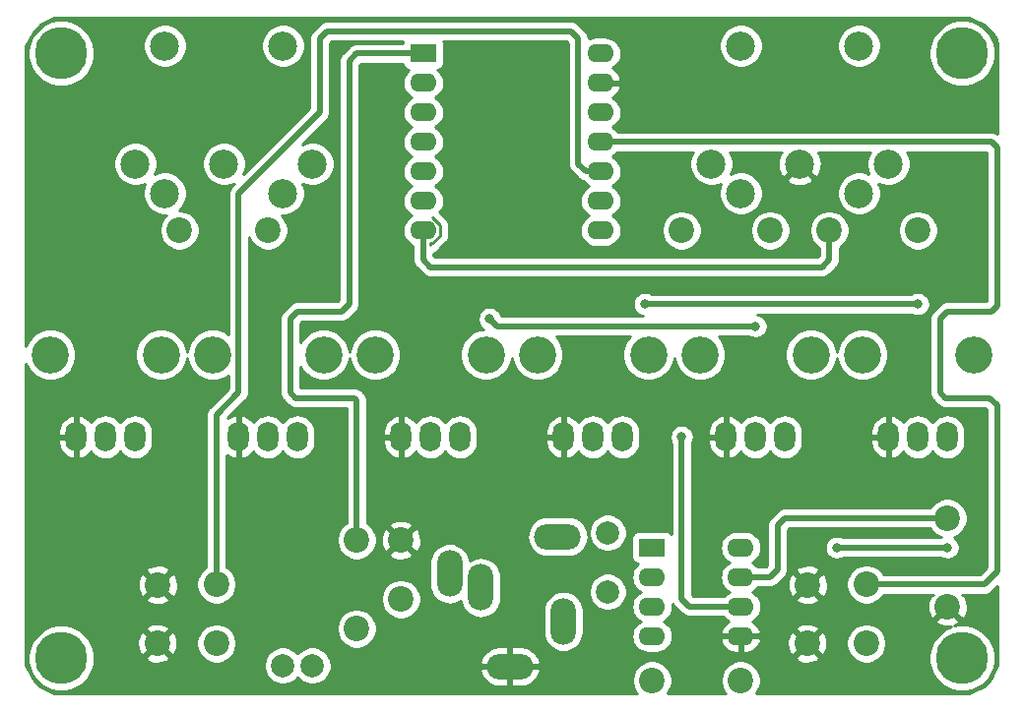
<source format=gbr>
%TF.GenerationSoftware,KiCad,Pcbnew,5.1.9+dfsg1-1+deb11u1*%
%TF.CreationDate,2022-09-13T09:24:29+02:00*%
%TF.ProjectId,multi,6d756c74-692e-46b6-9963-61645f706362,rev?*%
%TF.SameCoordinates,Original*%
%TF.FileFunction,Copper,L1,Top*%
%TF.FilePolarity,Positive*%
%FSLAX46Y46*%
G04 Gerber Fmt 4.6, Leading zero omitted, Abs format (unit mm)*
G04 Created by KiCad (PCBNEW 5.1.9+dfsg1-1+deb11u1) date 2022-09-13 09:24:29*
%MOMM*%
%LPD*%
G01*
G04 APERTURE LIST*
%TA.AperFunction,ComponentPad*%
%ADD10O,3.200000X3.200000*%
%TD*%
%TA.AperFunction,ComponentPad*%
%ADD11O,1.800000X2.600000*%
%TD*%
%TA.AperFunction,ComponentPad*%
%ADD12C,2.200000*%
%TD*%
%TA.AperFunction,ComponentPad*%
%ADD13O,4.000000X2.200000*%
%TD*%
%TA.AperFunction,ComponentPad*%
%ADD14O,2.200000X4.000000*%
%TD*%
%TA.AperFunction,ComponentPad*%
%ADD15C,2.499360*%
%TD*%
%TA.AperFunction,ComponentPad*%
%ADD16R,2.286000X1.574800*%
%TD*%
%TA.AperFunction,ComponentPad*%
%ADD17O,2.286000X1.574800*%
%TD*%
%TA.AperFunction,ComponentPad*%
%ADD18C,2.000000*%
%TD*%
%TA.AperFunction,ComponentPad*%
%ADD19C,4.500000*%
%TD*%
%TA.AperFunction,ViaPad*%
%ADD20C,0.800000*%
%TD*%
%TA.AperFunction,Conductor*%
%ADD21C,0.250000*%
%TD*%
%TA.AperFunction,Conductor*%
%ADD22C,0.500000*%
%TD*%
%TA.AperFunction,Conductor*%
%ADD23C,0.254000*%
%TD*%
%TA.AperFunction,Conductor*%
%ADD24C,0.100000*%
%TD*%
G04 APERTURE END LIST*
D10*
%TO.P,KNOB6,5*%
%TO.N,N/C*%
X185102500Y-93268800D03*
%TO.P,KNOB6,4*%
X175577500Y-93268800D03*
D11*
%TO.P,KNOB6,3*%
%TO.N,+3V3*%
X182880000Y-100330000D03*
%TO.P,KNOB6,2*%
%TO.N,KNOB6*%
X180340000Y-100330000D03*
%TO.P,KNOB6,1*%
%TO.N,GND*%
X177800000Y-100330000D03*
%TD*%
D10*
%TO.P,KNOB5,5*%
%TO.N,N/C*%
X171132500Y-93268800D03*
%TO.P,KNOB5,4*%
X161607500Y-93268800D03*
D11*
%TO.P,KNOB5,3*%
%TO.N,+3V3*%
X168910000Y-100330000D03*
%TO.P,KNOB5,2*%
%TO.N,KNOB5*%
X166370000Y-100330000D03*
%TO.P,KNOB5,1*%
%TO.N,GND*%
X163830000Y-100330000D03*
%TD*%
D10*
%TO.P,KNOB4,5*%
%TO.N,N/C*%
X157162500Y-93268800D03*
%TO.P,KNOB4,4*%
X147637500Y-93268800D03*
D11*
%TO.P,KNOB4,3*%
%TO.N,+3V3*%
X154940000Y-100330000D03*
%TO.P,KNOB4,2*%
%TO.N,KNOB4*%
X152400000Y-100330000D03*
%TO.P,KNOB4,1*%
%TO.N,GND*%
X149860000Y-100330000D03*
%TD*%
D10*
%TO.P,KNOB3,5*%
%TO.N,N/C*%
X143192500Y-93268800D03*
%TO.P,KNOB3,4*%
X133667500Y-93268800D03*
D11*
%TO.P,KNOB3,3*%
%TO.N,+3V3*%
X140970000Y-100330000D03*
%TO.P,KNOB3,2*%
%TO.N,KNOB3*%
X138430000Y-100330000D03*
%TO.P,KNOB3,1*%
%TO.N,GND*%
X135890000Y-100330000D03*
%TD*%
D10*
%TO.P,KNOB2,5*%
%TO.N,N/C*%
X129222500Y-93268800D03*
%TO.P,KNOB2,4*%
X119697500Y-93268800D03*
D11*
%TO.P,KNOB2,3*%
%TO.N,+3V3*%
X127000000Y-100330000D03*
%TO.P,KNOB2,2*%
%TO.N,KNOB2*%
X124460000Y-100330000D03*
%TO.P,KNOB2,1*%
%TO.N,GND*%
X121920000Y-100330000D03*
%TD*%
D10*
%TO.P,KNOB1,5*%
%TO.N,N/C*%
X115252500Y-93268800D03*
%TO.P,KNOB1,4*%
X105727500Y-93268800D03*
D11*
%TO.P,KNOB1,3*%
%TO.N,+3V3*%
X113030000Y-100330000D03*
%TO.P,KNOB1,2*%
%TO.N,KNOB1*%
X110490000Y-100330000D03*
%TO.P,KNOB1,1*%
%TO.N,GND*%
X107950000Y-100330000D03*
%TD*%
D12*
%TO.P,R1,2*%
%TO.N,DAC*%
X132080000Y-109220000D03*
%TO.P,R1,1*%
%TO.N,Net-(C1-Pad1)*%
X132080000Y-116840000D03*
%TD*%
%TO.P,R2,2*%
%TO.N,TX*%
X172720000Y-82550000D03*
%TO.P,R2,1*%
%TO.N,Net-(J2-Pad5)*%
X180340000Y-82550000D03*
%TD*%
%TO.P,R3,2*%
%TO.N,Net-(J2-Pad4)*%
X167640000Y-82550000D03*
%TO.P,R3,1*%
%TO.N,+3V3*%
X160020000Y-82550000D03*
%TD*%
%TO.P,R4,2*%
%TO.N,Net-(J1-Pad4)*%
X124460000Y-82550000D03*
%TO.P,R4,1*%
%TO.N,Net-(D1-Pad1)*%
X116840000Y-82550000D03*
%TD*%
%TO.P,R5,2*%
%TO.N,Net-(R5-Pad2)*%
X182880000Y-107315000D03*
%TO.P,R5,1*%
%TO.N,GND*%
X182880000Y-114935000D03*
%TD*%
%TO.P,R6,2*%
%TO.N,+3V3*%
X165100000Y-121285000D03*
%TO.P,R6,1*%
%TO.N,RX*%
X157480000Y-121285000D03*
%TD*%
D13*
%TO.P,J3,G*%
%TO.N,GND*%
X145260000Y-120105000D03*
D14*
%TO.P,J3,S*%
%TO.N,Net-(C2-Pad1)*%
X140060000Y-112105000D03*
%TO.P,J3,SN*%
%TO.N,Net-(J3-PadSN)*%
X142760000Y-113305000D03*
D13*
%TO.P,J3,TN*%
%TO.N,Net-(J3-PadTN)*%
X149360000Y-108905000D03*
D14*
%TO.P,J3,T*%
%TO.N,Net-(C2-Pad1)*%
X149860000Y-116205000D03*
%TD*%
D12*
%TO.P,PB2,4*%
%TO.N,PB2*%
X175895000Y-118110000D03*
%TO.P,PB2,3*%
%TO.N,GND*%
X170815000Y-118110000D03*
%TO.P,PB2,2*%
%TO.N,PB2*%
X175895000Y-113030000D03*
%TO.P,PB2,1*%
%TO.N,GND*%
X170855000Y-113070000D03*
%TD*%
%TO.P,PB1,4*%
%TO.N,PB1*%
X120015000Y-118110000D03*
%TO.P,PB1,3*%
%TO.N,GND*%
X114935000Y-118110000D03*
%TO.P,PB1,2*%
%TO.N,PB1*%
X120015000Y-113030000D03*
%TO.P,PB1,1*%
%TO.N,GND*%
X114975000Y-113070000D03*
%TD*%
D15*
%TO.P,J2,*%
%TO.N,*%
X175260000Y-66675000D03*
X165100000Y-66675000D03*
%TO.P,J2,5*%
%TO.N,Net-(J2-Pad5)*%
X175260000Y-79375000D03*
%TO.P,J2,1*%
%TO.N,Net-(J2-Pad1)*%
X162560000Y-76835000D03*
%TO.P,J2,2*%
%TO.N,GND*%
X170180000Y-76835000D03*
%TO.P,J2,4*%
%TO.N,Net-(J2-Pad4)*%
X165100000Y-79375000D03*
%TO.P,J2,3*%
%TO.N,Net-(J2-Pad3)*%
X177800000Y-76835000D03*
%TD*%
D16*
%TO.P,U2,1*%
%TO.N,DAC*%
X137795000Y-67310000D03*
D17*
%TO.P,U2,2*%
%TO.N,KNOB1*%
X137795000Y-69850000D03*
%TO.P,U2,3*%
%TO.N,KNOB2*%
X137795000Y-72390000D03*
%TO.P,U2,4*%
%TO.N,KNOB3*%
X137795000Y-74930000D03*
%TO.P,U2,5*%
%TO.N,KNOB4*%
X137795000Y-77470000D03*
%TO.P,U2,6*%
%TO.N,KNOB5*%
X137795000Y-80010000D03*
%TO.P,U2,7*%
%TO.N,TX*%
X137795000Y-82550000D03*
%TO.P,U2,8*%
%TO.N,RX*%
X153035000Y-82550000D03*
%TO.P,U2,9*%
%TO.N,KNOB6*%
X153035000Y-80010000D03*
%TO.P,U2,10*%
%TO.N,PB1*%
X153035000Y-77470000D03*
%TO.P,U2,11*%
%TO.N,PB2*%
X153035000Y-74930000D03*
%TO.P,U2,12*%
%TO.N,+3V3*%
X153035000Y-72390000D03*
%TO.P,U2,13*%
%TO.N,GND*%
X153035000Y-69850000D03*
%TO.P,U2,14*%
%TO.N,+5V*%
X153035000Y-67310000D03*
%TD*%
D18*
%TO.P,C2,1*%
%TO.N,Net-(C2-Pad1)*%
X125730000Y-120015000D03*
%TO.P,C2,2*%
%TO.N,Net-(C1-Pad1)*%
X128270000Y-120015000D03*
%TD*%
%TO.P,D1,1*%
%TO.N,Net-(D1-Pad1)*%
X153670000Y-108585000D03*
%TO.P,D1,2*%
%TO.N,Net-(D1-Pad2)*%
X153670000Y-113665000D03*
%TD*%
D19*
%TO.P,HOLE2,1*%
%TO.N,N/C*%
X106680000Y-67310000D03*
%TD*%
%TO.P,HOLE2,1*%
%TO.N,N/C*%
X106680000Y-119380000D03*
%TD*%
%TO.P,HOLE2,1*%
%TO.N,N/C*%
X184150000Y-119380000D03*
%TD*%
%TO.P,HOLE2,1*%
%TO.N,N/C*%
X184150000Y-67310000D03*
%TD*%
D12*
%TO.P,C1,2*%
%TO.N,GND*%
X135890000Y-109220000D03*
%TO.P,C1,1*%
%TO.N,Net-(C1-Pad1)*%
X135890000Y-114300000D03*
%TD*%
D15*
%TO.P,J1,*%
%TO.N,*%
X125730000Y-66675000D03*
X115570000Y-66675000D03*
%TO.P,J1,5*%
%TO.N,Net-(D1-Pad2)*%
X125730000Y-79375000D03*
%TO.P,J1,1*%
%TO.N,Net-(J1-Pad1)*%
X113030000Y-76835000D03*
%TO.P,J1,2*%
%TO.N,Net-(J1-Pad2)*%
X120650000Y-76835000D03*
%TO.P,J1,4*%
%TO.N,Net-(J1-Pad4)*%
X115570000Y-79375000D03*
%TO.P,J1,3*%
%TO.N,Net-(J1-Pad3)*%
X128270000Y-76835000D03*
%TD*%
D17*
%TO.P,U1,8*%
%TO.N,+5V*%
X165100000Y-109855000D03*
%TO.P,U1,7*%
%TO.N,Net-(R5-Pad2)*%
X165100000Y-112395000D03*
%TO.P,U1,6*%
%TO.N,RX*%
X165100000Y-114935000D03*
%TO.P,U1,5*%
%TO.N,GND*%
X165100000Y-117475000D03*
%TO.P,U1,4*%
%TO.N,Net-(U1-Pad4)*%
X157480000Y-117475000D03*
%TO.P,U1,3*%
%TO.N,Net-(D1-Pad2)*%
X157480000Y-114935000D03*
%TO.P,U1,2*%
%TO.N,Net-(D1-Pad1)*%
X157480000Y-112395000D03*
D16*
%TO.P,U1,1*%
%TO.N,Net-(U1-Pad1)*%
X157480000Y-109855000D03*
%TD*%
D20*
%TO.N,RX*%
X160020000Y-100330000D03*
%TO.N,+5V*%
X173355000Y-109855000D03*
X182880000Y-109855000D03*
%TO.N,KNOB5*%
X143510000Y-90170000D03*
X166370000Y-90805000D03*
%TO.N,KNOB6*%
X156845000Y-88900000D03*
X180340000Y-88900000D03*
X180340000Y-88900000D03*
%TD*%
D21*
%TO.N,*%
X139263010Y-82089225D02*
X138611375Y-81437590D01*
X139263010Y-83010775D02*
X139263010Y-82089225D01*
X138611375Y-83662410D02*
X139263010Y-83010775D01*
X138430000Y-83820000D02*
X138430000Y-83662410D01*
X138430000Y-83662410D02*
X138611375Y-83662410D01*
D22*
%TO.N,DAC*%
X132080000Y-97155000D02*
X132080000Y-97790000D01*
X131907501Y-96982501D02*
X132080000Y-97155000D01*
X132080000Y-97790000D02*
X132080000Y-109220000D01*
X126827501Y-96982501D02*
X131907501Y-96982501D01*
X126365000Y-96520000D02*
X126827501Y-96982501D01*
X137795000Y-67310000D02*
X132080000Y-67310000D01*
X130810000Y-89535000D02*
X127000000Y-89535000D01*
X131445000Y-67945000D02*
X131445000Y-88900000D01*
X132080000Y-67310000D02*
X131445000Y-67945000D01*
X131445000Y-88900000D02*
X130810000Y-89535000D01*
X126365000Y-90170000D02*
X126365000Y-96520000D01*
X127000000Y-89535000D02*
X126365000Y-90170000D01*
%TO.N,TX*%
X137795000Y-85090000D02*
X137795000Y-82550000D01*
X138430000Y-85725000D02*
X137795000Y-85090000D01*
X172720000Y-85090000D02*
X172085000Y-85725000D01*
X172720000Y-82550000D02*
X172720000Y-85090000D01*
X172085000Y-85725000D02*
X138430000Y-85725000D01*
%TO.N,Net-(R5-Pad2)*%
X182880000Y-107315000D02*
X170180000Y-107315000D01*
X167640000Y-112395000D02*
X165100000Y-112395000D01*
X168275000Y-111760000D02*
X167640000Y-112395000D01*
X168275000Y-111760000D02*
X168275000Y-107950000D01*
X168910000Y-107315000D02*
X170180000Y-107315000D01*
X168275000Y-107950000D02*
X168910000Y-107315000D01*
%TO.N,RX*%
X165100000Y-114935000D02*
X160655000Y-114935000D01*
X160020000Y-100330000D02*
X160020000Y-112395000D01*
X160020000Y-114300000D02*
X160020000Y-112395000D01*
X160655000Y-114935000D02*
X160020000Y-114300000D01*
%TO.N,+5V*%
X173355000Y-109855000D02*
X182880000Y-109855000D01*
%TO.N,KNOB5*%
X165735000Y-90805000D02*
X165735000Y-90805000D01*
X165735000Y-90805000D02*
X165735000Y-90805000D01*
X144145000Y-90805000D02*
X143510000Y-90170000D01*
X166370000Y-90805000D02*
X144145000Y-90805000D01*
%TO.N,KNOB6*%
X156845000Y-88900000D02*
X180340000Y-88900000D01*
X180340000Y-88900000D02*
X180340000Y-88900000D01*
X180340000Y-88900000D02*
X180340000Y-88900000D01*
%TO.N,PB1*%
X151130000Y-76835000D02*
X151765000Y-77470000D01*
X151130000Y-66040000D02*
X151130000Y-76835000D01*
X151765000Y-77470000D02*
X153035000Y-77470000D01*
X150495000Y-65405000D02*
X151130000Y-66040000D01*
X129540000Y-65405000D02*
X150495000Y-65405000D01*
X128905000Y-66040000D02*
X129540000Y-65405000D01*
X120015000Y-98425000D02*
X121920000Y-96520000D01*
X120015000Y-113030000D02*
X120015000Y-98425000D01*
X121920000Y-96520000D02*
X121920000Y-79375000D01*
X121920000Y-79375000D02*
X128905000Y-72390000D01*
X128905000Y-72390000D02*
X128905000Y-66040000D01*
%TO.N,PB2*%
X186690000Y-74930000D02*
X153035000Y-74930000D01*
X187152501Y-89072499D02*
X187152501Y-75392501D01*
X186690000Y-89535000D02*
X187152501Y-89072499D01*
X182880000Y-89535000D02*
X186690000Y-89535000D01*
X186055000Y-113030000D02*
X187152501Y-111932499D01*
X187152501Y-75392501D02*
X186690000Y-74930000D01*
X182245000Y-90170000D02*
X182880000Y-89535000D01*
X182707501Y-96982501D02*
X182245000Y-96520000D01*
X175895000Y-113030000D02*
X186055000Y-113030000D01*
X182245000Y-96520000D02*
X182245000Y-90170000D01*
X187152501Y-111932499D02*
X187152501Y-97617501D01*
X186517501Y-96982501D02*
X187152501Y-97617501D01*
X186517501Y-96982501D02*
X182707501Y-96982501D01*
%TD*%
D23*
%TO.N,GND*%
X185979768Y-64874374D02*
X186880260Y-65774866D01*
X187050951Y-66090552D01*
X187198000Y-66565589D01*
X187198000Y-74202030D01*
X187184059Y-74190589D01*
X187030313Y-74108411D01*
X186863490Y-74057805D01*
X186733477Y-74045000D01*
X186733469Y-74045000D01*
X186690000Y-74040719D01*
X186646531Y-74045000D01*
X154504378Y-74045000D01*
X154401255Y-73919345D01*
X154184667Y-73741595D01*
X154032013Y-73660000D01*
X154184667Y-73578405D01*
X154401255Y-73400655D01*
X154579005Y-73184067D01*
X154711084Y-72936963D01*
X154792419Y-72668839D01*
X154819882Y-72390000D01*
X154792419Y-72111161D01*
X154711084Y-71843037D01*
X154579005Y-71595933D01*
X154401255Y-71379345D01*
X154184667Y-71201595D01*
X154035955Y-71122107D01*
X154052262Y-71115526D01*
X154286440Y-70962125D01*
X154486192Y-70765986D01*
X154643841Y-70534646D01*
X154753328Y-70276996D01*
X154770010Y-70197060D01*
X154647852Y-69977000D01*
X153162000Y-69977000D01*
X153162000Y-69997000D01*
X152908000Y-69997000D01*
X152908000Y-69977000D01*
X152888000Y-69977000D01*
X152888000Y-69723000D01*
X152908000Y-69723000D01*
X152908000Y-69703000D01*
X153162000Y-69703000D01*
X153162000Y-69723000D01*
X154647852Y-69723000D01*
X154770010Y-69502940D01*
X154753328Y-69423004D01*
X154643841Y-69165354D01*
X154486192Y-68934014D01*
X154286440Y-68737875D01*
X154052262Y-68584474D01*
X154035955Y-68577893D01*
X154184667Y-68498405D01*
X154401255Y-68320655D01*
X154579005Y-68104067D01*
X154711084Y-67856963D01*
X154792419Y-67588839D01*
X154819882Y-67310000D01*
X154792419Y-67031161D01*
X154711084Y-66763037D01*
X154579005Y-66515933D01*
X154557210Y-66489375D01*
X163215320Y-66489375D01*
X163215320Y-66860625D01*
X163287747Y-67224741D01*
X163429818Y-67567731D01*
X163636074Y-67876413D01*
X163898587Y-68138926D01*
X164207269Y-68345182D01*
X164550259Y-68487253D01*
X164914375Y-68559680D01*
X165285625Y-68559680D01*
X165649741Y-68487253D01*
X165992731Y-68345182D01*
X166301413Y-68138926D01*
X166563926Y-67876413D01*
X166770182Y-67567731D01*
X166912253Y-67224741D01*
X166984680Y-66860625D01*
X166984680Y-66489375D01*
X173375320Y-66489375D01*
X173375320Y-66860625D01*
X173447747Y-67224741D01*
X173589818Y-67567731D01*
X173796074Y-67876413D01*
X174058587Y-68138926D01*
X174367269Y-68345182D01*
X174710259Y-68487253D01*
X175074375Y-68559680D01*
X175445625Y-68559680D01*
X175809741Y-68487253D01*
X176152731Y-68345182D01*
X176461413Y-68138926D01*
X176723926Y-67876413D01*
X176930182Y-67567731D01*
X177072253Y-67224741D01*
X177111814Y-67025852D01*
X181265000Y-67025852D01*
X181265000Y-67594148D01*
X181375869Y-68151523D01*
X181593346Y-68676560D01*
X181909074Y-69149080D01*
X182310920Y-69550926D01*
X182783440Y-69866654D01*
X183308477Y-70084131D01*
X183865852Y-70195000D01*
X184434148Y-70195000D01*
X184991523Y-70084131D01*
X185516560Y-69866654D01*
X185989080Y-69550926D01*
X186390926Y-69149080D01*
X186706654Y-68676560D01*
X186924131Y-68151523D01*
X187035000Y-67594148D01*
X187035000Y-67025852D01*
X186924131Y-66468477D01*
X186706654Y-65943440D01*
X186390926Y-65470920D01*
X185989080Y-65069074D01*
X185516560Y-64753346D01*
X184991523Y-64535869D01*
X184434148Y-64425000D01*
X183865852Y-64425000D01*
X183308477Y-64535869D01*
X182783440Y-64753346D01*
X182310920Y-65069074D01*
X181909074Y-65470920D01*
X181593346Y-65943440D01*
X181375869Y-66468477D01*
X181265000Y-67025852D01*
X177111814Y-67025852D01*
X177144680Y-66860625D01*
X177144680Y-66489375D01*
X177072253Y-66125259D01*
X176930182Y-65782269D01*
X176723926Y-65473587D01*
X176461413Y-65211074D01*
X176152731Y-65004818D01*
X175809741Y-64862747D01*
X175445625Y-64790320D01*
X175074375Y-64790320D01*
X174710259Y-64862747D01*
X174367269Y-65004818D01*
X174058587Y-65211074D01*
X173796074Y-65473587D01*
X173589818Y-65782269D01*
X173447747Y-66125259D01*
X173375320Y-66489375D01*
X166984680Y-66489375D01*
X166912253Y-66125259D01*
X166770182Y-65782269D01*
X166563926Y-65473587D01*
X166301413Y-65211074D01*
X165992731Y-65004818D01*
X165649741Y-64862747D01*
X165285625Y-64790320D01*
X164914375Y-64790320D01*
X164550259Y-64862747D01*
X164207269Y-65004818D01*
X163898587Y-65211074D01*
X163636074Y-65473587D01*
X163429818Y-65782269D01*
X163287747Y-66125259D01*
X163215320Y-66489375D01*
X154557210Y-66489375D01*
X154401255Y-66299345D01*
X154184667Y-66121595D01*
X153937563Y-65989516D01*
X153669439Y-65908181D01*
X153460475Y-65887600D01*
X152609525Y-65887600D01*
X152400561Y-65908181D01*
X152132437Y-65989516D01*
X152018242Y-66050554D01*
X152019281Y-66040000D01*
X152015000Y-65996531D01*
X152015000Y-65996523D01*
X152002195Y-65866510D01*
X151985449Y-65811306D01*
X151951589Y-65699686D01*
X151869411Y-65545941D01*
X151786532Y-65444953D01*
X151786530Y-65444951D01*
X151758817Y-65411183D01*
X151725050Y-65383471D01*
X151151534Y-64809956D01*
X151123817Y-64776183D01*
X150989059Y-64665589D01*
X150835313Y-64583411D01*
X150668490Y-64532805D01*
X150538477Y-64520000D01*
X150538469Y-64520000D01*
X150495000Y-64515719D01*
X150451531Y-64520000D01*
X129583469Y-64520000D01*
X129540000Y-64515719D01*
X129496531Y-64520000D01*
X129496523Y-64520000D01*
X129366510Y-64532805D01*
X129199686Y-64583411D01*
X129045941Y-64665589D01*
X128944953Y-64748468D01*
X128944951Y-64748470D01*
X128911183Y-64776183D01*
X128883470Y-64809951D01*
X128309951Y-65383471D01*
X128276184Y-65411183D01*
X128248471Y-65444951D01*
X128248468Y-65444954D01*
X128165590Y-65545941D01*
X128083412Y-65699687D01*
X128032805Y-65866510D01*
X128015719Y-66040000D01*
X128020001Y-66083479D01*
X128020000Y-72023421D01*
X122323358Y-77720064D01*
X122462253Y-77384741D01*
X122534680Y-77020625D01*
X122534680Y-76649375D01*
X122462253Y-76285259D01*
X122320182Y-75942269D01*
X122113926Y-75633587D01*
X121851413Y-75371074D01*
X121542731Y-75164818D01*
X121199741Y-75022747D01*
X120835625Y-74950320D01*
X120464375Y-74950320D01*
X120100259Y-75022747D01*
X119757269Y-75164818D01*
X119448587Y-75371074D01*
X119186074Y-75633587D01*
X118979818Y-75942269D01*
X118837747Y-76285259D01*
X118765320Y-76649375D01*
X118765320Y-77020625D01*
X118837747Y-77384741D01*
X118979818Y-77727731D01*
X119186074Y-78036413D01*
X119448587Y-78298926D01*
X119757269Y-78505182D01*
X120100259Y-78647253D01*
X120464375Y-78719680D01*
X120835625Y-78719680D01*
X121199741Y-78647253D01*
X121535064Y-78508358D01*
X121324952Y-78718470D01*
X121291184Y-78746183D01*
X121263471Y-78779951D01*
X121263468Y-78779954D01*
X121180590Y-78880941D01*
X121098412Y-79034687D01*
X121047805Y-79201510D01*
X121030719Y-79375000D01*
X121035001Y-79418479D01*
X121035000Y-91474478D01*
X120756169Y-91288169D01*
X120349425Y-91119690D01*
X119917628Y-91033800D01*
X119477372Y-91033800D01*
X119045575Y-91119690D01*
X118638831Y-91288169D01*
X118272771Y-91532762D01*
X117961462Y-91844071D01*
X117716869Y-92210131D01*
X117548390Y-92616875D01*
X117475000Y-92985830D01*
X117401610Y-92616875D01*
X117233131Y-92210131D01*
X116988538Y-91844071D01*
X116677229Y-91532762D01*
X116311169Y-91288169D01*
X115904425Y-91119690D01*
X115472628Y-91033800D01*
X115032372Y-91033800D01*
X114600575Y-91119690D01*
X114193831Y-91288169D01*
X113827771Y-91532762D01*
X113516462Y-91844071D01*
X113271869Y-92210131D01*
X113103390Y-92616875D01*
X113017500Y-93048672D01*
X113017500Y-93488928D01*
X113103390Y-93920725D01*
X113271869Y-94327469D01*
X113516462Y-94693529D01*
X113827771Y-95004838D01*
X114193831Y-95249431D01*
X114600575Y-95417910D01*
X115032372Y-95503800D01*
X115472628Y-95503800D01*
X115904425Y-95417910D01*
X116311169Y-95249431D01*
X116677229Y-95004838D01*
X116988538Y-94693529D01*
X117233131Y-94327469D01*
X117401610Y-93920725D01*
X117475000Y-93551770D01*
X117548390Y-93920725D01*
X117716869Y-94327469D01*
X117961462Y-94693529D01*
X118272771Y-95004838D01*
X118638831Y-95249431D01*
X119045575Y-95417910D01*
X119477372Y-95503800D01*
X119917628Y-95503800D01*
X120349425Y-95417910D01*
X120756169Y-95249431D01*
X121035000Y-95063122D01*
X121035000Y-96153421D01*
X119419951Y-97768471D01*
X119386184Y-97796183D01*
X119358471Y-97829951D01*
X119358468Y-97829954D01*
X119275590Y-97930941D01*
X119193412Y-98084687D01*
X119142805Y-98251510D01*
X119125719Y-98425000D01*
X119130001Y-98468479D01*
X119130000Y-111534671D01*
X118909002Y-111682337D01*
X118667337Y-111924002D01*
X118477463Y-112208169D01*
X118346675Y-112523919D01*
X118280000Y-112859117D01*
X118280000Y-113200883D01*
X118346675Y-113536081D01*
X118477463Y-113851831D01*
X118667337Y-114135998D01*
X118909002Y-114377663D01*
X119193169Y-114567537D01*
X119508919Y-114698325D01*
X119844117Y-114765000D01*
X120185883Y-114765000D01*
X120521081Y-114698325D01*
X120836831Y-114567537D01*
X121120998Y-114377663D01*
X121362663Y-114135998D01*
X121367260Y-114129117D01*
X134155000Y-114129117D01*
X134155000Y-114470883D01*
X134221675Y-114806081D01*
X134352463Y-115121831D01*
X134542337Y-115405998D01*
X134784002Y-115647663D01*
X135068169Y-115837537D01*
X135383919Y-115968325D01*
X135719117Y-116035000D01*
X136060883Y-116035000D01*
X136396081Y-115968325D01*
X136711831Y-115837537D01*
X136995998Y-115647663D01*
X137237663Y-115405998D01*
X137427537Y-115121831D01*
X137558325Y-114806081D01*
X137625000Y-114470883D01*
X137625000Y-114129117D01*
X137558325Y-113793919D01*
X137427537Y-113478169D01*
X137237663Y-113194002D01*
X136995998Y-112952337D01*
X136711831Y-112762463D01*
X136396081Y-112631675D01*
X136060883Y-112565000D01*
X135719117Y-112565000D01*
X135383919Y-112631675D01*
X135068169Y-112762463D01*
X134784002Y-112952337D01*
X134542337Y-113194002D01*
X134352463Y-113478169D01*
X134221675Y-113793919D01*
X134155000Y-114129117D01*
X121367260Y-114129117D01*
X121552537Y-113851831D01*
X121683325Y-113536081D01*
X121750000Y-113200883D01*
X121750000Y-112859117D01*
X121683325Y-112523919D01*
X121552537Y-112208169D01*
X121362663Y-111924002D01*
X121120998Y-111682337D01*
X120900000Y-111534671D01*
X120900000Y-111119776D01*
X138325000Y-111119776D01*
X138325000Y-113090225D01*
X138350106Y-113345119D01*
X138449315Y-113672168D01*
X138610422Y-113973578D01*
X138827235Y-114237766D01*
X139091423Y-114454579D01*
X139392833Y-114615686D01*
X139719882Y-114714895D01*
X140060000Y-114748394D01*
X140400119Y-114714895D01*
X140727168Y-114615686D01*
X141028578Y-114454579D01*
X141040245Y-114445004D01*
X141050106Y-114545119D01*
X141149315Y-114872168D01*
X141310422Y-115173578D01*
X141527235Y-115437766D01*
X141791423Y-115654579D01*
X142092833Y-115815686D01*
X142419882Y-115914895D01*
X142760000Y-115948394D01*
X143100119Y-115914895D01*
X143427168Y-115815686D01*
X143728578Y-115654579D01*
X143992766Y-115437766D01*
X144171665Y-115219776D01*
X148125000Y-115219776D01*
X148125000Y-117190225D01*
X148150106Y-117445119D01*
X148249315Y-117772168D01*
X148410422Y-118073578D01*
X148627235Y-118337766D01*
X148891423Y-118554579D01*
X149192833Y-118715686D01*
X149519882Y-118814895D01*
X149860000Y-118848394D01*
X150200119Y-118814895D01*
X150527168Y-118715686D01*
X150828578Y-118554579D01*
X151092766Y-118337766D01*
X151309579Y-118073578D01*
X151470686Y-117772168D01*
X151569895Y-117445119D01*
X151595000Y-117190225D01*
X151595000Y-115219775D01*
X151569895Y-114964881D01*
X151470686Y-114637832D01*
X151309579Y-114336422D01*
X151092766Y-114072234D01*
X150828577Y-113855421D01*
X150527167Y-113694314D01*
X150200118Y-113595105D01*
X149860000Y-113561606D01*
X149519881Y-113595105D01*
X149192832Y-113694314D01*
X148891422Y-113855421D01*
X148627234Y-114072234D01*
X148410421Y-114336423D01*
X148249314Y-114637833D01*
X148150105Y-114964882D01*
X148125000Y-115219776D01*
X144171665Y-115219776D01*
X144209579Y-115173578D01*
X144370686Y-114872168D01*
X144469895Y-114545119D01*
X144495000Y-114290225D01*
X144495000Y-113503967D01*
X152035000Y-113503967D01*
X152035000Y-113826033D01*
X152097832Y-114141912D01*
X152221082Y-114439463D01*
X152400013Y-114707252D01*
X152627748Y-114934987D01*
X152895537Y-115113918D01*
X153193088Y-115237168D01*
X153508967Y-115300000D01*
X153831033Y-115300000D01*
X154146912Y-115237168D01*
X154444463Y-115113918D01*
X154712252Y-114934987D01*
X154939987Y-114707252D01*
X155118918Y-114439463D01*
X155242168Y-114141912D01*
X155305000Y-113826033D01*
X155305000Y-113503967D01*
X155242168Y-113188088D01*
X155118918Y-112890537D01*
X154939987Y-112622748D01*
X154712252Y-112395013D01*
X154712233Y-112395000D01*
X155695118Y-112395000D01*
X155722581Y-112673839D01*
X155803916Y-112941963D01*
X155935995Y-113189067D01*
X156113745Y-113405655D01*
X156330333Y-113583405D01*
X156482987Y-113665000D01*
X156330333Y-113746595D01*
X156113745Y-113924345D01*
X155935995Y-114140933D01*
X155803916Y-114388037D01*
X155722581Y-114656161D01*
X155695118Y-114935000D01*
X155722581Y-115213839D01*
X155803916Y-115481963D01*
X155935995Y-115729067D01*
X156113745Y-115945655D01*
X156330333Y-116123405D01*
X156482987Y-116205000D01*
X156330333Y-116286595D01*
X156113745Y-116464345D01*
X155935995Y-116680933D01*
X155803916Y-116928037D01*
X155722581Y-117196161D01*
X155695118Y-117475000D01*
X155722581Y-117753839D01*
X155803916Y-118021963D01*
X155935995Y-118269067D01*
X156113745Y-118485655D01*
X156330333Y-118663405D01*
X156577437Y-118795484D01*
X156845561Y-118876819D01*
X157054525Y-118897400D01*
X157905475Y-118897400D01*
X158114439Y-118876819D01*
X158382563Y-118795484D01*
X158629667Y-118663405D01*
X158846255Y-118485655D01*
X159024005Y-118269067D01*
X159156084Y-118021963D01*
X159216724Y-117822060D01*
X163364990Y-117822060D01*
X163381672Y-117901996D01*
X163491159Y-118159646D01*
X163648808Y-118390986D01*
X163848560Y-118587125D01*
X164082738Y-118740526D01*
X164342344Y-118845293D01*
X164617400Y-118897400D01*
X164973000Y-118897400D01*
X164973000Y-117602000D01*
X165227000Y-117602000D01*
X165227000Y-118897400D01*
X165582600Y-118897400D01*
X165857656Y-118845293D01*
X166117262Y-118740526D01*
X166351440Y-118587125D01*
X166551192Y-118390986D01*
X166702712Y-118168639D01*
X169072591Y-118168639D01*
X169117511Y-118507439D01*
X169227664Y-118830966D01*
X169333662Y-119029274D01*
X169608288Y-119137107D01*
X170635395Y-118110000D01*
X170994605Y-118110000D01*
X172021712Y-119137107D01*
X172296338Y-119029274D01*
X172447216Y-118722616D01*
X172535369Y-118392415D01*
X172557409Y-118051361D01*
X172542528Y-117939117D01*
X174160000Y-117939117D01*
X174160000Y-118280883D01*
X174226675Y-118616081D01*
X174357463Y-118931831D01*
X174547337Y-119215998D01*
X174789002Y-119457663D01*
X175073169Y-119647537D01*
X175388919Y-119778325D01*
X175724117Y-119845000D01*
X176065883Y-119845000D01*
X176401081Y-119778325D01*
X176716831Y-119647537D01*
X177000998Y-119457663D01*
X177242663Y-119215998D01*
X177322941Y-119095852D01*
X181265000Y-119095852D01*
X181265000Y-119664148D01*
X181375869Y-120221523D01*
X181593346Y-120746560D01*
X181909074Y-121219080D01*
X182310920Y-121620926D01*
X182783440Y-121936654D01*
X183308477Y-122154131D01*
X183865852Y-122265000D01*
X184434148Y-122265000D01*
X184991523Y-122154131D01*
X185516560Y-121936654D01*
X185989080Y-121620926D01*
X186390926Y-121219080D01*
X186706654Y-120746560D01*
X186924131Y-120221523D01*
X187035000Y-119664148D01*
X187035000Y-119095852D01*
X186924131Y-118538477D01*
X186706654Y-118013440D01*
X186390926Y-117540920D01*
X185989080Y-117139074D01*
X185516560Y-116823346D01*
X184991523Y-116605869D01*
X184434148Y-116495000D01*
X183865852Y-116495000D01*
X183421871Y-116583314D01*
X183600966Y-116522336D01*
X183799274Y-116416338D01*
X183907107Y-116141712D01*
X182880000Y-115114605D01*
X181852893Y-116141712D01*
X181960726Y-116416338D01*
X182267384Y-116567216D01*
X182597585Y-116655369D01*
X182938639Y-116677409D01*
X183228567Y-116638969D01*
X182783440Y-116823346D01*
X182310920Y-117139074D01*
X181909074Y-117540920D01*
X181593346Y-118013440D01*
X181375869Y-118538477D01*
X181265000Y-119095852D01*
X177322941Y-119095852D01*
X177432537Y-118931831D01*
X177563325Y-118616081D01*
X177630000Y-118280883D01*
X177630000Y-117939117D01*
X177563325Y-117603919D01*
X177432537Y-117288169D01*
X177242663Y-117004002D01*
X177000998Y-116762337D01*
X176716831Y-116572463D01*
X176401081Y-116441675D01*
X176065883Y-116375000D01*
X175724117Y-116375000D01*
X175388919Y-116441675D01*
X175073169Y-116572463D01*
X174789002Y-116762337D01*
X174547337Y-117004002D01*
X174357463Y-117288169D01*
X174226675Y-117603919D01*
X174160000Y-117939117D01*
X172542528Y-117939117D01*
X172512489Y-117712561D01*
X172402336Y-117389034D01*
X172296338Y-117190726D01*
X172021712Y-117082893D01*
X170994605Y-118110000D01*
X170635395Y-118110000D01*
X169608288Y-117082893D01*
X169333662Y-117190726D01*
X169182784Y-117497384D01*
X169094631Y-117827585D01*
X169072591Y-118168639D01*
X166702712Y-118168639D01*
X166708841Y-118159646D01*
X166818328Y-117901996D01*
X166835010Y-117822060D01*
X166712852Y-117602000D01*
X165227000Y-117602000D01*
X164973000Y-117602000D01*
X163487148Y-117602000D01*
X163364990Y-117822060D01*
X159216724Y-117822060D01*
X159237419Y-117753839D01*
X159264882Y-117475000D01*
X159237419Y-117196161D01*
X159156084Y-116928037D01*
X159024005Y-116680933D01*
X158846255Y-116464345D01*
X158629667Y-116286595D01*
X158477013Y-116205000D01*
X158629667Y-116123405D01*
X158846255Y-115945655D01*
X159024005Y-115729067D01*
X159156084Y-115481963D01*
X159237419Y-115213839D01*
X159264882Y-114935000D01*
X159244317Y-114726197D01*
X159280589Y-114794058D01*
X159391183Y-114928817D01*
X159424956Y-114956534D01*
X159998470Y-115530049D01*
X160026183Y-115563817D01*
X160059951Y-115591530D01*
X160059953Y-115591532D01*
X160160941Y-115674411D01*
X160314686Y-115756589D01*
X160481510Y-115807195D01*
X160611523Y-115820000D01*
X160611531Y-115820000D01*
X160655000Y-115824281D01*
X160698469Y-115820000D01*
X163630622Y-115820000D01*
X163733745Y-115945655D01*
X163950333Y-116123405D01*
X164099045Y-116202893D01*
X164082738Y-116209474D01*
X163848560Y-116362875D01*
X163648808Y-116559014D01*
X163491159Y-116790354D01*
X163381672Y-117048004D01*
X163364990Y-117127940D01*
X163487148Y-117348000D01*
X164973000Y-117348000D01*
X164973000Y-117328000D01*
X165227000Y-117328000D01*
X165227000Y-117348000D01*
X166712852Y-117348000D01*
X166835010Y-117127940D01*
X166818328Y-117048004D01*
X166756832Y-116903288D01*
X169787893Y-116903288D01*
X170815000Y-117930395D01*
X171842107Y-116903288D01*
X171734274Y-116628662D01*
X171427616Y-116477784D01*
X171097415Y-116389631D01*
X170756361Y-116367591D01*
X170417561Y-116412511D01*
X170094034Y-116522664D01*
X169895726Y-116628662D01*
X169787893Y-116903288D01*
X166756832Y-116903288D01*
X166708841Y-116790354D01*
X166551192Y-116559014D01*
X166351440Y-116362875D01*
X166117262Y-116209474D01*
X166100955Y-116202893D01*
X166249667Y-116123405D01*
X166466255Y-115945655D01*
X166644005Y-115729067D01*
X166776084Y-115481963D01*
X166857419Y-115213839D01*
X166884882Y-114935000D01*
X166857419Y-114656161D01*
X166776084Y-114388037D01*
X166716580Y-114276712D01*
X169827893Y-114276712D01*
X169935726Y-114551338D01*
X170242384Y-114702216D01*
X170572585Y-114790369D01*
X170913639Y-114812409D01*
X171252439Y-114767489D01*
X171575966Y-114657336D01*
X171774274Y-114551338D01*
X171882107Y-114276712D01*
X170855000Y-113249605D01*
X169827893Y-114276712D01*
X166716580Y-114276712D01*
X166644005Y-114140933D01*
X166466255Y-113924345D01*
X166249667Y-113746595D01*
X166097013Y-113665000D01*
X166249667Y-113583405D01*
X166466255Y-113405655D01*
X166569378Y-113280000D01*
X167596531Y-113280000D01*
X167640000Y-113284281D01*
X167683469Y-113280000D01*
X167683477Y-113280000D01*
X167813490Y-113267195D01*
X167980313Y-113216589D01*
X168134059Y-113134411D01*
X168141092Y-113128639D01*
X169112591Y-113128639D01*
X169157511Y-113467439D01*
X169267664Y-113790966D01*
X169373662Y-113989274D01*
X169648288Y-114097107D01*
X170675395Y-113070000D01*
X171034605Y-113070000D01*
X172061712Y-114097107D01*
X172336338Y-113989274D01*
X172487216Y-113682616D01*
X172575369Y-113352415D01*
X172597409Y-113011361D01*
X172552489Y-112672561D01*
X172442336Y-112349034D01*
X172336338Y-112150726D01*
X172061712Y-112042893D01*
X171034605Y-113070000D01*
X170675395Y-113070000D01*
X169648288Y-112042893D01*
X169373662Y-112150726D01*
X169222784Y-112457384D01*
X169134631Y-112787585D01*
X169112591Y-113128639D01*
X168141092Y-113128639D01*
X168268817Y-113023817D01*
X168296534Y-112990044D01*
X168870050Y-112416529D01*
X168903817Y-112388817D01*
X168936467Y-112349034D01*
X169014411Y-112254059D01*
X169096589Y-112100314D01*
X169147195Y-111933490D01*
X169154108Y-111863288D01*
X169827893Y-111863288D01*
X170855000Y-112890395D01*
X171882107Y-111863288D01*
X171774274Y-111588662D01*
X171467616Y-111437784D01*
X171137415Y-111349631D01*
X170796361Y-111327591D01*
X170457561Y-111372511D01*
X170134034Y-111482664D01*
X169935726Y-111588662D01*
X169827893Y-111863288D01*
X169154108Y-111863288D01*
X169155611Y-111848037D01*
X169160000Y-111803477D01*
X169160000Y-111803469D01*
X169164281Y-111760000D01*
X169160000Y-111716531D01*
X169160000Y-108316578D01*
X169276579Y-108200000D01*
X181384671Y-108200000D01*
X181532337Y-108420998D01*
X181774002Y-108662663D01*
X182058169Y-108852537D01*
X182341624Y-108969948D01*
X182341546Y-108970000D01*
X173893454Y-108970000D01*
X173845256Y-108937795D01*
X173656898Y-108859774D01*
X173456939Y-108820000D01*
X173253061Y-108820000D01*
X173053102Y-108859774D01*
X172864744Y-108937795D01*
X172695226Y-109051063D01*
X172551063Y-109195226D01*
X172437795Y-109364744D01*
X172359774Y-109553102D01*
X172320000Y-109753061D01*
X172320000Y-109956939D01*
X172359774Y-110156898D01*
X172437795Y-110345256D01*
X172551063Y-110514774D01*
X172695226Y-110658937D01*
X172864744Y-110772205D01*
X173053102Y-110850226D01*
X173253061Y-110890000D01*
X173456939Y-110890000D01*
X173656898Y-110850226D01*
X173845256Y-110772205D01*
X173893454Y-110740000D01*
X182341546Y-110740000D01*
X182389744Y-110772205D01*
X182578102Y-110850226D01*
X182778061Y-110890000D01*
X182981939Y-110890000D01*
X183181898Y-110850226D01*
X183370256Y-110772205D01*
X183539774Y-110658937D01*
X183683937Y-110514774D01*
X183797205Y-110345256D01*
X183875226Y-110156898D01*
X183915000Y-109956939D01*
X183915000Y-109753061D01*
X183875226Y-109553102D01*
X183797205Y-109364744D01*
X183683937Y-109195226D01*
X183539774Y-109051063D01*
X183418376Y-108969948D01*
X183701831Y-108852537D01*
X183985998Y-108662663D01*
X184227663Y-108420998D01*
X184417537Y-108136831D01*
X184548325Y-107821081D01*
X184615000Y-107485883D01*
X184615000Y-107144117D01*
X184548325Y-106808919D01*
X184417537Y-106493169D01*
X184227663Y-106209002D01*
X183985998Y-105967337D01*
X183701831Y-105777463D01*
X183386081Y-105646675D01*
X183050883Y-105580000D01*
X182709117Y-105580000D01*
X182373919Y-105646675D01*
X182058169Y-105777463D01*
X181774002Y-105967337D01*
X181532337Y-106209002D01*
X181384671Y-106430000D01*
X168953469Y-106430000D01*
X168910000Y-106425719D01*
X168866531Y-106430000D01*
X168866523Y-106430000D01*
X168736510Y-106442805D01*
X168569686Y-106493411D01*
X168415941Y-106575589D01*
X168314953Y-106658468D01*
X168314951Y-106658470D01*
X168281183Y-106686183D01*
X168253470Y-106719951D01*
X167679951Y-107293471D01*
X167646184Y-107321183D01*
X167618471Y-107354951D01*
X167618468Y-107354954D01*
X167535590Y-107455941D01*
X167453412Y-107609687D01*
X167402805Y-107776510D01*
X167385719Y-107950000D01*
X167390001Y-107993479D01*
X167390000Y-111393421D01*
X167273422Y-111510000D01*
X166569378Y-111510000D01*
X166466255Y-111384345D01*
X166249667Y-111206595D01*
X166097013Y-111125000D01*
X166249667Y-111043405D01*
X166466255Y-110865655D01*
X166644005Y-110649067D01*
X166776084Y-110401963D01*
X166857419Y-110133839D01*
X166884882Y-109855000D01*
X166857419Y-109576161D01*
X166776084Y-109308037D01*
X166644005Y-109060933D01*
X166466255Y-108844345D01*
X166249667Y-108666595D01*
X166002563Y-108534516D01*
X165734439Y-108453181D01*
X165525475Y-108432600D01*
X164674525Y-108432600D01*
X164465561Y-108453181D01*
X164197437Y-108534516D01*
X163950333Y-108666595D01*
X163733745Y-108844345D01*
X163555995Y-109060933D01*
X163423916Y-109308037D01*
X163342581Y-109576161D01*
X163315118Y-109855000D01*
X163342581Y-110133839D01*
X163423916Y-110401963D01*
X163555995Y-110649067D01*
X163733745Y-110865655D01*
X163950333Y-111043405D01*
X164102987Y-111125000D01*
X163950333Y-111206595D01*
X163733745Y-111384345D01*
X163555995Y-111600933D01*
X163423916Y-111848037D01*
X163342581Y-112116161D01*
X163315118Y-112395000D01*
X163342581Y-112673839D01*
X163423916Y-112941963D01*
X163555995Y-113189067D01*
X163733745Y-113405655D01*
X163950333Y-113583405D01*
X164102987Y-113665000D01*
X163950333Y-113746595D01*
X163733745Y-113924345D01*
X163630622Y-114050000D01*
X161021579Y-114050000D01*
X160905000Y-113933422D01*
X160905000Y-100868454D01*
X160937205Y-100820256D01*
X161015226Y-100631898D01*
X161050015Y-100457000D01*
X162295000Y-100457000D01*
X162295000Y-100857000D01*
X162349271Y-101154023D01*
X162460446Y-101434751D01*
X162624252Y-101688396D01*
X162834394Y-101905210D01*
X163082796Y-102076862D01*
X163359913Y-102196755D01*
X163465260Y-102221036D01*
X163703000Y-102100378D01*
X163703000Y-100457000D01*
X162295000Y-100457000D01*
X161050015Y-100457000D01*
X161055000Y-100431939D01*
X161055000Y-100228061D01*
X161015226Y-100028102D01*
X160937205Y-99839744D01*
X160912654Y-99803000D01*
X162295000Y-99803000D01*
X162295000Y-100203000D01*
X163703000Y-100203000D01*
X163703000Y-98559622D01*
X163957000Y-98559622D01*
X163957000Y-100203000D01*
X163977000Y-100203000D01*
X163977000Y-100457000D01*
X163957000Y-100457000D01*
X163957000Y-102100378D01*
X164194740Y-102221036D01*
X164300087Y-102196755D01*
X164577204Y-102076862D01*
X164825606Y-101905210D01*
X165035748Y-101688396D01*
X165095219Y-101596309D01*
X165279339Y-101820661D01*
X165513074Y-102012481D01*
X165779740Y-102155017D01*
X166069088Y-102242790D01*
X166370000Y-102272427D01*
X166670913Y-102242790D01*
X166960261Y-102155017D01*
X167226927Y-102012481D01*
X167460661Y-101820661D01*
X167640000Y-101602135D01*
X167819339Y-101820661D01*
X168053074Y-102012481D01*
X168319740Y-102155017D01*
X168609088Y-102242790D01*
X168910000Y-102272427D01*
X169210913Y-102242790D01*
X169500261Y-102155017D01*
X169766927Y-102012481D01*
X170000661Y-101820661D01*
X170192481Y-101586927D01*
X170335017Y-101320261D01*
X170422790Y-101030913D01*
X170445000Y-100805407D01*
X170445000Y-100457000D01*
X176265000Y-100457000D01*
X176265000Y-100857000D01*
X176319271Y-101154023D01*
X176430446Y-101434751D01*
X176594252Y-101688396D01*
X176804394Y-101905210D01*
X177052796Y-102076862D01*
X177329913Y-102196755D01*
X177435260Y-102221036D01*
X177673000Y-102100378D01*
X177673000Y-100457000D01*
X176265000Y-100457000D01*
X170445000Y-100457000D01*
X170445000Y-99854592D01*
X170439919Y-99803000D01*
X176265000Y-99803000D01*
X176265000Y-100203000D01*
X177673000Y-100203000D01*
X177673000Y-98559622D01*
X177927000Y-98559622D01*
X177927000Y-100203000D01*
X177947000Y-100203000D01*
X177947000Y-100457000D01*
X177927000Y-100457000D01*
X177927000Y-102100378D01*
X178164740Y-102221036D01*
X178270087Y-102196755D01*
X178547204Y-102076862D01*
X178795606Y-101905210D01*
X179005748Y-101688396D01*
X179065219Y-101596309D01*
X179249339Y-101820661D01*
X179483074Y-102012481D01*
X179749740Y-102155017D01*
X180039088Y-102242790D01*
X180340000Y-102272427D01*
X180640913Y-102242790D01*
X180930261Y-102155017D01*
X181196927Y-102012481D01*
X181430661Y-101820661D01*
X181610000Y-101602135D01*
X181789339Y-101820661D01*
X182023074Y-102012481D01*
X182289740Y-102155017D01*
X182579088Y-102242790D01*
X182880000Y-102272427D01*
X183180913Y-102242790D01*
X183470261Y-102155017D01*
X183736927Y-102012481D01*
X183970661Y-101820661D01*
X184162481Y-101586927D01*
X184305017Y-101320261D01*
X184392790Y-101030913D01*
X184415000Y-100805407D01*
X184415000Y-99854592D01*
X184392790Y-99629087D01*
X184305017Y-99339739D01*
X184162481Y-99073073D01*
X183970661Y-98839339D01*
X183736926Y-98647519D01*
X183470260Y-98504983D01*
X183180912Y-98417210D01*
X182880000Y-98387573D01*
X182579087Y-98417210D01*
X182289739Y-98504983D01*
X182023073Y-98647519D01*
X181789339Y-98839339D01*
X181610000Y-99057865D01*
X181430661Y-98839339D01*
X181196926Y-98647519D01*
X180930260Y-98504983D01*
X180640912Y-98417210D01*
X180340000Y-98387573D01*
X180039087Y-98417210D01*
X179749739Y-98504983D01*
X179483073Y-98647519D01*
X179249339Y-98839339D01*
X179065219Y-99063692D01*
X179005748Y-98971604D01*
X178795606Y-98754790D01*
X178547204Y-98583138D01*
X178270087Y-98463245D01*
X178164740Y-98438964D01*
X177927000Y-98559622D01*
X177673000Y-98559622D01*
X177435260Y-98438964D01*
X177329913Y-98463245D01*
X177052796Y-98583138D01*
X176804394Y-98754790D01*
X176594252Y-98971604D01*
X176430446Y-99225249D01*
X176319271Y-99505977D01*
X176265000Y-99803000D01*
X170439919Y-99803000D01*
X170422790Y-99629087D01*
X170335017Y-99339739D01*
X170192481Y-99073073D01*
X170000661Y-98839339D01*
X169766926Y-98647519D01*
X169500260Y-98504983D01*
X169210912Y-98417210D01*
X168910000Y-98387573D01*
X168609087Y-98417210D01*
X168319739Y-98504983D01*
X168053073Y-98647519D01*
X167819339Y-98839339D01*
X167640000Y-99057865D01*
X167460661Y-98839339D01*
X167226926Y-98647519D01*
X166960260Y-98504983D01*
X166670912Y-98417210D01*
X166370000Y-98387573D01*
X166069087Y-98417210D01*
X165779739Y-98504983D01*
X165513073Y-98647519D01*
X165279339Y-98839339D01*
X165095219Y-99063692D01*
X165035748Y-98971604D01*
X164825606Y-98754790D01*
X164577204Y-98583138D01*
X164300087Y-98463245D01*
X164194740Y-98438964D01*
X163957000Y-98559622D01*
X163703000Y-98559622D01*
X163465260Y-98438964D01*
X163359913Y-98463245D01*
X163082796Y-98583138D01*
X162834394Y-98754790D01*
X162624252Y-98971604D01*
X162460446Y-99225249D01*
X162349271Y-99505977D01*
X162295000Y-99803000D01*
X160912654Y-99803000D01*
X160823937Y-99670226D01*
X160679774Y-99526063D01*
X160510256Y-99412795D01*
X160321898Y-99334774D01*
X160121939Y-99295000D01*
X159918061Y-99295000D01*
X159718102Y-99334774D01*
X159529744Y-99412795D01*
X159360226Y-99526063D01*
X159216063Y-99670226D01*
X159102795Y-99839744D01*
X159024774Y-100028102D01*
X158985000Y-100228061D01*
X158985000Y-100431939D01*
X159024774Y-100631898D01*
X159102795Y-100820256D01*
X159135000Y-100868454D01*
X159135001Y-108690519D01*
X159074185Y-108616415D01*
X158977494Y-108537063D01*
X158867180Y-108478098D01*
X158747482Y-108441788D01*
X158623000Y-108429528D01*
X156337000Y-108429528D01*
X156212518Y-108441788D01*
X156092820Y-108478098D01*
X155982506Y-108537063D01*
X155885815Y-108616415D01*
X155806463Y-108713106D01*
X155747498Y-108823420D01*
X155711188Y-108943118D01*
X155698928Y-109067600D01*
X155698928Y-110642400D01*
X155711188Y-110766882D01*
X155747498Y-110886580D01*
X155806463Y-110996894D01*
X155885815Y-111093585D01*
X155982506Y-111172937D01*
X156092820Y-111231902D01*
X156212518Y-111268212D01*
X156250674Y-111271970D01*
X156113745Y-111384345D01*
X155935995Y-111600933D01*
X155803916Y-111848037D01*
X155722581Y-112116161D01*
X155695118Y-112395000D01*
X154712233Y-112395000D01*
X154444463Y-112216082D01*
X154146912Y-112092832D01*
X153831033Y-112030000D01*
X153508967Y-112030000D01*
X153193088Y-112092832D01*
X152895537Y-112216082D01*
X152627748Y-112395013D01*
X152400013Y-112622748D01*
X152221082Y-112890537D01*
X152097832Y-113188088D01*
X152035000Y-113503967D01*
X144495000Y-113503967D01*
X144495000Y-112319775D01*
X144469895Y-112064881D01*
X144370686Y-111737832D01*
X144209579Y-111436422D01*
X143992766Y-111172234D01*
X143728577Y-110955421D01*
X143427167Y-110794314D01*
X143100118Y-110695105D01*
X142760000Y-110661606D01*
X142419881Y-110695105D01*
X142092832Y-110794314D01*
X141791422Y-110955421D01*
X141779755Y-110964995D01*
X141769895Y-110864881D01*
X141670686Y-110537832D01*
X141509579Y-110236422D01*
X141292766Y-109972234D01*
X141028577Y-109755421D01*
X140727167Y-109594314D01*
X140400118Y-109495105D01*
X140060000Y-109461606D01*
X139719881Y-109495105D01*
X139392832Y-109594314D01*
X139091422Y-109755421D01*
X138827234Y-109972234D01*
X138610421Y-110236423D01*
X138449314Y-110537833D01*
X138350105Y-110864882D01*
X138325000Y-111119776D01*
X120900000Y-111119776D01*
X120900000Y-101880041D01*
X120924394Y-101905210D01*
X121172796Y-102076862D01*
X121449913Y-102196755D01*
X121555260Y-102221036D01*
X121793000Y-102100378D01*
X121793000Y-100457000D01*
X121773000Y-100457000D01*
X121773000Y-100203000D01*
X121793000Y-100203000D01*
X121793000Y-98559622D01*
X122047000Y-98559622D01*
X122047000Y-100203000D01*
X122067000Y-100203000D01*
X122067000Y-100457000D01*
X122047000Y-100457000D01*
X122047000Y-102100378D01*
X122284740Y-102221036D01*
X122390087Y-102196755D01*
X122667204Y-102076862D01*
X122915606Y-101905210D01*
X123125748Y-101688396D01*
X123185219Y-101596309D01*
X123369339Y-101820661D01*
X123603074Y-102012481D01*
X123869740Y-102155017D01*
X124159088Y-102242790D01*
X124460000Y-102272427D01*
X124760913Y-102242790D01*
X125050261Y-102155017D01*
X125316927Y-102012481D01*
X125550661Y-101820661D01*
X125730000Y-101602135D01*
X125909339Y-101820661D01*
X126143074Y-102012481D01*
X126409740Y-102155017D01*
X126699088Y-102242790D01*
X127000000Y-102272427D01*
X127300913Y-102242790D01*
X127590261Y-102155017D01*
X127856927Y-102012481D01*
X128090661Y-101820661D01*
X128282481Y-101586927D01*
X128425017Y-101320261D01*
X128512790Y-101030913D01*
X128535000Y-100805407D01*
X128535000Y-99854592D01*
X128512790Y-99629087D01*
X128425017Y-99339739D01*
X128282481Y-99073073D01*
X128090661Y-98839339D01*
X127856926Y-98647519D01*
X127590260Y-98504983D01*
X127300912Y-98417210D01*
X127000000Y-98387573D01*
X126699087Y-98417210D01*
X126409739Y-98504983D01*
X126143073Y-98647519D01*
X125909339Y-98839339D01*
X125730000Y-99057865D01*
X125550661Y-98839339D01*
X125316926Y-98647519D01*
X125050260Y-98504983D01*
X124760912Y-98417210D01*
X124460000Y-98387573D01*
X124159087Y-98417210D01*
X123869739Y-98504983D01*
X123603073Y-98647519D01*
X123369339Y-98839339D01*
X123185219Y-99063692D01*
X123125748Y-98971604D01*
X122915606Y-98754790D01*
X122667204Y-98583138D01*
X122390087Y-98463245D01*
X122284740Y-98438964D01*
X122047000Y-98559622D01*
X121793000Y-98559622D01*
X121555260Y-98438964D01*
X121449913Y-98463245D01*
X121172796Y-98583138D01*
X120964508Y-98727070D01*
X122515050Y-97176529D01*
X122548817Y-97148817D01*
X122576533Y-97115046D01*
X122659411Y-97014059D01*
X122741588Y-96860314D01*
X122741589Y-96860313D01*
X122792195Y-96693490D01*
X122805000Y-96563477D01*
X122805000Y-96563469D01*
X122809281Y-96520000D01*
X122805000Y-96476531D01*
X122805000Y-83088250D01*
X122922463Y-83371831D01*
X123112337Y-83655998D01*
X123354002Y-83897663D01*
X123638169Y-84087537D01*
X123953919Y-84218325D01*
X124289117Y-84285000D01*
X124630883Y-84285000D01*
X124966081Y-84218325D01*
X125281831Y-84087537D01*
X125565998Y-83897663D01*
X125807663Y-83655998D01*
X125997537Y-83371831D01*
X126128325Y-83056081D01*
X126195000Y-82720883D01*
X126195000Y-82379117D01*
X126128325Y-82043919D01*
X125997537Y-81728169D01*
X125807663Y-81444002D01*
X125623341Y-81259680D01*
X125915625Y-81259680D01*
X126279741Y-81187253D01*
X126622731Y-81045182D01*
X126931413Y-80838926D01*
X127193926Y-80576413D01*
X127400182Y-80267731D01*
X127542253Y-79924741D01*
X127614680Y-79560625D01*
X127614680Y-79189375D01*
X127542253Y-78825259D01*
X127416384Y-78521384D01*
X127720259Y-78647253D01*
X128084375Y-78719680D01*
X128455625Y-78719680D01*
X128819741Y-78647253D01*
X129162731Y-78505182D01*
X129471413Y-78298926D01*
X129733926Y-78036413D01*
X129940182Y-77727731D01*
X130082253Y-77384741D01*
X130154680Y-77020625D01*
X130154680Y-76649375D01*
X130082253Y-76285259D01*
X129940182Y-75942269D01*
X129733926Y-75633587D01*
X129471413Y-75371074D01*
X129162731Y-75164818D01*
X128819741Y-75022747D01*
X128455625Y-74950320D01*
X128084375Y-74950320D01*
X127720259Y-75022747D01*
X127384937Y-75161642D01*
X129500051Y-73046528D01*
X129533817Y-73018817D01*
X129600994Y-72936963D01*
X129644411Y-72884059D01*
X129726588Y-72730314D01*
X129726589Y-72730313D01*
X129777195Y-72563490D01*
X129790000Y-72433477D01*
X129790000Y-72433469D01*
X129794281Y-72390000D01*
X129790000Y-72346531D01*
X129790000Y-66406578D01*
X129906579Y-66290000D01*
X136058985Y-66290000D01*
X136026188Y-66398118D01*
X136023540Y-66425000D01*
X132123469Y-66425000D01*
X132080000Y-66420719D01*
X132036531Y-66425000D01*
X132036523Y-66425000D01*
X131906510Y-66437805D01*
X131739686Y-66488411D01*
X131585941Y-66570589D01*
X131484953Y-66653468D01*
X131484951Y-66653470D01*
X131451183Y-66681183D01*
X131423470Y-66714951D01*
X130849956Y-67288466D01*
X130816183Y-67316183D01*
X130705589Y-67450942D01*
X130623411Y-67604688D01*
X130572805Y-67771511D01*
X130560000Y-67901524D01*
X130560000Y-67901531D01*
X130555719Y-67945000D01*
X130560000Y-67988469D01*
X130560001Y-88533420D01*
X130443422Y-88650000D01*
X127043469Y-88650000D01*
X127000000Y-88645719D01*
X126956531Y-88650000D01*
X126956523Y-88650000D01*
X126826510Y-88662805D01*
X126659686Y-88713411D01*
X126505941Y-88795589D01*
X126404953Y-88878468D01*
X126404951Y-88878470D01*
X126371183Y-88906183D01*
X126343470Y-88939951D01*
X125769956Y-89513466D01*
X125736183Y-89541183D01*
X125625589Y-89675942D01*
X125543411Y-89829688D01*
X125492805Y-89996511D01*
X125480000Y-90126524D01*
X125480000Y-90126531D01*
X125475719Y-90170000D01*
X125480000Y-90213469D01*
X125480001Y-96476521D01*
X125475719Y-96520000D01*
X125492805Y-96693490D01*
X125543412Y-96860313D01*
X125625590Y-97014059D01*
X125708468Y-97115046D01*
X125708469Y-97115047D01*
X125736184Y-97148817D01*
X125769952Y-97176530D01*
X126170967Y-97577545D01*
X126198684Y-97611318D01*
X126333442Y-97721912D01*
X126487188Y-97804090D01*
X126654011Y-97854696D01*
X126784024Y-97867501D01*
X126784034Y-97867501D01*
X126827500Y-97871782D01*
X126870966Y-97867501D01*
X131195000Y-97867501D01*
X131195001Y-107724671D01*
X130974002Y-107872337D01*
X130732337Y-108114002D01*
X130542463Y-108398169D01*
X130411675Y-108713919D01*
X130345000Y-109049117D01*
X130345000Y-109390883D01*
X130411675Y-109726081D01*
X130542463Y-110041831D01*
X130732337Y-110325998D01*
X130974002Y-110567663D01*
X131258169Y-110757537D01*
X131573919Y-110888325D01*
X131909117Y-110955000D01*
X132250883Y-110955000D01*
X132586081Y-110888325D01*
X132901831Y-110757537D01*
X133185998Y-110567663D01*
X133326949Y-110426712D01*
X134862893Y-110426712D01*
X134970726Y-110701338D01*
X135277384Y-110852216D01*
X135607585Y-110940369D01*
X135948639Y-110962409D01*
X136287439Y-110917489D01*
X136610966Y-110807336D01*
X136809274Y-110701338D01*
X136917107Y-110426712D01*
X135890000Y-109399605D01*
X134862893Y-110426712D01*
X133326949Y-110426712D01*
X133427663Y-110325998D01*
X133617537Y-110041831D01*
X133748325Y-109726081D01*
X133815000Y-109390883D01*
X133815000Y-109278639D01*
X134147591Y-109278639D01*
X134192511Y-109617439D01*
X134302664Y-109940966D01*
X134408662Y-110139274D01*
X134683288Y-110247107D01*
X135710395Y-109220000D01*
X136069605Y-109220000D01*
X137096712Y-110247107D01*
X137371338Y-110139274D01*
X137522216Y-109832616D01*
X137610369Y-109502415D01*
X137632409Y-109161361D01*
X137598420Y-108905000D01*
X146716606Y-108905000D01*
X146750105Y-109245119D01*
X146849314Y-109572168D01*
X147010421Y-109873578D01*
X147227234Y-110137766D01*
X147491422Y-110354579D01*
X147792832Y-110515686D01*
X148119881Y-110614895D01*
X148374775Y-110640000D01*
X150345225Y-110640000D01*
X150600119Y-110614895D01*
X150927168Y-110515686D01*
X151228578Y-110354579D01*
X151492766Y-110137766D01*
X151709579Y-109873578D01*
X151870686Y-109572168D01*
X151969895Y-109245119D01*
X152003394Y-108905000D01*
X151969895Y-108564881D01*
X151927150Y-108423967D01*
X152035000Y-108423967D01*
X152035000Y-108746033D01*
X152097832Y-109061912D01*
X152221082Y-109359463D01*
X152400013Y-109627252D01*
X152627748Y-109854987D01*
X152895537Y-110033918D01*
X153193088Y-110157168D01*
X153508967Y-110220000D01*
X153831033Y-110220000D01*
X154146912Y-110157168D01*
X154444463Y-110033918D01*
X154712252Y-109854987D01*
X154939987Y-109627252D01*
X155118918Y-109359463D01*
X155242168Y-109061912D01*
X155305000Y-108746033D01*
X155305000Y-108423967D01*
X155242168Y-108108088D01*
X155118918Y-107810537D01*
X154939987Y-107542748D01*
X154712252Y-107315013D01*
X154444463Y-107136082D01*
X154146912Y-107012832D01*
X153831033Y-106950000D01*
X153508967Y-106950000D01*
X153193088Y-107012832D01*
X152895537Y-107136082D01*
X152627748Y-107315013D01*
X152400013Y-107542748D01*
X152221082Y-107810537D01*
X152097832Y-108108088D01*
X152035000Y-108423967D01*
X151927150Y-108423967D01*
X151870686Y-108237832D01*
X151709579Y-107936422D01*
X151492766Y-107672234D01*
X151228578Y-107455421D01*
X150927168Y-107294314D01*
X150600119Y-107195105D01*
X150345225Y-107170000D01*
X148374775Y-107170000D01*
X148119881Y-107195105D01*
X147792832Y-107294314D01*
X147491422Y-107455421D01*
X147227234Y-107672234D01*
X147010421Y-107936422D01*
X146849314Y-108237832D01*
X146750105Y-108564881D01*
X146716606Y-108905000D01*
X137598420Y-108905000D01*
X137587489Y-108822561D01*
X137477336Y-108499034D01*
X137371338Y-108300726D01*
X137096712Y-108192893D01*
X136069605Y-109220000D01*
X135710395Y-109220000D01*
X134683288Y-108192893D01*
X134408662Y-108300726D01*
X134257784Y-108607384D01*
X134169631Y-108937585D01*
X134147591Y-109278639D01*
X133815000Y-109278639D01*
X133815000Y-109049117D01*
X133748325Y-108713919D01*
X133617537Y-108398169D01*
X133427663Y-108114002D01*
X133326949Y-108013288D01*
X134862893Y-108013288D01*
X135890000Y-109040395D01*
X136917107Y-108013288D01*
X136809274Y-107738662D01*
X136502616Y-107587784D01*
X136172415Y-107499631D01*
X135831361Y-107477591D01*
X135492561Y-107522511D01*
X135169034Y-107632664D01*
X134970726Y-107738662D01*
X134862893Y-108013288D01*
X133326949Y-108013288D01*
X133185998Y-107872337D01*
X132965000Y-107724671D01*
X132965000Y-100457000D01*
X134355000Y-100457000D01*
X134355000Y-100857000D01*
X134409271Y-101154023D01*
X134520446Y-101434751D01*
X134684252Y-101688396D01*
X134894394Y-101905210D01*
X135142796Y-102076862D01*
X135419913Y-102196755D01*
X135525260Y-102221036D01*
X135763000Y-102100378D01*
X135763000Y-100457000D01*
X134355000Y-100457000D01*
X132965000Y-100457000D01*
X132965000Y-99803000D01*
X134355000Y-99803000D01*
X134355000Y-100203000D01*
X135763000Y-100203000D01*
X135763000Y-98559622D01*
X136017000Y-98559622D01*
X136017000Y-100203000D01*
X136037000Y-100203000D01*
X136037000Y-100457000D01*
X136017000Y-100457000D01*
X136017000Y-102100378D01*
X136254740Y-102221036D01*
X136360087Y-102196755D01*
X136637204Y-102076862D01*
X136885606Y-101905210D01*
X137095748Y-101688396D01*
X137155219Y-101596309D01*
X137339339Y-101820661D01*
X137573074Y-102012481D01*
X137839740Y-102155017D01*
X138129088Y-102242790D01*
X138430000Y-102272427D01*
X138730913Y-102242790D01*
X139020261Y-102155017D01*
X139286927Y-102012481D01*
X139520661Y-101820661D01*
X139700000Y-101602135D01*
X139879339Y-101820661D01*
X140113074Y-102012481D01*
X140379740Y-102155017D01*
X140669088Y-102242790D01*
X140970000Y-102272427D01*
X141270913Y-102242790D01*
X141560261Y-102155017D01*
X141826927Y-102012481D01*
X142060661Y-101820661D01*
X142252481Y-101586927D01*
X142395017Y-101320261D01*
X142482790Y-101030913D01*
X142505000Y-100805407D01*
X142505000Y-100457000D01*
X148325000Y-100457000D01*
X148325000Y-100857000D01*
X148379271Y-101154023D01*
X148490446Y-101434751D01*
X148654252Y-101688396D01*
X148864394Y-101905210D01*
X149112796Y-102076862D01*
X149389913Y-102196755D01*
X149495260Y-102221036D01*
X149733000Y-102100378D01*
X149733000Y-100457000D01*
X148325000Y-100457000D01*
X142505000Y-100457000D01*
X142505000Y-99854592D01*
X142499919Y-99803000D01*
X148325000Y-99803000D01*
X148325000Y-100203000D01*
X149733000Y-100203000D01*
X149733000Y-98559622D01*
X149987000Y-98559622D01*
X149987000Y-100203000D01*
X150007000Y-100203000D01*
X150007000Y-100457000D01*
X149987000Y-100457000D01*
X149987000Y-102100378D01*
X150224740Y-102221036D01*
X150330087Y-102196755D01*
X150607204Y-102076862D01*
X150855606Y-101905210D01*
X151065748Y-101688396D01*
X151125219Y-101596309D01*
X151309339Y-101820661D01*
X151543074Y-102012481D01*
X151809740Y-102155017D01*
X152099088Y-102242790D01*
X152400000Y-102272427D01*
X152700913Y-102242790D01*
X152990261Y-102155017D01*
X153256927Y-102012481D01*
X153490661Y-101820661D01*
X153670000Y-101602135D01*
X153849339Y-101820661D01*
X154083074Y-102012481D01*
X154349740Y-102155017D01*
X154639088Y-102242790D01*
X154940000Y-102272427D01*
X155240913Y-102242790D01*
X155530261Y-102155017D01*
X155796927Y-102012481D01*
X156030661Y-101820661D01*
X156222481Y-101586927D01*
X156365017Y-101320261D01*
X156452790Y-101030913D01*
X156475000Y-100805407D01*
X156475000Y-99854592D01*
X156452790Y-99629087D01*
X156365017Y-99339739D01*
X156222481Y-99073073D01*
X156030661Y-98839339D01*
X155796926Y-98647519D01*
X155530260Y-98504983D01*
X155240912Y-98417210D01*
X154940000Y-98387573D01*
X154639087Y-98417210D01*
X154349739Y-98504983D01*
X154083073Y-98647519D01*
X153849339Y-98839339D01*
X153670000Y-99057865D01*
X153490661Y-98839339D01*
X153256926Y-98647519D01*
X152990260Y-98504983D01*
X152700912Y-98417210D01*
X152400000Y-98387573D01*
X152099087Y-98417210D01*
X151809739Y-98504983D01*
X151543073Y-98647519D01*
X151309339Y-98839339D01*
X151125219Y-99063692D01*
X151065748Y-98971604D01*
X150855606Y-98754790D01*
X150607204Y-98583138D01*
X150330087Y-98463245D01*
X150224740Y-98438964D01*
X149987000Y-98559622D01*
X149733000Y-98559622D01*
X149495260Y-98438964D01*
X149389913Y-98463245D01*
X149112796Y-98583138D01*
X148864394Y-98754790D01*
X148654252Y-98971604D01*
X148490446Y-99225249D01*
X148379271Y-99505977D01*
X148325000Y-99803000D01*
X142499919Y-99803000D01*
X142482790Y-99629087D01*
X142395017Y-99339739D01*
X142252481Y-99073073D01*
X142060661Y-98839339D01*
X141826926Y-98647519D01*
X141560260Y-98504983D01*
X141270912Y-98417210D01*
X140970000Y-98387573D01*
X140669087Y-98417210D01*
X140379739Y-98504983D01*
X140113073Y-98647519D01*
X139879339Y-98839339D01*
X139700000Y-99057865D01*
X139520661Y-98839339D01*
X139286926Y-98647519D01*
X139020260Y-98504983D01*
X138730912Y-98417210D01*
X138430000Y-98387573D01*
X138129087Y-98417210D01*
X137839739Y-98504983D01*
X137573073Y-98647519D01*
X137339339Y-98839339D01*
X137155219Y-99063692D01*
X137095748Y-98971604D01*
X136885606Y-98754790D01*
X136637204Y-98583138D01*
X136360087Y-98463245D01*
X136254740Y-98438964D01*
X136017000Y-98559622D01*
X135763000Y-98559622D01*
X135525260Y-98438964D01*
X135419913Y-98463245D01*
X135142796Y-98583138D01*
X134894394Y-98754790D01*
X134684252Y-98971604D01*
X134520446Y-99225249D01*
X134409271Y-99505977D01*
X134355000Y-99803000D01*
X132965000Y-99803000D01*
X132965000Y-97198465D01*
X132969281Y-97154999D01*
X132965000Y-97111533D01*
X132965000Y-97111523D01*
X132952195Y-96981510D01*
X132901589Y-96814687D01*
X132819411Y-96660941D01*
X132708817Y-96526183D01*
X132675045Y-96498467D01*
X132564033Y-96387455D01*
X132536318Y-96353684D01*
X132401560Y-96243090D01*
X132247814Y-96160912D01*
X132080991Y-96110306D01*
X131950978Y-96097501D01*
X131950970Y-96097501D01*
X131907501Y-96093220D01*
X131864032Y-96097501D01*
X127250000Y-96097501D01*
X127250000Y-94339638D01*
X127486462Y-94693529D01*
X127797771Y-95004838D01*
X128163831Y-95249431D01*
X128570575Y-95417910D01*
X129002372Y-95503800D01*
X129442628Y-95503800D01*
X129874425Y-95417910D01*
X130281169Y-95249431D01*
X130647229Y-95004838D01*
X130958538Y-94693529D01*
X131203131Y-94327469D01*
X131371610Y-93920725D01*
X131445000Y-93551770D01*
X131518390Y-93920725D01*
X131686869Y-94327469D01*
X131931462Y-94693529D01*
X132242771Y-95004838D01*
X132608831Y-95249431D01*
X133015575Y-95417910D01*
X133447372Y-95503800D01*
X133887628Y-95503800D01*
X134319425Y-95417910D01*
X134726169Y-95249431D01*
X135092229Y-95004838D01*
X135403538Y-94693529D01*
X135648131Y-94327469D01*
X135816610Y-93920725D01*
X135902500Y-93488928D01*
X135902500Y-93048672D01*
X140957500Y-93048672D01*
X140957500Y-93488928D01*
X141043390Y-93920725D01*
X141211869Y-94327469D01*
X141456462Y-94693529D01*
X141767771Y-95004838D01*
X142133831Y-95249431D01*
X142540575Y-95417910D01*
X142972372Y-95503800D01*
X143412628Y-95503800D01*
X143844425Y-95417910D01*
X144251169Y-95249431D01*
X144617229Y-95004838D01*
X144928538Y-94693529D01*
X145173131Y-94327469D01*
X145341610Y-93920725D01*
X145415000Y-93551770D01*
X145488390Y-93920725D01*
X145656869Y-94327469D01*
X145901462Y-94693529D01*
X146212771Y-95004838D01*
X146578831Y-95249431D01*
X146985575Y-95417910D01*
X147417372Y-95503800D01*
X147857628Y-95503800D01*
X148289425Y-95417910D01*
X148696169Y-95249431D01*
X149062229Y-95004838D01*
X149373538Y-94693529D01*
X149618131Y-94327469D01*
X149786610Y-93920725D01*
X149872500Y-93488928D01*
X149872500Y-93048672D01*
X149786610Y-92616875D01*
X149618131Y-92210131D01*
X149373538Y-91844071D01*
X149219467Y-91690000D01*
X155580533Y-91690000D01*
X155426462Y-91844071D01*
X155181869Y-92210131D01*
X155013390Y-92616875D01*
X154927500Y-93048672D01*
X154927500Y-93488928D01*
X155013390Y-93920725D01*
X155181869Y-94327469D01*
X155426462Y-94693529D01*
X155737771Y-95004838D01*
X156103831Y-95249431D01*
X156510575Y-95417910D01*
X156942372Y-95503800D01*
X157382628Y-95503800D01*
X157814425Y-95417910D01*
X158221169Y-95249431D01*
X158587229Y-95004838D01*
X158898538Y-94693529D01*
X159143131Y-94327469D01*
X159311610Y-93920725D01*
X159385000Y-93551770D01*
X159458390Y-93920725D01*
X159626869Y-94327469D01*
X159871462Y-94693529D01*
X160182771Y-95004838D01*
X160548831Y-95249431D01*
X160955575Y-95417910D01*
X161387372Y-95503800D01*
X161827628Y-95503800D01*
X162259425Y-95417910D01*
X162666169Y-95249431D01*
X163032229Y-95004838D01*
X163343538Y-94693529D01*
X163588131Y-94327469D01*
X163756610Y-93920725D01*
X163842500Y-93488928D01*
X163842500Y-93048672D01*
X168897500Y-93048672D01*
X168897500Y-93488928D01*
X168983390Y-93920725D01*
X169151869Y-94327469D01*
X169396462Y-94693529D01*
X169707771Y-95004838D01*
X170073831Y-95249431D01*
X170480575Y-95417910D01*
X170912372Y-95503800D01*
X171352628Y-95503800D01*
X171784425Y-95417910D01*
X172191169Y-95249431D01*
X172557229Y-95004838D01*
X172868538Y-94693529D01*
X173113131Y-94327469D01*
X173281610Y-93920725D01*
X173355000Y-93551770D01*
X173428390Y-93920725D01*
X173596869Y-94327469D01*
X173841462Y-94693529D01*
X174152771Y-95004838D01*
X174518831Y-95249431D01*
X174925575Y-95417910D01*
X175357372Y-95503800D01*
X175797628Y-95503800D01*
X176229425Y-95417910D01*
X176636169Y-95249431D01*
X177002229Y-95004838D01*
X177313538Y-94693529D01*
X177558131Y-94327469D01*
X177726610Y-93920725D01*
X177812500Y-93488928D01*
X177812500Y-93048672D01*
X177726610Y-92616875D01*
X177558131Y-92210131D01*
X177313538Y-91844071D01*
X177002229Y-91532762D01*
X176636169Y-91288169D01*
X176229425Y-91119690D01*
X175797628Y-91033800D01*
X175357372Y-91033800D01*
X174925575Y-91119690D01*
X174518831Y-91288169D01*
X174152771Y-91532762D01*
X173841462Y-91844071D01*
X173596869Y-92210131D01*
X173428390Y-92616875D01*
X173355000Y-92985830D01*
X173281610Y-92616875D01*
X173113131Y-92210131D01*
X172868538Y-91844071D01*
X172557229Y-91532762D01*
X172191169Y-91288169D01*
X171784425Y-91119690D01*
X171352628Y-91033800D01*
X170912372Y-91033800D01*
X170480575Y-91119690D01*
X170073831Y-91288169D01*
X169707771Y-91532762D01*
X169396462Y-91844071D01*
X169151869Y-92210131D01*
X168983390Y-92616875D01*
X168897500Y-93048672D01*
X163842500Y-93048672D01*
X163756610Y-92616875D01*
X163588131Y-92210131D01*
X163343538Y-91844071D01*
X163189467Y-91690000D01*
X165831546Y-91690000D01*
X165879744Y-91722205D01*
X166068102Y-91800226D01*
X166268061Y-91840000D01*
X166471939Y-91840000D01*
X166671898Y-91800226D01*
X166860256Y-91722205D01*
X167029774Y-91608937D01*
X167173937Y-91464774D01*
X167287205Y-91295256D01*
X167365226Y-91106898D01*
X167405000Y-90906939D01*
X167405000Y-90703061D01*
X167365226Y-90503102D01*
X167287205Y-90314744D01*
X167173937Y-90145226D01*
X167029774Y-90001063D01*
X166860256Y-89887795D01*
X166671898Y-89809774D01*
X166547350Y-89785000D01*
X179801546Y-89785000D01*
X179849744Y-89817205D01*
X180038102Y-89895226D01*
X180238061Y-89935000D01*
X180441939Y-89935000D01*
X180641898Y-89895226D01*
X180830256Y-89817205D01*
X180999774Y-89703937D01*
X181143937Y-89559774D01*
X181257205Y-89390256D01*
X181335226Y-89201898D01*
X181375000Y-89001939D01*
X181375000Y-88798061D01*
X181335226Y-88598102D01*
X181257205Y-88409744D01*
X181143937Y-88240226D01*
X180999774Y-88096063D01*
X180830256Y-87982795D01*
X180641898Y-87904774D01*
X180441939Y-87865000D01*
X180238061Y-87865000D01*
X180038102Y-87904774D01*
X179849744Y-87982795D01*
X179801546Y-88015000D01*
X157383454Y-88015000D01*
X157335256Y-87982795D01*
X157146898Y-87904774D01*
X156946939Y-87865000D01*
X156743061Y-87865000D01*
X156543102Y-87904774D01*
X156354744Y-87982795D01*
X156185226Y-88096063D01*
X156041063Y-88240226D01*
X155927795Y-88409744D01*
X155849774Y-88598102D01*
X155810000Y-88798061D01*
X155810000Y-89001939D01*
X155849774Y-89201898D01*
X155927795Y-89390256D01*
X156041063Y-89559774D01*
X156185226Y-89703937D01*
X156354744Y-89817205D01*
X156543102Y-89895226D01*
X156667650Y-89920000D01*
X144515549Y-89920000D01*
X144505226Y-89868102D01*
X144427205Y-89679744D01*
X144313937Y-89510226D01*
X144169774Y-89366063D01*
X144000256Y-89252795D01*
X143811898Y-89174774D01*
X143611939Y-89135000D01*
X143408061Y-89135000D01*
X143208102Y-89174774D01*
X143019744Y-89252795D01*
X142850226Y-89366063D01*
X142706063Y-89510226D01*
X142592795Y-89679744D01*
X142514774Y-89868102D01*
X142475000Y-90068061D01*
X142475000Y-90271939D01*
X142514774Y-90471898D01*
X142592795Y-90660256D01*
X142706063Y-90829774D01*
X142850226Y-90973937D01*
X142947286Y-91038790D01*
X142540575Y-91119690D01*
X142133831Y-91288169D01*
X141767771Y-91532762D01*
X141456462Y-91844071D01*
X141211869Y-92210131D01*
X141043390Y-92616875D01*
X140957500Y-93048672D01*
X135902500Y-93048672D01*
X135816610Y-92616875D01*
X135648131Y-92210131D01*
X135403538Y-91844071D01*
X135092229Y-91532762D01*
X134726169Y-91288169D01*
X134319425Y-91119690D01*
X133887628Y-91033800D01*
X133447372Y-91033800D01*
X133015575Y-91119690D01*
X132608831Y-91288169D01*
X132242771Y-91532762D01*
X131931462Y-91844071D01*
X131686869Y-92210131D01*
X131518390Y-92616875D01*
X131445000Y-92985830D01*
X131371610Y-92616875D01*
X131203131Y-92210131D01*
X130958538Y-91844071D01*
X130647229Y-91532762D01*
X130281169Y-91288169D01*
X129874425Y-91119690D01*
X129442628Y-91033800D01*
X129002372Y-91033800D01*
X128570575Y-91119690D01*
X128163831Y-91288169D01*
X127797771Y-91532762D01*
X127486462Y-91844071D01*
X127250000Y-92197962D01*
X127250000Y-90536578D01*
X127366579Y-90420000D01*
X130766531Y-90420000D01*
X130810000Y-90424281D01*
X130853469Y-90420000D01*
X130853477Y-90420000D01*
X130983490Y-90407195D01*
X131150313Y-90356589D01*
X131304059Y-90274411D01*
X131438817Y-90163817D01*
X131466534Y-90130044D01*
X132040049Y-89556530D01*
X132073817Y-89528817D01*
X132169022Y-89412811D01*
X132184411Y-89394059D01*
X132266589Y-89240314D01*
X132317195Y-89073490D01*
X132330000Y-88943477D01*
X132330000Y-88943469D01*
X132334281Y-88900000D01*
X132330000Y-88856531D01*
X132330000Y-68311578D01*
X132446579Y-68195000D01*
X136023540Y-68195000D01*
X136026188Y-68221882D01*
X136062498Y-68341580D01*
X136121463Y-68451894D01*
X136200815Y-68548585D01*
X136297506Y-68627937D01*
X136407820Y-68686902D01*
X136527518Y-68723212D01*
X136565674Y-68726970D01*
X136428745Y-68839345D01*
X136250995Y-69055933D01*
X136118916Y-69303037D01*
X136037581Y-69571161D01*
X136010118Y-69850000D01*
X136037581Y-70128839D01*
X136118916Y-70396963D01*
X136250995Y-70644067D01*
X136428745Y-70860655D01*
X136645333Y-71038405D01*
X136797987Y-71120000D01*
X136645333Y-71201595D01*
X136428745Y-71379345D01*
X136250995Y-71595933D01*
X136118916Y-71843037D01*
X136037581Y-72111161D01*
X136010118Y-72390000D01*
X136037581Y-72668839D01*
X136118916Y-72936963D01*
X136250995Y-73184067D01*
X136428745Y-73400655D01*
X136645333Y-73578405D01*
X136797987Y-73660000D01*
X136645333Y-73741595D01*
X136428745Y-73919345D01*
X136250995Y-74135933D01*
X136118916Y-74383037D01*
X136037581Y-74651161D01*
X136010118Y-74930000D01*
X136037581Y-75208839D01*
X136118916Y-75476963D01*
X136250995Y-75724067D01*
X136428745Y-75940655D01*
X136645333Y-76118405D01*
X136797987Y-76200000D01*
X136645333Y-76281595D01*
X136428745Y-76459345D01*
X136250995Y-76675933D01*
X136118916Y-76923037D01*
X136037581Y-77191161D01*
X136010118Y-77470000D01*
X136037581Y-77748839D01*
X136118916Y-78016963D01*
X136250995Y-78264067D01*
X136428745Y-78480655D01*
X136645333Y-78658405D01*
X136797987Y-78740000D01*
X136645333Y-78821595D01*
X136428745Y-78999345D01*
X136250995Y-79215933D01*
X136118916Y-79463037D01*
X136037581Y-79731161D01*
X136010118Y-80010000D01*
X136037581Y-80288839D01*
X136118916Y-80556963D01*
X136250995Y-80804067D01*
X136428745Y-81020655D01*
X136645333Y-81198405D01*
X136797987Y-81280000D01*
X136645333Y-81361595D01*
X136428745Y-81539345D01*
X136250995Y-81755933D01*
X136118916Y-82003037D01*
X136037581Y-82271161D01*
X136010118Y-82550000D01*
X136037581Y-82828839D01*
X136118916Y-83096963D01*
X136250995Y-83344067D01*
X136428745Y-83560655D01*
X136645333Y-83738405D01*
X136892437Y-83870484D01*
X136910000Y-83875812D01*
X136910000Y-85046531D01*
X136905719Y-85090000D01*
X136910000Y-85133469D01*
X136910000Y-85133476D01*
X136922805Y-85263489D01*
X136973411Y-85430312D01*
X137055589Y-85584058D01*
X137166183Y-85718817D01*
X137199956Y-85746534D01*
X137773470Y-86320049D01*
X137801183Y-86353817D01*
X137834951Y-86381530D01*
X137834953Y-86381532D01*
X137935941Y-86464411D01*
X138089686Y-86546589D01*
X138256510Y-86597195D01*
X138386523Y-86610000D01*
X138386531Y-86610000D01*
X138430000Y-86614281D01*
X138473469Y-86610000D01*
X172041531Y-86610000D01*
X172085000Y-86614281D01*
X172128469Y-86610000D01*
X172128477Y-86610000D01*
X172258490Y-86597195D01*
X172425313Y-86546589D01*
X172579059Y-86464411D01*
X172713817Y-86353817D01*
X172741534Y-86320044D01*
X173315049Y-85746530D01*
X173348817Y-85718817D01*
X173376533Y-85685046D01*
X173459411Y-85584059D01*
X173541589Y-85430314D01*
X173592195Y-85263490D01*
X173595401Y-85230941D01*
X173605000Y-85133477D01*
X173605000Y-85133469D01*
X173609281Y-85090000D01*
X173605000Y-85046531D01*
X173605000Y-84045329D01*
X173825998Y-83897663D01*
X174067663Y-83655998D01*
X174257537Y-83371831D01*
X174388325Y-83056081D01*
X174455000Y-82720883D01*
X174455000Y-82379117D01*
X178605000Y-82379117D01*
X178605000Y-82720883D01*
X178671675Y-83056081D01*
X178802463Y-83371831D01*
X178992337Y-83655998D01*
X179234002Y-83897663D01*
X179518169Y-84087537D01*
X179833919Y-84218325D01*
X180169117Y-84285000D01*
X180510883Y-84285000D01*
X180846081Y-84218325D01*
X181161831Y-84087537D01*
X181445998Y-83897663D01*
X181687663Y-83655998D01*
X181877537Y-83371831D01*
X182008325Y-83056081D01*
X182075000Y-82720883D01*
X182075000Y-82379117D01*
X182008325Y-82043919D01*
X181877537Y-81728169D01*
X181687663Y-81444002D01*
X181445998Y-81202337D01*
X181161831Y-81012463D01*
X180846081Y-80881675D01*
X180510883Y-80815000D01*
X180169117Y-80815000D01*
X179833919Y-80881675D01*
X179518169Y-81012463D01*
X179234002Y-81202337D01*
X178992337Y-81444002D01*
X178802463Y-81728169D01*
X178671675Y-82043919D01*
X178605000Y-82379117D01*
X174455000Y-82379117D01*
X174388325Y-82043919D01*
X174257537Y-81728169D01*
X174067663Y-81444002D01*
X173825998Y-81202337D01*
X173541831Y-81012463D01*
X173226081Y-80881675D01*
X172890883Y-80815000D01*
X172549117Y-80815000D01*
X172213919Y-80881675D01*
X171898169Y-81012463D01*
X171614002Y-81202337D01*
X171372337Y-81444002D01*
X171182463Y-81728169D01*
X171051675Y-82043919D01*
X170985000Y-82379117D01*
X170985000Y-82720883D01*
X171051675Y-83056081D01*
X171182463Y-83371831D01*
X171372337Y-83655998D01*
X171614002Y-83897663D01*
X171835001Y-84045329D01*
X171835001Y-84723421D01*
X171718422Y-84840000D01*
X138796579Y-84840000D01*
X138680000Y-84723422D01*
X138680000Y-84538361D01*
X138722246Y-84525546D01*
X138854275Y-84454974D01*
X138970001Y-84360001D01*
X139010244Y-84310964D01*
X139035651Y-84297384D01*
X139151376Y-84202411D01*
X139175178Y-84173408D01*
X139774014Y-83574573D01*
X139803011Y-83550776D01*
X139833665Y-83513424D01*
X139897984Y-83435052D01*
X139968556Y-83303022D01*
X139988239Y-83238134D01*
X140012013Y-83159761D01*
X140023010Y-83048108D01*
X140023010Y-83048099D01*
X140026686Y-83010776D01*
X140023010Y-82973453D01*
X140023010Y-82126547D01*
X140026686Y-82089224D01*
X140023010Y-82051901D01*
X140023010Y-82051892D01*
X140012013Y-81940239D01*
X139968556Y-81796978D01*
X139946617Y-81755933D01*
X139897984Y-81664948D01*
X139826809Y-81578222D01*
X139803011Y-81549224D01*
X139774012Y-81525425D01*
X139209930Y-80961344D01*
X139339005Y-80804067D01*
X139471084Y-80556963D01*
X139552419Y-80288839D01*
X139579882Y-80010000D01*
X139552419Y-79731161D01*
X139471084Y-79463037D01*
X139339005Y-79215933D01*
X139161255Y-78999345D01*
X138944667Y-78821595D01*
X138792013Y-78740000D01*
X138944667Y-78658405D01*
X139161255Y-78480655D01*
X139339005Y-78264067D01*
X139471084Y-78016963D01*
X139552419Y-77748839D01*
X139579882Y-77470000D01*
X139552419Y-77191161D01*
X139471084Y-76923037D01*
X139339005Y-76675933D01*
X139161255Y-76459345D01*
X138944667Y-76281595D01*
X138792013Y-76200000D01*
X138944667Y-76118405D01*
X139161255Y-75940655D01*
X139339005Y-75724067D01*
X139471084Y-75476963D01*
X139552419Y-75208839D01*
X139579882Y-74930000D01*
X139552419Y-74651161D01*
X139471084Y-74383037D01*
X139339005Y-74135933D01*
X139161255Y-73919345D01*
X138944667Y-73741595D01*
X138792013Y-73660000D01*
X138944667Y-73578405D01*
X139161255Y-73400655D01*
X139339005Y-73184067D01*
X139471084Y-72936963D01*
X139552419Y-72668839D01*
X139579882Y-72390000D01*
X139552419Y-72111161D01*
X139471084Y-71843037D01*
X139339005Y-71595933D01*
X139161255Y-71379345D01*
X138944667Y-71201595D01*
X138792013Y-71120000D01*
X138944667Y-71038405D01*
X139161255Y-70860655D01*
X139339005Y-70644067D01*
X139471084Y-70396963D01*
X139552419Y-70128839D01*
X139579882Y-69850000D01*
X139552419Y-69571161D01*
X139471084Y-69303037D01*
X139339005Y-69055933D01*
X139161255Y-68839345D01*
X139024326Y-68726970D01*
X139062482Y-68723212D01*
X139182180Y-68686902D01*
X139292494Y-68627937D01*
X139389185Y-68548585D01*
X139468537Y-68451894D01*
X139527502Y-68341580D01*
X139563812Y-68221882D01*
X139576072Y-68097400D01*
X139576072Y-66522600D01*
X139563812Y-66398118D01*
X139531015Y-66290000D01*
X150128422Y-66290000D01*
X150245000Y-66406579D01*
X150245001Y-76791521D01*
X150240719Y-76835000D01*
X150257805Y-77008490D01*
X150308412Y-77175313D01*
X150390590Y-77329059D01*
X150473468Y-77430046D01*
X150473471Y-77430049D01*
X150501184Y-77463817D01*
X150534951Y-77491529D01*
X151108470Y-78065049D01*
X151136183Y-78098817D01*
X151169951Y-78126530D01*
X151169953Y-78126532D01*
X151270941Y-78209411D01*
X151424686Y-78291589D01*
X151448873Y-78298926D01*
X151543049Y-78327494D01*
X151668745Y-78480655D01*
X151885333Y-78658405D01*
X152037987Y-78740000D01*
X151885333Y-78821595D01*
X151668745Y-78999345D01*
X151490995Y-79215933D01*
X151358916Y-79463037D01*
X151277581Y-79731161D01*
X151250118Y-80010000D01*
X151277581Y-80288839D01*
X151358916Y-80556963D01*
X151490995Y-80804067D01*
X151668745Y-81020655D01*
X151885333Y-81198405D01*
X152037987Y-81280000D01*
X151885333Y-81361595D01*
X151668745Y-81539345D01*
X151490995Y-81755933D01*
X151358916Y-82003037D01*
X151277581Y-82271161D01*
X151250118Y-82550000D01*
X151277581Y-82828839D01*
X151358916Y-83096963D01*
X151490995Y-83344067D01*
X151668745Y-83560655D01*
X151885333Y-83738405D01*
X152132437Y-83870484D01*
X152400561Y-83951819D01*
X152609525Y-83972400D01*
X153460475Y-83972400D01*
X153669439Y-83951819D01*
X153937563Y-83870484D01*
X154184667Y-83738405D01*
X154401255Y-83560655D01*
X154579005Y-83344067D01*
X154711084Y-83096963D01*
X154792419Y-82828839D01*
X154819882Y-82550000D01*
X154803052Y-82379117D01*
X158285000Y-82379117D01*
X158285000Y-82720883D01*
X158351675Y-83056081D01*
X158482463Y-83371831D01*
X158672337Y-83655998D01*
X158914002Y-83897663D01*
X159198169Y-84087537D01*
X159513919Y-84218325D01*
X159849117Y-84285000D01*
X160190883Y-84285000D01*
X160526081Y-84218325D01*
X160841831Y-84087537D01*
X161125998Y-83897663D01*
X161367663Y-83655998D01*
X161557537Y-83371831D01*
X161688325Y-83056081D01*
X161755000Y-82720883D01*
X161755000Y-82379117D01*
X165905000Y-82379117D01*
X165905000Y-82720883D01*
X165971675Y-83056081D01*
X166102463Y-83371831D01*
X166292337Y-83655998D01*
X166534002Y-83897663D01*
X166818169Y-84087537D01*
X167133919Y-84218325D01*
X167469117Y-84285000D01*
X167810883Y-84285000D01*
X168146081Y-84218325D01*
X168461831Y-84087537D01*
X168745998Y-83897663D01*
X168987663Y-83655998D01*
X169177537Y-83371831D01*
X169308325Y-83056081D01*
X169375000Y-82720883D01*
X169375000Y-82379117D01*
X169308325Y-82043919D01*
X169177537Y-81728169D01*
X168987663Y-81444002D01*
X168745998Y-81202337D01*
X168461831Y-81012463D01*
X168146081Y-80881675D01*
X167810883Y-80815000D01*
X167469117Y-80815000D01*
X167133919Y-80881675D01*
X166818169Y-81012463D01*
X166534002Y-81202337D01*
X166292337Y-81444002D01*
X166102463Y-81728169D01*
X165971675Y-82043919D01*
X165905000Y-82379117D01*
X161755000Y-82379117D01*
X161688325Y-82043919D01*
X161557537Y-81728169D01*
X161367663Y-81444002D01*
X161125998Y-81202337D01*
X160841831Y-81012463D01*
X160526081Y-80881675D01*
X160190883Y-80815000D01*
X159849117Y-80815000D01*
X159513919Y-80881675D01*
X159198169Y-81012463D01*
X158914002Y-81202337D01*
X158672337Y-81444002D01*
X158482463Y-81728169D01*
X158351675Y-82043919D01*
X158285000Y-82379117D01*
X154803052Y-82379117D01*
X154792419Y-82271161D01*
X154711084Y-82003037D01*
X154579005Y-81755933D01*
X154401255Y-81539345D01*
X154184667Y-81361595D01*
X154032013Y-81280000D01*
X154184667Y-81198405D01*
X154401255Y-81020655D01*
X154579005Y-80804067D01*
X154711084Y-80556963D01*
X154792419Y-80288839D01*
X154819882Y-80010000D01*
X154792419Y-79731161D01*
X154711084Y-79463037D01*
X154579005Y-79215933D01*
X154401255Y-78999345D01*
X154184667Y-78821595D01*
X154032013Y-78740000D01*
X154184667Y-78658405D01*
X154401255Y-78480655D01*
X154579005Y-78264067D01*
X154711084Y-78016963D01*
X154792419Y-77748839D01*
X154819882Y-77470000D01*
X154792419Y-77191161D01*
X154711084Y-76923037D01*
X154579005Y-76675933D01*
X154401255Y-76459345D01*
X154184667Y-76281595D01*
X154032013Y-76200000D01*
X154184667Y-76118405D01*
X154401255Y-75940655D01*
X154504378Y-75815000D01*
X160974857Y-75815000D01*
X160889818Y-75942269D01*
X160747747Y-76285259D01*
X160675320Y-76649375D01*
X160675320Y-77020625D01*
X160747747Y-77384741D01*
X160889818Y-77727731D01*
X161096074Y-78036413D01*
X161358587Y-78298926D01*
X161667269Y-78505182D01*
X162010259Y-78647253D01*
X162374375Y-78719680D01*
X162745625Y-78719680D01*
X163109741Y-78647253D01*
X163413616Y-78521384D01*
X163287747Y-78825259D01*
X163215320Y-79189375D01*
X163215320Y-79560625D01*
X163287747Y-79924741D01*
X163429818Y-80267731D01*
X163636074Y-80576413D01*
X163898587Y-80838926D01*
X164207269Y-81045182D01*
X164550259Y-81187253D01*
X164914375Y-81259680D01*
X165285625Y-81259680D01*
X165649741Y-81187253D01*
X165992731Y-81045182D01*
X166301413Y-80838926D01*
X166563926Y-80576413D01*
X166770182Y-80267731D01*
X166912253Y-79924741D01*
X166984680Y-79560625D01*
X166984680Y-79189375D01*
X166912253Y-78825259D01*
X166770182Y-78482269D01*
X166563926Y-78173587D01*
X166538716Y-78148377D01*
X169046229Y-78148377D01*
X169172104Y-78438315D01*
X169504262Y-78604139D01*
X169862387Y-78701975D01*
X170232719Y-78728065D01*
X170601025Y-78681405D01*
X170953151Y-78563789D01*
X171187896Y-78438315D01*
X171313771Y-78148377D01*
X170180000Y-77014605D01*
X169046229Y-78148377D01*
X166538716Y-78148377D01*
X166301413Y-77911074D01*
X165992731Y-77704818D01*
X165649741Y-77562747D01*
X165285625Y-77490320D01*
X164914375Y-77490320D01*
X164550259Y-77562747D01*
X164246384Y-77688616D01*
X164372253Y-77384741D01*
X164444680Y-77020625D01*
X164444680Y-76649375D01*
X164372253Y-76285259D01*
X164230182Y-75942269D01*
X164145143Y-75815000D01*
X168604565Y-75815000D01*
X168576685Y-75827104D01*
X168410861Y-76159262D01*
X168313025Y-76517387D01*
X168286935Y-76887719D01*
X168333595Y-77256025D01*
X168451211Y-77608151D01*
X168576685Y-77842896D01*
X168866623Y-77968771D01*
X170000395Y-76835000D01*
X169986252Y-76820858D01*
X170165858Y-76641252D01*
X170180000Y-76655395D01*
X170194142Y-76641252D01*
X170373748Y-76820858D01*
X170359605Y-76835000D01*
X171493377Y-77968771D01*
X171783315Y-77842896D01*
X171949139Y-77510738D01*
X172046975Y-77152613D01*
X172073065Y-76782281D01*
X172026405Y-76413975D01*
X171908789Y-76061849D01*
X171783315Y-75827104D01*
X171755435Y-75815000D01*
X176214857Y-75815000D01*
X176129818Y-75942269D01*
X175987747Y-76285259D01*
X175915320Y-76649375D01*
X175915320Y-77020625D01*
X175987747Y-77384741D01*
X176113616Y-77688616D01*
X175809741Y-77562747D01*
X175445625Y-77490320D01*
X175074375Y-77490320D01*
X174710259Y-77562747D01*
X174367269Y-77704818D01*
X174058587Y-77911074D01*
X173796074Y-78173587D01*
X173589818Y-78482269D01*
X173447747Y-78825259D01*
X173375320Y-79189375D01*
X173375320Y-79560625D01*
X173447747Y-79924741D01*
X173589818Y-80267731D01*
X173796074Y-80576413D01*
X174058587Y-80838926D01*
X174367269Y-81045182D01*
X174710259Y-81187253D01*
X175074375Y-81259680D01*
X175445625Y-81259680D01*
X175809741Y-81187253D01*
X176152731Y-81045182D01*
X176461413Y-80838926D01*
X176723926Y-80576413D01*
X176930182Y-80267731D01*
X177072253Y-79924741D01*
X177144680Y-79560625D01*
X177144680Y-79189375D01*
X177072253Y-78825259D01*
X176946384Y-78521384D01*
X177250259Y-78647253D01*
X177614375Y-78719680D01*
X177985625Y-78719680D01*
X178349741Y-78647253D01*
X178692731Y-78505182D01*
X179001413Y-78298926D01*
X179263926Y-78036413D01*
X179470182Y-77727731D01*
X179612253Y-77384741D01*
X179684680Y-77020625D01*
X179684680Y-76649375D01*
X179612253Y-76285259D01*
X179470182Y-75942269D01*
X179385143Y-75815000D01*
X186267502Y-75815000D01*
X186267501Y-88650000D01*
X182923469Y-88650000D01*
X182880000Y-88645719D01*
X182836531Y-88650000D01*
X182836523Y-88650000D01*
X182706510Y-88662805D01*
X182539686Y-88713411D01*
X182385941Y-88795589D01*
X182284953Y-88878468D01*
X182284951Y-88878470D01*
X182251183Y-88906183D01*
X182223470Y-88939951D01*
X181649951Y-89513471D01*
X181616184Y-89541183D01*
X181588471Y-89574951D01*
X181588468Y-89574954D01*
X181505590Y-89675941D01*
X181423412Y-89829687D01*
X181372805Y-89996510D01*
X181355719Y-90170000D01*
X181360001Y-90213479D01*
X181360000Y-96476531D01*
X181355719Y-96520000D01*
X181360000Y-96563469D01*
X181360000Y-96563476D01*
X181372805Y-96693489D01*
X181423411Y-96860312D01*
X181505589Y-97014058D01*
X181616183Y-97148817D01*
X181649956Y-97176534D01*
X182050967Y-97577545D01*
X182078684Y-97611318D01*
X182213442Y-97721912D01*
X182367188Y-97804090D01*
X182534011Y-97854696D01*
X182664024Y-97867501D01*
X182664034Y-97867501D01*
X182707500Y-97871782D01*
X182750966Y-97867501D01*
X186150923Y-97867501D01*
X186267502Y-97984081D01*
X186267501Y-111565920D01*
X185688422Y-112145000D01*
X177390329Y-112145000D01*
X177242663Y-111924002D01*
X177000998Y-111682337D01*
X176716831Y-111492463D01*
X176401081Y-111361675D01*
X176065883Y-111295000D01*
X175724117Y-111295000D01*
X175388919Y-111361675D01*
X175073169Y-111492463D01*
X174789002Y-111682337D01*
X174547337Y-111924002D01*
X174357463Y-112208169D01*
X174226675Y-112523919D01*
X174160000Y-112859117D01*
X174160000Y-113200883D01*
X174226675Y-113536081D01*
X174357463Y-113851831D01*
X174547337Y-114135998D01*
X174789002Y-114377663D01*
X175073169Y-114567537D01*
X175388919Y-114698325D01*
X175724117Y-114765000D01*
X176065883Y-114765000D01*
X176401081Y-114698325D01*
X176716831Y-114567537D01*
X177000998Y-114377663D01*
X177242663Y-114135998D01*
X177390329Y-113915000D01*
X181655188Y-113915000D01*
X181398662Y-114015726D01*
X181247784Y-114322384D01*
X181159631Y-114652585D01*
X181137591Y-114993639D01*
X181182511Y-115332439D01*
X181292664Y-115655966D01*
X181398662Y-115854274D01*
X181673288Y-115962107D01*
X182700395Y-114935000D01*
X182686253Y-114920858D01*
X182865858Y-114741253D01*
X182880000Y-114755395D01*
X182894143Y-114741253D01*
X183073748Y-114920858D01*
X183059605Y-114935000D01*
X184086712Y-115962107D01*
X184361338Y-115854274D01*
X184512216Y-115547616D01*
X184600369Y-115217415D01*
X184622409Y-114876361D01*
X184577489Y-114537561D01*
X184467336Y-114214034D01*
X184361338Y-114015726D01*
X184104812Y-113915000D01*
X186011531Y-113915000D01*
X186055000Y-113919281D01*
X186098469Y-113915000D01*
X186098477Y-113915000D01*
X186228490Y-113902195D01*
X186395313Y-113851589D01*
X186549059Y-113769411D01*
X186683817Y-113658817D01*
X186711534Y-113625044D01*
X187198000Y-113138579D01*
X187198000Y-119985020D01*
X186585626Y-121209768D01*
X185979768Y-121815626D01*
X184755020Y-122428000D01*
X166410661Y-122428000D01*
X166447663Y-122390998D01*
X166637537Y-122106831D01*
X166768325Y-121791081D01*
X166835000Y-121455883D01*
X166835000Y-121114117D01*
X166768325Y-120778919D01*
X166637537Y-120463169D01*
X166447663Y-120179002D01*
X166205998Y-119937337D01*
X165921831Y-119747463D01*
X165606081Y-119616675D01*
X165270883Y-119550000D01*
X164929117Y-119550000D01*
X164593919Y-119616675D01*
X164278169Y-119747463D01*
X163994002Y-119937337D01*
X163752337Y-120179002D01*
X163562463Y-120463169D01*
X163431675Y-120778919D01*
X163365000Y-121114117D01*
X163365000Y-121455883D01*
X163431675Y-121791081D01*
X163562463Y-122106831D01*
X163752337Y-122390998D01*
X163789339Y-122428000D01*
X158790661Y-122428000D01*
X158827663Y-122390998D01*
X159017537Y-122106831D01*
X159148325Y-121791081D01*
X159215000Y-121455883D01*
X159215000Y-121114117D01*
X159148325Y-120778919D01*
X159017537Y-120463169D01*
X158827663Y-120179002D01*
X158585998Y-119937337D01*
X158301831Y-119747463D01*
X157986081Y-119616675D01*
X157650883Y-119550000D01*
X157309117Y-119550000D01*
X156973919Y-119616675D01*
X156658169Y-119747463D01*
X156374002Y-119937337D01*
X156132337Y-120179002D01*
X155942463Y-120463169D01*
X155811675Y-120778919D01*
X155745000Y-121114117D01*
X155745000Y-121455883D01*
X155811675Y-121791081D01*
X155942463Y-122106831D01*
X156132337Y-122390998D01*
X156169339Y-122428000D01*
X106074980Y-122428000D01*
X104850232Y-121815626D01*
X104244374Y-121209768D01*
X103632000Y-119985020D01*
X103632000Y-119095852D01*
X103795000Y-119095852D01*
X103795000Y-119664148D01*
X103905869Y-120221523D01*
X104123346Y-120746560D01*
X104439074Y-121219080D01*
X104840920Y-121620926D01*
X105313440Y-121936654D01*
X105838477Y-122154131D01*
X106395852Y-122265000D01*
X106964148Y-122265000D01*
X107521523Y-122154131D01*
X108046560Y-121936654D01*
X108519080Y-121620926D01*
X108920926Y-121219080D01*
X109236654Y-120746560D01*
X109454131Y-120221523D01*
X109527242Y-119853967D01*
X124095000Y-119853967D01*
X124095000Y-120176033D01*
X124157832Y-120491912D01*
X124281082Y-120789463D01*
X124460013Y-121057252D01*
X124687748Y-121284987D01*
X124955537Y-121463918D01*
X125253088Y-121587168D01*
X125568967Y-121650000D01*
X125891033Y-121650000D01*
X126206912Y-121587168D01*
X126504463Y-121463918D01*
X126772252Y-121284987D01*
X126999987Y-121057252D01*
X127000000Y-121057233D01*
X127000013Y-121057252D01*
X127227748Y-121284987D01*
X127495537Y-121463918D01*
X127793088Y-121587168D01*
X128108967Y-121650000D01*
X128431033Y-121650000D01*
X128746912Y-121587168D01*
X129044463Y-121463918D01*
X129312252Y-121284987D01*
X129539987Y-121057252D01*
X129718918Y-120789463D01*
X129838353Y-120501122D01*
X142670825Y-120501122D01*
X142708469Y-120651622D01*
X142846843Y-120963317D01*
X143043367Y-121242027D01*
X143290489Y-121477042D01*
X143578712Y-121659330D01*
X143896959Y-121781886D01*
X144233000Y-121840000D01*
X145133000Y-121840000D01*
X145133000Y-120232000D01*
X145387000Y-120232000D01*
X145387000Y-121840000D01*
X146287000Y-121840000D01*
X146623041Y-121781886D01*
X146941288Y-121659330D01*
X147229511Y-121477042D01*
X147476633Y-121242027D01*
X147673157Y-120963317D01*
X147811531Y-120651622D01*
X147849175Y-120501122D01*
X147731125Y-120232000D01*
X145387000Y-120232000D01*
X145133000Y-120232000D01*
X142788875Y-120232000D01*
X142670825Y-120501122D01*
X129838353Y-120501122D01*
X129842168Y-120491912D01*
X129905000Y-120176033D01*
X129905000Y-119853967D01*
X129876141Y-119708878D01*
X142670825Y-119708878D01*
X142788875Y-119978000D01*
X145133000Y-119978000D01*
X145133000Y-118370000D01*
X145387000Y-118370000D01*
X145387000Y-119978000D01*
X147731125Y-119978000D01*
X147849175Y-119708878D01*
X147811531Y-119558378D01*
X147704246Y-119316712D01*
X169787893Y-119316712D01*
X169895726Y-119591338D01*
X170202384Y-119742216D01*
X170532585Y-119830369D01*
X170873639Y-119852409D01*
X171212439Y-119807489D01*
X171535966Y-119697336D01*
X171734274Y-119591338D01*
X171842107Y-119316712D01*
X170815000Y-118289605D01*
X169787893Y-119316712D01*
X147704246Y-119316712D01*
X147673157Y-119246683D01*
X147476633Y-118967973D01*
X147229511Y-118732958D01*
X146941288Y-118550670D01*
X146623041Y-118428114D01*
X146287000Y-118370000D01*
X145387000Y-118370000D01*
X145133000Y-118370000D01*
X144233000Y-118370000D01*
X143896959Y-118428114D01*
X143578712Y-118550670D01*
X143290489Y-118732958D01*
X143043367Y-118967973D01*
X142846843Y-119246683D01*
X142708469Y-119558378D01*
X142670825Y-119708878D01*
X129876141Y-119708878D01*
X129842168Y-119538088D01*
X129718918Y-119240537D01*
X129539987Y-118972748D01*
X129312252Y-118745013D01*
X129044463Y-118566082D01*
X128746912Y-118442832D01*
X128431033Y-118380000D01*
X128108967Y-118380000D01*
X127793088Y-118442832D01*
X127495537Y-118566082D01*
X127227748Y-118745013D01*
X127000013Y-118972748D01*
X127000000Y-118972767D01*
X126999987Y-118972748D01*
X126772252Y-118745013D01*
X126504463Y-118566082D01*
X126206912Y-118442832D01*
X125891033Y-118380000D01*
X125568967Y-118380000D01*
X125253088Y-118442832D01*
X124955537Y-118566082D01*
X124687748Y-118745013D01*
X124460013Y-118972748D01*
X124281082Y-119240537D01*
X124157832Y-119538088D01*
X124095000Y-119853967D01*
X109527242Y-119853967D01*
X109565000Y-119664148D01*
X109565000Y-119316712D01*
X113907893Y-119316712D01*
X114015726Y-119591338D01*
X114322384Y-119742216D01*
X114652585Y-119830369D01*
X114993639Y-119852409D01*
X115332439Y-119807489D01*
X115655966Y-119697336D01*
X115854274Y-119591338D01*
X115962107Y-119316712D01*
X114935000Y-118289605D01*
X113907893Y-119316712D01*
X109565000Y-119316712D01*
X109565000Y-119095852D01*
X109454131Y-118538477D01*
X109300940Y-118168639D01*
X113192591Y-118168639D01*
X113237511Y-118507439D01*
X113347664Y-118830966D01*
X113453662Y-119029274D01*
X113728288Y-119137107D01*
X114755395Y-118110000D01*
X115114605Y-118110000D01*
X116141712Y-119137107D01*
X116416338Y-119029274D01*
X116567216Y-118722616D01*
X116655369Y-118392415D01*
X116677409Y-118051361D01*
X116662528Y-117939117D01*
X118280000Y-117939117D01*
X118280000Y-118280883D01*
X118346675Y-118616081D01*
X118477463Y-118931831D01*
X118667337Y-119215998D01*
X118909002Y-119457663D01*
X119193169Y-119647537D01*
X119508919Y-119778325D01*
X119844117Y-119845000D01*
X120185883Y-119845000D01*
X120521081Y-119778325D01*
X120836831Y-119647537D01*
X121120998Y-119457663D01*
X121362663Y-119215998D01*
X121552537Y-118931831D01*
X121683325Y-118616081D01*
X121750000Y-118280883D01*
X121750000Y-117939117D01*
X121683325Y-117603919D01*
X121552537Y-117288169D01*
X121362663Y-117004002D01*
X121120998Y-116762337D01*
X120981485Y-116669117D01*
X130345000Y-116669117D01*
X130345000Y-117010883D01*
X130411675Y-117346081D01*
X130542463Y-117661831D01*
X130732337Y-117945998D01*
X130974002Y-118187663D01*
X131258169Y-118377537D01*
X131573919Y-118508325D01*
X131909117Y-118575000D01*
X132250883Y-118575000D01*
X132586081Y-118508325D01*
X132901831Y-118377537D01*
X133185998Y-118187663D01*
X133427663Y-117945998D01*
X133617537Y-117661831D01*
X133748325Y-117346081D01*
X133815000Y-117010883D01*
X133815000Y-116669117D01*
X133748325Y-116333919D01*
X133617537Y-116018169D01*
X133427663Y-115734002D01*
X133185998Y-115492337D01*
X132901831Y-115302463D01*
X132586081Y-115171675D01*
X132250883Y-115105000D01*
X131909117Y-115105000D01*
X131573919Y-115171675D01*
X131258169Y-115302463D01*
X130974002Y-115492337D01*
X130732337Y-115734002D01*
X130542463Y-116018169D01*
X130411675Y-116333919D01*
X130345000Y-116669117D01*
X120981485Y-116669117D01*
X120836831Y-116572463D01*
X120521081Y-116441675D01*
X120185883Y-116375000D01*
X119844117Y-116375000D01*
X119508919Y-116441675D01*
X119193169Y-116572463D01*
X118909002Y-116762337D01*
X118667337Y-117004002D01*
X118477463Y-117288169D01*
X118346675Y-117603919D01*
X118280000Y-117939117D01*
X116662528Y-117939117D01*
X116632489Y-117712561D01*
X116522336Y-117389034D01*
X116416338Y-117190726D01*
X116141712Y-117082893D01*
X115114605Y-118110000D01*
X114755395Y-118110000D01*
X113728288Y-117082893D01*
X113453662Y-117190726D01*
X113302784Y-117497384D01*
X113214631Y-117827585D01*
X113192591Y-118168639D01*
X109300940Y-118168639D01*
X109236654Y-118013440D01*
X108920926Y-117540920D01*
X108519080Y-117139074D01*
X108166202Y-116903288D01*
X113907893Y-116903288D01*
X114935000Y-117930395D01*
X115962107Y-116903288D01*
X115854274Y-116628662D01*
X115547616Y-116477784D01*
X115217415Y-116389631D01*
X114876361Y-116367591D01*
X114537561Y-116412511D01*
X114214034Y-116522664D01*
X114015726Y-116628662D01*
X113907893Y-116903288D01*
X108166202Y-116903288D01*
X108046560Y-116823346D01*
X107521523Y-116605869D01*
X106964148Y-116495000D01*
X106395852Y-116495000D01*
X105838477Y-116605869D01*
X105313440Y-116823346D01*
X104840920Y-117139074D01*
X104439074Y-117540920D01*
X104123346Y-118013440D01*
X103905869Y-118538477D01*
X103795000Y-119095852D01*
X103632000Y-119095852D01*
X103632000Y-114276712D01*
X113947893Y-114276712D01*
X114055726Y-114551338D01*
X114362384Y-114702216D01*
X114692585Y-114790369D01*
X115033639Y-114812409D01*
X115372439Y-114767489D01*
X115695966Y-114657336D01*
X115894274Y-114551338D01*
X116002107Y-114276712D01*
X114975000Y-113249605D01*
X113947893Y-114276712D01*
X103632000Y-114276712D01*
X103632000Y-113128639D01*
X113232591Y-113128639D01*
X113277511Y-113467439D01*
X113387664Y-113790966D01*
X113493662Y-113989274D01*
X113768288Y-114097107D01*
X114795395Y-113070000D01*
X115154605Y-113070000D01*
X116181712Y-114097107D01*
X116456338Y-113989274D01*
X116607216Y-113682616D01*
X116695369Y-113352415D01*
X116717409Y-113011361D01*
X116672489Y-112672561D01*
X116562336Y-112349034D01*
X116456338Y-112150726D01*
X116181712Y-112042893D01*
X115154605Y-113070000D01*
X114795395Y-113070000D01*
X113768288Y-112042893D01*
X113493662Y-112150726D01*
X113342784Y-112457384D01*
X113254631Y-112787585D01*
X113232591Y-113128639D01*
X103632000Y-113128639D01*
X103632000Y-111863288D01*
X113947893Y-111863288D01*
X114975000Y-112890395D01*
X116002107Y-111863288D01*
X115894274Y-111588662D01*
X115587616Y-111437784D01*
X115257415Y-111349631D01*
X114916361Y-111327591D01*
X114577561Y-111372511D01*
X114254034Y-111482664D01*
X114055726Y-111588662D01*
X113947893Y-111863288D01*
X103632000Y-111863288D01*
X103632000Y-100457000D01*
X106415000Y-100457000D01*
X106415000Y-100857000D01*
X106469271Y-101154023D01*
X106580446Y-101434751D01*
X106744252Y-101688396D01*
X106954394Y-101905210D01*
X107202796Y-102076862D01*
X107479913Y-102196755D01*
X107585260Y-102221036D01*
X107823000Y-102100378D01*
X107823000Y-100457000D01*
X106415000Y-100457000D01*
X103632000Y-100457000D01*
X103632000Y-99803000D01*
X106415000Y-99803000D01*
X106415000Y-100203000D01*
X107823000Y-100203000D01*
X107823000Y-98559622D01*
X108077000Y-98559622D01*
X108077000Y-100203000D01*
X108097000Y-100203000D01*
X108097000Y-100457000D01*
X108077000Y-100457000D01*
X108077000Y-102100378D01*
X108314740Y-102221036D01*
X108420087Y-102196755D01*
X108697204Y-102076862D01*
X108945606Y-101905210D01*
X109155748Y-101688396D01*
X109215219Y-101596309D01*
X109399339Y-101820661D01*
X109633074Y-102012481D01*
X109899740Y-102155017D01*
X110189088Y-102242790D01*
X110490000Y-102272427D01*
X110790913Y-102242790D01*
X111080261Y-102155017D01*
X111346927Y-102012481D01*
X111580661Y-101820661D01*
X111760000Y-101602135D01*
X111939339Y-101820661D01*
X112173074Y-102012481D01*
X112439740Y-102155017D01*
X112729088Y-102242790D01*
X113030000Y-102272427D01*
X113330913Y-102242790D01*
X113620261Y-102155017D01*
X113886927Y-102012481D01*
X114120661Y-101820661D01*
X114312481Y-101586927D01*
X114455017Y-101320261D01*
X114542790Y-101030913D01*
X114565000Y-100805407D01*
X114565000Y-99854592D01*
X114542790Y-99629087D01*
X114455017Y-99339739D01*
X114312481Y-99073073D01*
X114120661Y-98839339D01*
X113886926Y-98647519D01*
X113620260Y-98504983D01*
X113330912Y-98417210D01*
X113030000Y-98387573D01*
X112729087Y-98417210D01*
X112439739Y-98504983D01*
X112173073Y-98647519D01*
X111939339Y-98839339D01*
X111760000Y-99057865D01*
X111580661Y-98839339D01*
X111346926Y-98647519D01*
X111080260Y-98504983D01*
X110790912Y-98417210D01*
X110490000Y-98387573D01*
X110189087Y-98417210D01*
X109899739Y-98504983D01*
X109633073Y-98647519D01*
X109399339Y-98839339D01*
X109215219Y-99063692D01*
X109155748Y-98971604D01*
X108945606Y-98754790D01*
X108697204Y-98583138D01*
X108420087Y-98463245D01*
X108314740Y-98438964D01*
X108077000Y-98559622D01*
X107823000Y-98559622D01*
X107585260Y-98438964D01*
X107479913Y-98463245D01*
X107202796Y-98583138D01*
X106954394Y-98754790D01*
X106744252Y-98971604D01*
X106580446Y-99225249D01*
X106469271Y-99505977D01*
X106415000Y-99803000D01*
X103632000Y-99803000D01*
X103632000Y-94050151D01*
X103746869Y-94327469D01*
X103991462Y-94693529D01*
X104302771Y-95004838D01*
X104668831Y-95249431D01*
X105075575Y-95417910D01*
X105507372Y-95503800D01*
X105947628Y-95503800D01*
X106379425Y-95417910D01*
X106786169Y-95249431D01*
X107152229Y-95004838D01*
X107463538Y-94693529D01*
X107708131Y-94327469D01*
X107876610Y-93920725D01*
X107962500Y-93488928D01*
X107962500Y-93048672D01*
X107876610Y-92616875D01*
X107708131Y-92210131D01*
X107463538Y-91844071D01*
X107152229Y-91532762D01*
X106786169Y-91288169D01*
X106379425Y-91119690D01*
X105947628Y-91033800D01*
X105507372Y-91033800D01*
X105075575Y-91119690D01*
X104668831Y-91288169D01*
X104302771Y-91532762D01*
X103991462Y-91844071D01*
X103746869Y-92210131D01*
X103632000Y-92487449D01*
X103632000Y-76649375D01*
X111145320Y-76649375D01*
X111145320Y-77020625D01*
X111217747Y-77384741D01*
X111359818Y-77727731D01*
X111566074Y-78036413D01*
X111828587Y-78298926D01*
X112137269Y-78505182D01*
X112480259Y-78647253D01*
X112844375Y-78719680D01*
X113215625Y-78719680D01*
X113579741Y-78647253D01*
X113883616Y-78521384D01*
X113757747Y-78825259D01*
X113685320Y-79189375D01*
X113685320Y-79560625D01*
X113757747Y-79924741D01*
X113899818Y-80267731D01*
X114106074Y-80576413D01*
X114368587Y-80838926D01*
X114677269Y-81045182D01*
X115020259Y-81187253D01*
X115384375Y-81259680D01*
X115676659Y-81259680D01*
X115492337Y-81444002D01*
X115302463Y-81728169D01*
X115171675Y-82043919D01*
X115105000Y-82379117D01*
X115105000Y-82720883D01*
X115171675Y-83056081D01*
X115302463Y-83371831D01*
X115492337Y-83655998D01*
X115734002Y-83897663D01*
X116018169Y-84087537D01*
X116333919Y-84218325D01*
X116669117Y-84285000D01*
X117010883Y-84285000D01*
X117346081Y-84218325D01*
X117661831Y-84087537D01*
X117945998Y-83897663D01*
X118187663Y-83655998D01*
X118377537Y-83371831D01*
X118508325Y-83056081D01*
X118575000Y-82720883D01*
X118575000Y-82379117D01*
X118508325Y-82043919D01*
X118377537Y-81728169D01*
X118187663Y-81444002D01*
X117945998Y-81202337D01*
X117661831Y-81012463D01*
X117346081Y-80881675D01*
X117010883Y-80815000D01*
X116795339Y-80815000D01*
X117033926Y-80576413D01*
X117240182Y-80267731D01*
X117382253Y-79924741D01*
X117454680Y-79560625D01*
X117454680Y-79189375D01*
X117382253Y-78825259D01*
X117240182Y-78482269D01*
X117033926Y-78173587D01*
X116771413Y-77911074D01*
X116462731Y-77704818D01*
X116119741Y-77562747D01*
X115755625Y-77490320D01*
X115384375Y-77490320D01*
X115020259Y-77562747D01*
X114716384Y-77688616D01*
X114842253Y-77384741D01*
X114914680Y-77020625D01*
X114914680Y-76649375D01*
X114842253Y-76285259D01*
X114700182Y-75942269D01*
X114493926Y-75633587D01*
X114231413Y-75371074D01*
X113922731Y-75164818D01*
X113579741Y-75022747D01*
X113215625Y-74950320D01*
X112844375Y-74950320D01*
X112480259Y-75022747D01*
X112137269Y-75164818D01*
X111828587Y-75371074D01*
X111566074Y-75633587D01*
X111359818Y-75942269D01*
X111217747Y-76285259D01*
X111145320Y-76649375D01*
X103632000Y-76649375D01*
X103632000Y-67025852D01*
X103795000Y-67025852D01*
X103795000Y-67594148D01*
X103905869Y-68151523D01*
X104123346Y-68676560D01*
X104439074Y-69149080D01*
X104840920Y-69550926D01*
X105313440Y-69866654D01*
X105838477Y-70084131D01*
X106395852Y-70195000D01*
X106964148Y-70195000D01*
X107521523Y-70084131D01*
X108046560Y-69866654D01*
X108519080Y-69550926D01*
X108920926Y-69149080D01*
X109236654Y-68676560D01*
X109454131Y-68151523D01*
X109565000Y-67594148D01*
X109565000Y-67025852D01*
X109458288Y-66489375D01*
X113685320Y-66489375D01*
X113685320Y-66860625D01*
X113757747Y-67224741D01*
X113899818Y-67567731D01*
X114106074Y-67876413D01*
X114368587Y-68138926D01*
X114677269Y-68345182D01*
X115020259Y-68487253D01*
X115384375Y-68559680D01*
X115755625Y-68559680D01*
X116119741Y-68487253D01*
X116462731Y-68345182D01*
X116771413Y-68138926D01*
X117033926Y-67876413D01*
X117240182Y-67567731D01*
X117382253Y-67224741D01*
X117454680Y-66860625D01*
X117454680Y-66489375D01*
X123845320Y-66489375D01*
X123845320Y-66860625D01*
X123917747Y-67224741D01*
X124059818Y-67567731D01*
X124266074Y-67876413D01*
X124528587Y-68138926D01*
X124837269Y-68345182D01*
X125180259Y-68487253D01*
X125544375Y-68559680D01*
X125915625Y-68559680D01*
X126279741Y-68487253D01*
X126622731Y-68345182D01*
X126931413Y-68138926D01*
X127193926Y-67876413D01*
X127400182Y-67567731D01*
X127542253Y-67224741D01*
X127614680Y-66860625D01*
X127614680Y-66489375D01*
X127542253Y-66125259D01*
X127400182Y-65782269D01*
X127193926Y-65473587D01*
X126931413Y-65211074D01*
X126622731Y-65004818D01*
X126279741Y-64862747D01*
X125915625Y-64790320D01*
X125544375Y-64790320D01*
X125180259Y-64862747D01*
X124837269Y-65004818D01*
X124528587Y-65211074D01*
X124266074Y-65473587D01*
X124059818Y-65782269D01*
X123917747Y-66125259D01*
X123845320Y-66489375D01*
X117454680Y-66489375D01*
X117382253Y-66125259D01*
X117240182Y-65782269D01*
X117033926Y-65473587D01*
X116771413Y-65211074D01*
X116462731Y-65004818D01*
X116119741Y-64862747D01*
X115755625Y-64790320D01*
X115384375Y-64790320D01*
X115020259Y-64862747D01*
X114677269Y-65004818D01*
X114368587Y-65211074D01*
X114106074Y-65473587D01*
X113899818Y-65782269D01*
X113757747Y-66125259D01*
X113685320Y-66489375D01*
X109458288Y-66489375D01*
X109454131Y-66468477D01*
X109236654Y-65943440D01*
X108920926Y-65470920D01*
X108519080Y-65069074D01*
X108046560Y-64753346D01*
X107521523Y-64535869D01*
X106964148Y-64425000D01*
X106395852Y-64425000D01*
X105838477Y-64535869D01*
X105313440Y-64753346D01*
X104840920Y-65069074D01*
X104439074Y-65470920D01*
X104123346Y-65943440D01*
X103905869Y-66468477D01*
X103795000Y-67025852D01*
X103632000Y-67025852D01*
X103632000Y-66704980D01*
X104244374Y-65480232D01*
X104850232Y-64874374D01*
X106074980Y-64262000D01*
X184755020Y-64262000D01*
X185979768Y-64874374D01*
%TA.AperFunction,Conductor*%
D24*
G36*
X185979768Y-64874374D02*
G01*
X186880260Y-65774866D01*
X187050951Y-66090552D01*
X187198000Y-66565589D01*
X187198000Y-74202030D01*
X187184059Y-74190589D01*
X187030313Y-74108411D01*
X186863490Y-74057805D01*
X186733477Y-74045000D01*
X186733469Y-74045000D01*
X186690000Y-74040719D01*
X186646531Y-74045000D01*
X154504378Y-74045000D01*
X154401255Y-73919345D01*
X154184667Y-73741595D01*
X154032013Y-73660000D01*
X154184667Y-73578405D01*
X154401255Y-73400655D01*
X154579005Y-73184067D01*
X154711084Y-72936963D01*
X154792419Y-72668839D01*
X154819882Y-72390000D01*
X154792419Y-72111161D01*
X154711084Y-71843037D01*
X154579005Y-71595933D01*
X154401255Y-71379345D01*
X154184667Y-71201595D01*
X154035955Y-71122107D01*
X154052262Y-71115526D01*
X154286440Y-70962125D01*
X154486192Y-70765986D01*
X154643841Y-70534646D01*
X154753328Y-70276996D01*
X154770010Y-70197060D01*
X154647852Y-69977000D01*
X153162000Y-69977000D01*
X153162000Y-69997000D01*
X152908000Y-69997000D01*
X152908000Y-69977000D01*
X152888000Y-69977000D01*
X152888000Y-69723000D01*
X152908000Y-69723000D01*
X152908000Y-69703000D01*
X153162000Y-69703000D01*
X153162000Y-69723000D01*
X154647852Y-69723000D01*
X154770010Y-69502940D01*
X154753328Y-69423004D01*
X154643841Y-69165354D01*
X154486192Y-68934014D01*
X154286440Y-68737875D01*
X154052262Y-68584474D01*
X154035955Y-68577893D01*
X154184667Y-68498405D01*
X154401255Y-68320655D01*
X154579005Y-68104067D01*
X154711084Y-67856963D01*
X154792419Y-67588839D01*
X154819882Y-67310000D01*
X154792419Y-67031161D01*
X154711084Y-66763037D01*
X154579005Y-66515933D01*
X154557210Y-66489375D01*
X163215320Y-66489375D01*
X163215320Y-66860625D01*
X163287747Y-67224741D01*
X163429818Y-67567731D01*
X163636074Y-67876413D01*
X163898587Y-68138926D01*
X164207269Y-68345182D01*
X164550259Y-68487253D01*
X164914375Y-68559680D01*
X165285625Y-68559680D01*
X165649741Y-68487253D01*
X165992731Y-68345182D01*
X166301413Y-68138926D01*
X166563926Y-67876413D01*
X166770182Y-67567731D01*
X166912253Y-67224741D01*
X166984680Y-66860625D01*
X166984680Y-66489375D01*
X173375320Y-66489375D01*
X173375320Y-66860625D01*
X173447747Y-67224741D01*
X173589818Y-67567731D01*
X173796074Y-67876413D01*
X174058587Y-68138926D01*
X174367269Y-68345182D01*
X174710259Y-68487253D01*
X175074375Y-68559680D01*
X175445625Y-68559680D01*
X175809741Y-68487253D01*
X176152731Y-68345182D01*
X176461413Y-68138926D01*
X176723926Y-67876413D01*
X176930182Y-67567731D01*
X177072253Y-67224741D01*
X177111814Y-67025852D01*
X181265000Y-67025852D01*
X181265000Y-67594148D01*
X181375869Y-68151523D01*
X181593346Y-68676560D01*
X181909074Y-69149080D01*
X182310920Y-69550926D01*
X182783440Y-69866654D01*
X183308477Y-70084131D01*
X183865852Y-70195000D01*
X184434148Y-70195000D01*
X184991523Y-70084131D01*
X185516560Y-69866654D01*
X185989080Y-69550926D01*
X186390926Y-69149080D01*
X186706654Y-68676560D01*
X186924131Y-68151523D01*
X187035000Y-67594148D01*
X187035000Y-67025852D01*
X186924131Y-66468477D01*
X186706654Y-65943440D01*
X186390926Y-65470920D01*
X185989080Y-65069074D01*
X185516560Y-64753346D01*
X184991523Y-64535869D01*
X184434148Y-64425000D01*
X183865852Y-64425000D01*
X183308477Y-64535869D01*
X182783440Y-64753346D01*
X182310920Y-65069074D01*
X181909074Y-65470920D01*
X181593346Y-65943440D01*
X181375869Y-66468477D01*
X181265000Y-67025852D01*
X177111814Y-67025852D01*
X177144680Y-66860625D01*
X177144680Y-66489375D01*
X177072253Y-66125259D01*
X176930182Y-65782269D01*
X176723926Y-65473587D01*
X176461413Y-65211074D01*
X176152731Y-65004818D01*
X175809741Y-64862747D01*
X175445625Y-64790320D01*
X175074375Y-64790320D01*
X174710259Y-64862747D01*
X174367269Y-65004818D01*
X174058587Y-65211074D01*
X173796074Y-65473587D01*
X173589818Y-65782269D01*
X173447747Y-66125259D01*
X173375320Y-66489375D01*
X166984680Y-66489375D01*
X166912253Y-66125259D01*
X166770182Y-65782269D01*
X166563926Y-65473587D01*
X166301413Y-65211074D01*
X165992731Y-65004818D01*
X165649741Y-64862747D01*
X165285625Y-64790320D01*
X164914375Y-64790320D01*
X164550259Y-64862747D01*
X164207269Y-65004818D01*
X163898587Y-65211074D01*
X163636074Y-65473587D01*
X163429818Y-65782269D01*
X163287747Y-66125259D01*
X163215320Y-66489375D01*
X154557210Y-66489375D01*
X154401255Y-66299345D01*
X154184667Y-66121595D01*
X153937563Y-65989516D01*
X153669439Y-65908181D01*
X153460475Y-65887600D01*
X152609525Y-65887600D01*
X152400561Y-65908181D01*
X152132437Y-65989516D01*
X152018242Y-66050554D01*
X152019281Y-66040000D01*
X152015000Y-65996531D01*
X152015000Y-65996523D01*
X152002195Y-65866510D01*
X151985449Y-65811306D01*
X151951589Y-65699686D01*
X151869411Y-65545941D01*
X151786532Y-65444953D01*
X151786530Y-65444951D01*
X151758817Y-65411183D01*
X151725050Y-65383471D01*
X151151534Y-64809956D01*
X151123817Y-64776183D01*
X150989059Y-64665589D01*
X150835313Y-64583411D01*
X150668490Y-64532805D01*
X150538477Y-64520000D01*
X150538469Y-64520000D01*
X150495000Y-64515719D01*
X150451531Y-64520000D01*
X129583469Y-64520000D01*
X129540000Y-64515719D01*
X129496531Y-64520000D01*
X129496523Y-64520000D01*
X129366510Y-64532805D01*
X129199686Y-64583411D01*
X129045941Y-64665589D01*
X128944953Y-64748468D01*
X128944951Y-64748470D01*
X128911183Y-64776183D01*
X128883470Y-64809951D01*
X128309951Y-65383471D01*
X128276184Y-65411183D01*
X128248471Y-65444951D01*
X128248468Y-65444954D01*
X128165590Y-65545941D01*
X128083412Y-65699687D01*
X128032805Y-65866510D01*
X128015719Y-66040000D01*
X128020001Y-66083479D01*
X128020000Y-72023421D01*
X122323358Y-77720064D01*
X122462253Y-77384741D01*
X122534680Y-77020625D01*
X122534680Y-76649375D01*
X122462253Y-76285259D01*
X122320182Y-75942269D01*
X122113926Y-75633587D01*
X121851413Y-75371074D01*
X121542731Y-75164818D01*
X121199741Y-75022747D01*
X120835625Y-74950320D01*
X120464375Y-74950320D01*
X120100259Y-75022747D01*
X119757269Y-75164818D01*
X119448587Y-75371074D01*
X119186074Y-75633587D01*
X118979818Y-75942269D01*
X118837747Y-76285259D01*
X118765320Y-76649375D01*
X118765320Y-77020625D01*
X118837747Y-77384741D01*
X118979818Y-77727731D01*
X119186074Y-78036413D01*
X119448587Y-78298926D01*
X119757269Y-78505182D01*
X120100259Y-78647253D01*
X120464375Y-78719680D01*
X120835625Y-78719680D01*
X121199741Y-78647253D01*
X121535064Y-78508358D01*
X121324952Y-78718470D01*
X121291184Y-78746183D01*
X121263471Y-78779951D01*
X121263468Y-78779954D01*
X121180590Y-78880941D01*
X121098412Y-79034687D01*
X121047805Y-79201510D01*
X121030719Y-79375000D01*
X121035001Y-79418479D01*
X121035000Y-91474478D01*
X120756169Y-91288169D01*
X120349425Y-91119690D01*
X119917628Y-91033800D01*
X119477372Y-91033800D01*
X119045575Y-91119690D01*
X118638831Y-91288169D01*
X118272771Y-91532762D01*
X117961462Y-91844071D01*
X117716869Y-92210131D01*
X117548390Y-92616875D01*
X117475000Y-92985830D01*
X117401610Y-92616875D01*
X117233131Y-92210131D01*
X116988538Y-91844071D01*
X116677229Y-91532762D01*
X116311169Y-91288169D01*
X115904425Y-91119690D01*
X115472628Y-91033800D01*
X115032372Y-91033800D01*
X114600575Y-91119690D01*
X114193831Y-91288169D01*
X113827771Y-91532762D01*
X113516462Y-91844071D01*
X113271869Y-92210131D01*
X113103390Y-92616875D01*
X113017500Y-93048672D01*
X113017500Y-93488928D01*
X113103390Y-93920725D01*
X113271869Y-94327469D01*
X113516462Y-94693529D01*
X113827771Y-95004838D01*
X114193831Y-95249431D01*
X114600575Y-95417910D01*
X115032372Y-95503800D01*
X115472628Y-95503800D01*
X115904425Y-95417910D01*
X116311169Y-95249431D01*
X116677229Y-95004838D01*
X116988538Y-94693529D01*
X117233131Y-94327469D01*
X117401610Y-93920725D01*
X117475000Y-93551770D01*
X117548390Y-93920725D01*
X117716869Y-94327469D01*
X117961462Y-94693529D01*
X118272771Y-95004838D01*
X118638831Y-95249431D01*
X119045575Y-95417910D01*
X119477372Y-95503800D01*
X119917628Y-95503800D01*
X120349425Y-95417910D01*
X120756169Y-95249431D01*
X121035000Y-95063122D01*
X121035000Y-96153421D01*
X119419951Y-97768471D01*
X119386184Y-97796183D01*
X119358471Y-97829951D01*
X119358468Y-97829954D01*
X119275590Y-97930941D01*
X119193412Y-98084687D01*
X119142805Y-98251510D01*
X119125719Y-98425000D01*
X119130001Y-98468479D01*
X119130000Y-111534671D01*
X118909002Y-111682337D01*
X118667337Y-111924002D01*
X118477463Y-112208169D01*
X118346675Y-112523919D01*
X118280000Y-112859117D01*
X118280000Y-113200883D01*
X118346675Y-113536081D01*
X118477463Y-113851831D01*
X118667337Y-114135998D01*
X118909002Y-114377663D01*
X119193169Y-114567537D01*
X119508919Y-114698325D01*
X119844117Y-114765000D01*
X120185883Y-114765000D01*
X120521081Y-114698325D01*
X120836831Y-114567537D01*
X121120998Y-114377663D01*
X121362663Y-114135998D01*
X121367260Y-114129117D01*
X134155000Y-114129117D01*
X134155000Y-114470883D01*
X134221675Y-114806081D01*
X134352463Y-115121831D01*
X134542337Y-115405998D01*
X134784002Y-115647663D01*
X135068169Y-115837537D01*
X135383919Y-115968325D01*
X135719117Y-116035000D01*
X136060883Y-116035000D01*
X136396081Y-115968325D01*
X136711831Y-115837537D01*
X136995998Y-115647663D01*
X137237663Y-115405998D01*
X137427537Y-115121831D01*
X137558325Y-114806081D01*
X137625000Y-114470883D01*
X137625000Y-114129117D01*
X137558325Y-113793919D01*
X137427537Y-113478169D01*
X137237663Y-113194002D01*
X136995998Y-112952337D01*
X136711831Y-112762463D01*
X136396081Y-112631675D01*
X136060883Y-112565000D01*
X135719117Y-112565000D01*
X135383919Y-112631675D01*
X135068169Y-112762463D01*
X134784002Y-112952337D01*
X134542337Y-113194002D01*
X134352463Y-113478169D01*
X134221675Y-113793919D01*
X134155000Y-114129117D01*
X121367260Y-114129117D01*
X121552537Y-113851831D01*
X121683325Y-113536081D01*
X121750000Y-113200883D01*
X121750000Y-112859117D01*
X121683325Y-112523919D01*
X121552537Y-112208169D01*
X121362663Y-111924002D01*
X121120998Y-111682337D01*
X120900000Y-111534671D01*
X120900000Y-111119776D01*
X138325000Y-111119776D01*
X138325000Y-113090225D01*
X138350106Y-113345119D01*
X138449315Y-113672168D01*
X138610422Y-113973578D01*
X138827235Y-114237766D01*
X139091423Y-114454579D01*
X139392833Y-114615686D01*
X139719882Y-114714895D01*
X140060000Y-114748394D01*
X140400119Y-114714895D01*
X140727168Y-114615686D01*
X141028578Y-114454579D01*
X141040245Y-114445004D01*
X141050106Y-114545119D01*
X141149315Y-114872168D01*
X141310422Y-115173578D01*
X141527235Y-115437766D01*
X141791423Y-115654579D01*
X142092833Y-115815686D01*
X142419882Y-115914895D01*
X142760000Y-115948394D01*
X143100119Y-115914895D01*
X143427168Y-115815686D01*
X143728578Y-115654579D01*
X143992766Y-115437766D01*
X144171665Y-115219776D01*
X148125000Y-115219776D01*
X148125000Y-117190225D01*
X148150106Y-117445119D01*
X148249315Y-117772168D01*
X148410422Y-118073578D01*
X148627235Y-118337766D01*
X148891423Y-118554579D01*
X149192833Y-118715686D01*
X149519882Y-118814895D01*
X149860000Y-118848394D01*
X150200119Y-118814895D01*
X150527168Y-118715686D01*
X150828578Y-118554579D01*
X151092766Y-118337766D01*
X151309579Y-118073578D01*
X151470686Y-117772168D01*
X151569895Y-117445119D01*
X151595000Y-117190225D01*
X151595000Y-115219775D01*
X151569895Y-114964881D01*
X151470686Y-114637832D01*
X151309579Y-114336422D01*
X151092766Y-114072234D01*
X150828577Y-113855421D01*
X150527167Y-113694314D01*
X150200118Y-113595105D01*
X149860000Y-113561606D01*
X149519881Y-113595105D01*
X149192832Y-113694314D01*
X148891422Y-113855421D01*
X148627234Y-114072234D01*
X148410421Y-114336423D01*
X148249314Y-114637833D01*
X148150105Y-114964882D01*
X148125000Y-115219776D01*
X144171665Y-115219776D01*
X144209579Y-115173578D01*
X144370686Y-114872168D01*
X144469895Y-114545119D01*
X144495000Y-114290225D01*
X144495000Y-113503967D01*
X152035000Y-113503967D01*
X152035000Y-113826033D01*
X152097832Y-114141912D01*
X152221082Y-114439463D01*
X152400013Y-114707252D01*
X152627748Y-114934987D01*
X152895537Y-115113918D01*
X153193088Y-115237168D01*
X153508967Y-115300000D01*
X153831033Y-115300000D01*
X154146912Y-115237168D01*
X154444463Y-115113918D01*
X154712252Y-114934987D01*
X154939987Y-114707252D01*
X155118918Y-114439463D01*
X155242168Y-114141912D01*
X155305000Y-113826033D01*
X155305000Y-113503967D01*
X155242168Y-113188088D01*
X155118918Y-112890537D01*
X154939987Y-112622748D01*
X154712252Y-112395013D01*
X154712233Y-112395000D01*
X155695118Y-112395000D01*
X155722581Y-112673839D01*
X155803916Y-112941963D01*
X155935995Y-113189067D01*
X156113745Y-113405655D01*
X156330333Y-113583405D01*
X156482987Y-113665000D01*
X156330333Y-113746595D01*
X156113745Y-113924345D01*
X155935995Y-114140933D01*
X155803916Y-114388037D01*
X155722581Y-114656161D01*
X155695118Y-114935000D01*
X155722581Y-115213839D01*
X155803916Y-115481963D01*
X155935995Y-115729067D01*
X156113745Y-115945655D01*
X156330333Y-116123405D01*
X156482987Y-116205000D01*
X156330333Y-116286595D01*
X156113745Y-116464345D01*
X155935995Y-116680933D01*
X155803916Y-116928037D01*
X155722581Y-117196161D01*
X155695118Y-117475000D01*
X155722581Y-117753839D01*
X155803916Y-118021963D01*
X155935995Y-118269067D01*
X156113745Y-118485655D01*
X156330333Y-118663405D01*
X156577437Y-118795484D01*
X156845561Y-118876819D01*
X157054525Y-118897400D01*
X157905475Y-118897400D01*
X158114439Y-118876819D01*
X158382563Y-118795484D01*
X158629667Y-118663405D01*
X158846255Y-118485655D01*
X159024005Y-118269067D01*
X159156084Y-118021963D01*
X159216724Y-117822060D01*
X163364990Y-117822060D01*
X163381672Y-117901996D01*
X163491159Y-118159646D01*
X163648808Y-118390986D01*
X163848560Y-118587125D01*
X164082738Y-118740526D01*
X164342344Y-118845293D01*
X164617400Y-118897400D01*
X164973000Y-118897400D01*
X164973000Y-117602000D01*
X165227000Y-117602000D01*
X165227000Y-118897400D01*
X165582600Y-118897400D01*
X165857656Y-118845293D01*
X166117262Y-118740526D01*
X166351440Y-118587125D01*
X166551192Y-118390986D01*
X166702712Y-118168639D01*
X169072591Y-118168639D01*
X169117511Y-118507439D01*
X169227664Y-118830966D01*
X169333662Y-119029274D01*
X169608288Y-119137107D01*
X170635395Y-118110000D01*
X170994605Y-118110000D01*
X172021712Y-119137107D01*
X172296338Y-119029274D01*
X172447216Y-118722616D01*
X172535369Y-118392415D01*
X172557409Y-118051361D01*
X172542528Y-117939117D01*
X174160000Y-117939117D01*
X174160000Y-118280883D01*
X174226675Y-118616081D01*
X174357463Y-118931831D01*
X174547337Y-119215998D01*
X174789002Y-119457663D01*
X175073169Y-119647537D01*
X175388919Y-119778325D01*
X175724117Y-119845000D01*
X176065883Y-119845000D01*
X176401081Y-119778325D01*
X176716831Y-119647537D01*
X177000998Y-119457663D01*
X177242663Y-119215998D01*
X177322941Y-119095852D01*
X181265000Y-119095852D01*
X181265000Y-119664148D01*
X181375869Y-120221523D01*
X181593346Y-120746560D01*
X181909074Y-121219080D01*
X182310920Y-121620926D01*
X182783440Y-121936654D01*
X183308477Y-122154131D01*
X183865852Y-122265000D01*
X184434148Y-122265000D01*
X184991523Y-122154131D01*
X185516560Y-121936654D01*
X185989080Y-121620926D01*
X186390926Y-121219080D01*
X186706654Y-120746560D01*
X186924131Y-120221523D01*
X187035000Y-119664148D01*
X187035000Y-119095852D01*
X186924131Y-118538477D01*
X186706654Y-118013440D01*
X186390926Y-117540920D01*
X185989080Y-117139074D01*
X185516560Y-116823346D01*
X184991523Y-116605869D01*
X184434148Y-116495000D01*
X183865852Y-116495000D01*
X183421871Y-116583314D01*
X183600966Y-116522336D01*
X183799274Y-116416338D01*
X183907107Y-116141712D01*
X182880000Y-115114605D01*
X181852893Y-116141712D01*
X181960726Y-116416338D01*
X182267384Y-116567216D01*
X182597585Y-116655369D01*
X182938639Y-116677409D01*
X183228567Y-116638969D01*
X182783440Y-116823346D01*
X182310920Y-117139074D01*
X181909074Y-117540920D01*
X181593346Y-118013440D01*
X181375869Y-118538477D01*
X181265000Y-119095852D01*
X177322941Y-119095852D01*
X177432537Y-118931831D01*
X177563325Y-118616081D01*
X177630000Y-118280883D01*
X177630000Y-117939117D01*
X177563325Y-117603919D01*
X177432537Y-117288169D01*
X177242663Y-117004002D01*
X177000998Y-116762337D01*
X176716831Y-116572463D01*
X176401081Y-116441675D01*
X176065883Y-116375000D01*
X175724117Y-116375000D01*
X175388919Y-116441675D01*
X175073169Y-116572463D01*
X174789002Y-116762337D01*
X174547337Y-117004002D01*
X174357463Y-117288169D01*
X174226675Y-117603919D01*
X174160000Y-117939117D01*
X172542528Y-117939117D01*
X172512489Y-117712561D01*
X172402336Y-117389034D01*
X172296338Y-117190726D01*
X172021712Y-117082893D01*
X170994605Y-118110000D01*
X170635395Y-118110000D01*
X169608288Y-117082893D01*
X169333662Y-117190726D01*
X169182784Y-117497384D01*
X169094631Y-117827585D01*
X169072591Y-118168639D01*
X166702712Y-118168639D01*
X166708841Y-118159646D01*
X166818328Y-117901996D01*
X166835010Y-117822060D01*
X166712852Y-117602000D01*
X165227000Y-117602000D01*
X164973000Y-117602000D01*
X163487148Y-117602000D01*
X163364990Y-117822060D01*
X159216724Y-117822060D01*
X159237419Y-117753839D01*
X159264882Y-117475000D01*
X159237419Y-117196161D01*
X159156084Y-116928037D01*
X159024005Y-116680933D01*
X158846255Y-116464345D01*
X158629667Y-116286595D01*
X158477013Y-116205000D01*
X158629667Y-116123405D01*
X158846255Y-115945655D01*
X159024005Y-115729067D01*
X159156084Y-115481963D01*
X159237419Y-115213839D01*
X159264882Y-114935000D01*
X159244317Y-114726197D01*
X159280589Y-114794058D01*
X159391183Y-114928817D01*
X159424956Y-114956534D01*
X159998470Y-115530049D01*
X160026183Y-115563817D01*
X160059951Y-115591530D01*
X160059953Y-115591532D01*
X160160941Y-115674411D01*
X160314686Y-115756589D01*
X160481510Y-115807195D01*
X160611523Y-115820000D01*
X160611531Y-115820000D01*
X160655000Y-115824281D01*
X160698469Y-115820000D01*
X163630622Y-115820000D01*
X163733745Y-115945655D01*
X163950333Y-116123405D01*
X164099045Y-116202893D01*
X164082738Y-116209474D01*
X163848560Y-116362875D01*
X163648808Y-116559014D01*
X163491159Y-116790354D01*
X163381672Y-117048004D01*
X163364990Y-117127940D01*
X163487148Y-117348000D01*
X164973000Y-117348000D01*
X164973000Y-117328000D01*
X165227000Y-117328000D01*
X165227000Y-117348000D01*
X166712852Y-117348000D01*
X166835010Y-117127940D01*
X166818328Y-117048004D01*
X166756832Y-116903288D01*
X169787893Y-116903288D01*
X170815000Y-117930395D01*
X171842107Y-116903288D01*
X171734274Y-116628662D01*
X171427616Y-116477784D01*
X171097415Y-116389631D01*
X170756361Y-116367591D01*
X170417561Y-116412511D01*
X170094034Y-116522664D01*
X169895726Y-116628662D01*
X169787893Y-116903288D01*
X166756832Y-116903288D01*
X166708841Y-116790354D01*
X166551192Y-116559014D01*
X166351440Y-116362875D01*
X166117262Y-116209474D01*
X166100955Y-116202893D01*
X166249667Y-116123405D01*
X166466255Y-115945655D01*
X166644005Y-115729067D01*
X166776084Y-115481963D01*
X166857419Y-115213839D01*
X166884882Y-114935000D01*
X166857419Y-114656161D01*
X166776084Y-114388037D01*
X166716580Y-114276712D01*
X169827893Y-114276712D01*
X169935726Y-114551338D01*
X170242384Y-114702216D01*
X170572585Y-114790369D01*
X170913639Y-114812409D01*
X171252439Y-114767489D01*
X171575966Y-114657336D01*
X171774274Y-114551338D01*
X171882107Y-114276712D01*
X170855000Y-113249605D01*
X169827893Y-114276712D01*
X166716580Y-114276712D01*
X166644005Y-114140933D01*
X166466255Y-113924345D01*
X166249667Y-113746595D01*
X166097013Y-113665000D01*
X166249667Y-113583405D01*
X166466255Y-113405655D01*
X166569378Y-113280000D01*
X167596531Y-113280000D01*
X167640000Y-113284281D01*
X167683469Y-113280000D01*
X167683477Y-113280000D01*
X167813490Y-113267195D01*
X167980313Y-113216589D01*
X168134059Y-113134411D01*
X168141092Y-113128639D01*
X169112591Y-113128639D01*
X169157511Y-113467439D01*
X169267664Y-113790966D01*
X169373662Y-113989274D01*
X169648288Y-114097107D01*
X170675395Y-113070000D01*
X171034605Y-113070000D01*
X172061712Y-114097107D01*
X172336338Y-113989274D01*
X172487216Y-113682616D01*
X172575369Y-113352415D01*
X172597409Y-113011361D01*
X172552489Y-112672561D01*
X172442336Y-112349034D01*
X172336338Y-112150726D01*
X172061712Y-112042893D01*
X171034605Y-113070000D01*
X170675395Y-113070000D01*
X169648288Y-112042893D01*
X169373662Y-112150726D01*
X169222784Y-112457384D01*
X169134631Y-112787585D01*
X169112591Y-113128639D01*
X168141092Y-113128639D01*
X168268817Y-113023817D01*
X168296534Y-112990044D01*
X168870050Y-112416529D01*
X168903817Y-112388817D01*
X168936467Y-112349034D01*
X169014411Y-112254059D01*
X169096589Y-112100314D01*
X169147195Y-111933490D01*
X169154108Y-111863288D01*
X169827893Y-111863288D01*
X170855000Y-112890395D01*
X171882107Y-111863288D01*
X171774274Y-111588662D01*
X171467616Y-111437784D01*
X171137415Y-111349631D01*
X170796361Y-111327591D01*
X170457561Y-111372511D01*
X170134034Y-111482664D01*
X169935726Y-111588662D01*
X169827893Y-111863288D01*
X169154108Y-111863288D01*
X169155611Y-111848037D01*
X169160000Y-111803477D01*
X169160000Y-111803469D01*
X169164281Y-111760000D01*
X169160000Y-111716531D01*
X169160000Y-108316578D01*
X169276579Y-108200000D01*
X181384671Y-108200000D01*
X181532337Y-108420998D01*
X181774002Y-108662663D01*
X182058169Y-108852537D01*
X182341624Y-108969948D01*
X182341546Y-108970000D01*
X173893454Y-108970000D01*
X173845256Y-108937795D01*
X173656898Y-108859774D01*
X173456939Y-108820000D01*
X173253061Y-108820000D01*
X173053102Y-108859774D01*
X172864744Y-108937795D01*
X172695226Y-109051063D01*
X172551063Y-109195226D01*
X172437795Y-109364744D01*
X172359774Y-109553102D01*
X172320000Y-109753061D01*
X172320000Y-109956939D01*
X172359774Y-110156898D01*
X172437795Y-110345256D01*
X172551063Y-110514774D01*
X172695226Y-110658937D01*
X172864744Y-110772205D01*
X173053102Y-110850226D01*
X173253061Y-110890000D01*
X173456939Y-110890000D01*
X173656898Y-110850226D01*
X173845256Y-110772205D01*
X173893454Y-110740000D01*
X182341546Y-110740000D01*
X182389744Y-110772205D01*
X182578102Y-110850226D01*
X182778061Y-110890000D01*
X182981939Y-110890000D01*
X183181898Y-110850226D01*
X183370256Y-110772205D01*
X183539774Y-110658937D01*
X183683937Y-110514774D01*
X183797205Y-110345256D01*
X183875226Y-110156898D01*
X183915000Y-109956939D01*
X183915000Y-109753061D01*
X183875226Y-109553102D01*
X183797205Y-109364744D01*
X183683937Y-109195226D01*
X183539774Y-109051063D01*
X183418376Y-108969948D01*
X183701831Y-108852537D01*
X183985998Y-108662663D01*
X184227663Y-108420998D01*
X184417537Y-108136831D01*
X184548325Y-107821081D01*
X184615000Y-107485883D01*
X184615000Y-107144117D01*
X184548325Y-106808919D01*
X184417537Y-106493169D01*
X184227663Y-106209002D01*
X183985998Y-105967337D01*
X183701831Y-105777463D01*
X183386081Y-105646675D01*
X183050883Y-105580000D01*
X182709117Y-105580000D01*
X182373919Y-105646675D01*
X182058169Y-105777463D01*
X181774002Y-105967337D01*
X181532337Y-106209002D01*
X181384671Y-106430000D01*
X168953469Y-106430000D01*
X168910000Y-106425719D01*
X168866531Y-106430000D01*
X168866523Y-106430000D01*
X168736510Y-106442805D01*
X168569686Y-106493411D01*
X168415941Y-106575589D01*
X168314953Y-106658468D01*
X168314951Y-106658470D01*
X168281183Y-106686183D01*
X168253470Y-106719951D01*
X167679951Y-107293471D01*
X167646184Y-107321183D01*
X167618471Y-107354951D01*
X167618468Y-107354954D01*
X167535590Y-107455941D01*
X167453412Y-107609687D01*
X167402805Y-107776510D01*
X167385719Y-107950000D01*
X167390001Y-107993479D01*
X167390000Y-111393421D01*
X167273422Y-111510000D01*
X166569378Y-111510000D01*
X166466255Y-111384345D01*
X166249667Y-111206595D01*
X166097013Y-111125000D01*
X166249667Y-111043405D01*
X166466255Y-110865655D01*
X166644005Y-110649067D01*
X166776084Y-110401963D01*
X166857419Y-110133839D01*
X166884882Y-109855000D01*
X166857419Y-109576161D01*
X166776084Y-109308037D01*
X166644005Y-109060933D01*
X166466255Y-108844345D01*
X166249667Y-108666595D01*
X166002563Y-108534516D01*
X165734439Y-108453181D01*
X165525475Y-108432600D01*
X164674525Y-108432600D01*
X164465561Y-108453181D01*
X164197437Y-108534516D01*
X163950333Y-108666595D01*
X163733745Y-108844345D01*
X163555995Y-109060933D01*
X163423916Y-109308037D01*
X163342581Y-109576161D01*
X163315118Y-109855000D01*
X163342581Y-110133839D01*
X163423916Y-110401963D01*
X163555995Y-110649067D01*
X163733745Y-110865655D01*
X163950333Y-111043405D01*
X164102987Y-111125000D01*
X163950333Y-111206595D01*
X163733745Y-111384345D01*
X163555995Y-111600933D01*
X163423916Y-111848037D01*
X163342581Y-112116161D01*
X163315118Y-112395000D01*
X163342581Y-112673839D01*
X163423916Y-112941963D01*
X163555995Y-113189067D01*
X163733745Y-113405655D01*
X163950333Y-113583405D01*
X164102987Y-113665000D01*
X163950333Y-113746595D01*
X163733745Y-113924345D01*
X163630622Y-114050000D01*
X161021579Y-114050000D01*
X160905000Y-113933422D01*
X160905000Y-100868454D01*
X160937205Y-100820256D01*
X161015226Y-100631898D01*
X161050015Y-100457000D01*
X162295000Y-100457000D01*
X162295000Y-100857000D01*
X162349271Y-101154023D01*
X162460446Y-101434751D01*
X162624252Y-101688396D01*
X162834394Y-101905210D01*
X163082796Y-102076862D01*
X163359913Y-102196755D01*
X163465260Y-102221036D01*
X163703000Y-102100378D01*
X163703000Y-100457000D01*
X162295000Y-100457000D01*
X161050015Y-100457000D01*
X161055000Y-100431939D01*
X161055000Y-100228061D01*
X161015226Y-100028102D01*
X160937205Y-99839744D01*
X160912654Y-99803000D01*
X162295000Y-99803000D01*
X162295000Y-100203000D01*
X163703000Y-100203000D01*
X163703000Y-98559622D01*
X163957000Y-98559622D01*
X163957000Y-100203000D01*
X163977000Y-100203000D01*
X163977000Y-100457000D01*
X163957000Y-100457000D01*
X163957000Y-102100378D01*
X164194740Y-102221036D01*
X164300087Y-102196755D01*
X164577204Y-102076862D01*
X164825606Y-101905210D01*
X165035748Y-101688396D01*
X165095219Y-101596309D01*
X165279339Y-101820661D01*
X165513074Y-102012481D01*
X165779740Y-102155017D01*
X166069088Y-102242790D01*
X166370000Y-102272427D01*
X166670913Y-102242790D01*
X166960261Y-102155017D01*
X167226927Y-102012481D01*
X167460661Y-101820661D01*
X167640000Y-101602135D01*
X167819339Y-101820661D01*
X168053074Y-102012481D01*
X168319740Y-102155017D01*
X168609088Y-102242790D01*
X168910000Y-102272427D01*
X169210913Y-102242790D01*
X169500261Y-102155017D01*
X169766927Y-102012481D01*
X170000661Y-101820661D01*
X170192481Y-101586927D01*
X170335017Y-101320261D01*
X170422790Y-101030913D01*
X170445000Y-100805407D01*
X170445000Y-100457000D01*
X176265000Y-100457000D01*
X176265000Y-100857000D01*
X176319271Y-101154023D01*
X176430446Y-101434751D01*
X176594252Y-101688396D01*
X176804394Y-101905210D01*
X177052796Y-102076862D01*
X177329913Y-102196755D01*
X177435260Y-102221036D01*
X177673000Y-102100378D01*
X177673000Y-100457000D01*
X176265000Y-100457000D01*
X170445000Y-100457000D01*
X170445000Y-99854592D01*
X170439919Y-99803000D01*
X176265000Y-99803000D01*
X176265000Y-100203000D01*
X177673000Y-100203000D01*
X177673000Y-98559622D01*
X177927000Y-98559622D01*
X177927000Y-100203000D01*
X177947000Y-100203000D01*
X177947000Y-100457000D01*
X177927000Y-100457000D01*
X177927000Y-102100378D01*
X178164740Y-102221036D01*
X178270087Y-102196755D01*
X178547204Y-102076862D01*
X178795606Y-101905210D01*
X179005748Y-101688396D01*
X179065219Y-101596309D01*
X179249339Y-101820661D01*
X179483074Y-102012481D01*
X179749740Y-102155017D01*
X180039088Y-102242790D01*
X180340000Y-102272427D01*
X180640913Y-102242790D01*
X180930261Y-102155017D01*
X181196927Y-102012481D01*
X181430661Y-101820661D01*
X181610000Y-101602135D01*
X181789339Y-101820661D01*
X182023074Y-102012481D01*
X182289740Y-102155017D01*
X182579088Y-102242790D01*
X182880000Y-102272427D01*
X183180913Y-102242790D01*
X183470261Y-102155017D01*
X183736927Y-102012481D01*
X183970661Y-101820661D01*
X184162481Y-101586927D01*
X184305017Y-101320261D01*
X184392790Y-101030913D01*
X184415000Y-100805407D01*
X184415000Y-99854592D01*
X184392790Y-99629087D01*
X184305017Y-99339739D01*
X184162481Y-99073073D01*
X183970661Y-98839339D01*
X183736926Y-98647519D01*
X183470260Y-98504983D01*
X183180912Y-98417210D01*
X182880000Y-98387573D01*
X182579087Y-98417210D01*
X182289739Y-98504983D01*
X182023073Y-98647519D01*
X181789339Y-98839339D01*
X181610000Y-99057865D01*
X181430661Y-98839339D01*
X181196926Y-98647519D01*
X180930260Y-98504983D01*
X180640912Y-98417210D01*
X180340000Y-98387573D01*
X180039087Y-98417210D01*
X179749739Y-98504983D01*
X179483073Y-98647519D01*
X179249339Y-98839339D01*
X179065219Y-99063692D01*
X179005748Y-98971604D01*
X178795606Y-98754790D01*
X178547204Y-98583138D01*
X178270087Y-98463245D01*
X178164740Y-98438964D01*
X177927000Y-98559622D01*
X177673000Y-98559622D01*
X177435260Y-98438964D01*
X177329913Y-98463245D01*
X177052796Y-98583138D01*
X176804394Y-98754790D01*
X176594252Y-98971604D01*
X176430446Y-99225249D01*
X176319271Y-99505977D01*
X176265000Y-99803000D01*
X170439919Y-99803000D01*
X170422790Y-99629087D01*
X170335017Y-99339739D01*
X170192481Y-99073073D01*
X170000661Y-98839339D01*
X169766926Y-98647519D01*
X169500260Y-98504983D01*
X169210912Y-98417210D01*
X168910000Y-98387573D01*
X168609087Y-98417210D01*
X168319739Y-98504983D01*
X168053073Y-98647519D01*
X167819339Y-98839339D01*
X167640000Y-99057865D01*
X167460661Y-98839339D01*
X167226926Y-98647519D01*
X166960260Y-98504983D01*
X166670912Y-98417210D01*
X166370000Y-98387573D01*
X166069087Y-98417210D01*
X165779739Y-98504983D01*
X165513073Y-98647519D01*
X165279339Y-98839339D01*
X165095219Y-99063692D01*
X165035748Y-98971604D01*
X164825606Y-98754790D01*
X164577204Y-98583138D01*
X164300087Y-98463245D01*
X164194740Y-98438964D01*
X163957000Y-98559622D01*
X163703000Y-98559622D01*
X163465260Y-98438964D01*
X163359913Y-98463245D01*
X163082796Y-98583138D01*
X162834394Y-98754790D01*
X162624252Y-98971604D01*
X162460446Y-99225249D01*
X162349271Y-99505977D01*
X162295000Y-99803000D01*
X160912654Y-99803000D01*
X160823937Y-99670226D01*
X160679774Y-99526063D01*
X160510256Y-99412795D01*
X160321898Y-99334774D01*
X160121939Y-99295000D01*
X159918061Y-99295000D01*
X159718102Y-99334774D01*
X159529744Y-99412795D01*
X159360226Y-99526063D01*
X159216063Y-99670226D01*
X159102795Y-99839744D01*
X159024774Y-100028102D01*
X158985000Y-100228061D01*
X158985000Y-100431939D01*
X159024774Y-100631898D01*
X159102795Y-100820256D01*
X159135000Y-100868454D01*
X159135001Y-108690519D01*
X159074185Y-108616415D01*
X158977494Y-108537063D01*
X158867180Y-108478098D01*
X158747482Y-108441788D01*
X158623000Y-108429528D01*
X156337000Y-108429528D01*
X156212518Y-108441788D01*
X156092820Y-108478098D01*
X155982506Y-108537063D01*
X155885815Y-108616415D01*
X155806463Y-108713106D01*
X155747498Y-108823420D01*
X155711188Y-108943118D01*
X155698928Y-109067600D01*
X155698928Y-110642400D01*
X155711188Y-110766882D01*
X155747498Y-110886580D01*
X155806463Y-110996894D01*
X155885815Y-111093585D01*
X155982506Y-111172937D01*
X156092820Y-111231902D01*
X156212518Y-111268212D01*
X156250674Y-111271970D01*
X156113745Y-111384345D01*
X155935995Y-111600933D01*
X155803916Y-111848037D01*
X155722581Y-112116161D01*
X155695118Y-112395000D01*
X154712233Y-112395000D01*
X154444463Y-112216082D01*
X154146912Y-112092832D01*
X153831033Y-112030000D01*
X153508967Y-112030000D01*
X153193088Y-112092832D01*
X152895537Y-112216082D01*
X152627748Y-112395013D01*
X152400013Y-112622748D01*
X152221082Y-112890537D01*
X152097832Y-113188088D01*
X152035000Y-113503967D01*
X144495000Y-113503967D01*
X144495000Y-112319775D01*
X144469895Y-112064881D01*
X144370686Y-111737832D01*
X144209579Y-111436422D01*
X143992766Y-111172234D01*
X143728577Y-110955421D01*
X143427167Y-110794314D01*
X143100118Y-110695105D01*
X142760000Y-110661606D01*
X142419881Y-110695105D01*
X142092832Y-110794314D01*
X141791422Y-110955421D01*
X141779755Y-110964995D01*
X141769895Y-110864881D01*
X141670686Y-110537832D01*
X141509579Y-110236422D01*
X141292766Y-109972234D01*
X141028577Y-109755421D01*
X140727167Y-109594314D01*
X140400118Y-109495105D01*
X140060000Y-109461606D01*
X139719881Y-109495105D01*
X139392832Y-109594314D01*
X139091422Y-109755421D01*
X138827234Y-109972234D01*
X138610421Y-110236423D01*
X138449314Y-110537833D01*
X138350105Y-110864882D01*
X138325000Y-111119776D01*
X120900000Y-111119776D01*
X120900000Y-101880041D01*
X120924394Y-101905210D01*
X121172796Y-102076862D01*
X121449913Y-102196755D01*
X121555260Y-102221036D01*
X121793000Y-102100378D01*
X121793000Y-100457000D01*
X121773000Y-100457000D01*
X121773000Y-100203000D01*
X121793000Y-100203000D01*
X121793000Y-98559622D01*
X122047000Y-98559622D01*
X122047000Y-100203000D01*
X122067000Y-100203000D01*
X122067000Y-100457000D01*
X122047000Y-100457000D01*
X122047000Y-102100378D01*
X122284740Y-102221036D01*
X122390087Y-102196755D01*
X122667204Y-102076862D01*
X122915606Y-101905210D01*
X123125748Y-101688396D01*
X123185219Y-101596309D01*
X123369339Y-101820661D01*
X123603074Y-102012481D01*
X123869740Y-102155017D01*
X124159088Y-102242790D01*
X124460000Y-102272427D01*
X124760913Y-102242790D01*
X125050261Y-102155017D01*
X125316927Y-102012481D01*
X125550661Y-101820661D01*
X125730000Y-101602135D01*
X125909339Y-101820661D01*
X126143074Y-102012481D01*
X126409740Y-102155017D01*
X126699088Y-102242790D01*
X127000000Y-102272427D01*
X127300913Y-102242790D01*
X127590261Y-102155017D01*
X127856927Y-102012481D01*
X128090661Y-101820661D01*
X128282481Y-101586927D01*
X128425017Y-101320261D01*
X128512790Y-101030913D01*
X128535000Y-100805407D01*
X128535000Y-99854592D01*
X128512790Y-99629087D01*
X128425017Y-99339739D01*
X128282481Y-99073073D01*
X128090661Y-98839339D01*
X127856926Y-98647519D01*
X127590260Y-98504983D01*
X127300912Y-98417210D01*
X127000000Y-98387573D01*
X126699087Y-98417210D01*
X126409739Y-98504983D01*
X126143073Y-98647519D01*
X125909339Y-98839339D01*
X125730000Y-99057865D01*
X125550661Y-98839339D01*
X125316926Y-98647519D01*
X125050260Y-98504983D01*
X124760912Y-98417210D01*
X124460000Y-98387573D01*
X124159087Y-98417210D01*
X123869739Y-98504983D01*
X123603073Y-98647519D01*
X123369339Y-98839339D01*
X123185219Y-99063692D01*
X123125748Y-98971604D01*
X122915606Y-98754790D01*
X122667204Y-98583138D01*
X122390087Y-98463245D01*
X122284740Y-98438964D01*
X122047000Y-98559622D01*
X121793000Y-98559622D01*
X121555260Y-98438964D01*
X121449913Y-98463245D01*
X121172796Y-98583138D01*
X120964508Y-98727070D01*
X122515050Y-97176529D01*
X122548817Y-97148817D01*
X122576533Y-97115046D01*
X122659411Y-97014059D01*
X122741588Y-96860314D01*
X122741589Y-96860313D01*
X122792195Y-96693490D01*
X122805000Y-96563477D01*
X122805000Y-96563469D01*
X122809281Y-96520000D01*
X122805000Y-96476531D01*
X122805000Y-83088250D01*
X122922463Y-83371831D01*
X123112337Y-83655998D01*
X123354002Y-83897663D01*
X123638169Y-84087537D01*
X123953919Y-84218325D01*
X124289117Y-84285000D01*
X124630883Y-84285000D01*
X124966081Y-84218325D01*
X125281831Y-84087537D01*
X125565998Y-83897663D01*
X125807663Y-83655998D01*
X125997537Y-83371831D01*
X126128325Y-83056081D01*
X126195000Y-82720883D01*
X126195000Y-82379117D01*
X126128325Y-82043919D01*
X125997537Y-81728169D01*
X125807663Y-81444002D01*
X125623341Y-81259680D01*
X125915625Y-81259680D01*
X126279741Y-81187253D01*
X126622731Y-81045182D01*
X126931413Y-80838926D01*
X127193926Y-80576413D01*
X127400182Y-80267731D01*
X127542253Y-79924741D01*
X127614680Y-79560625D01*
X127614680Y-79189375D01*
X127542253Y-78825259D01*
X127416384Y-78521384D01*
X127720259Y-78647253D01*
X128084375Y-78719680D01*
X128455625Y-78719680D01*
X128819741Y-78647253D01*
X129162731Y-78505182D01*
X129471413Y-78298926D01*
X129733926Y-78036413D01*
X129940182Y-77727731D01*
X130082253Y-77384741D01*
X130154680Y-77020625D01*
X130154680Y-76649375D01*
X130082253Y-76285259D01*
X129940182Y-75942269D01*
X129733926Y-75633587D01*
X129471413Y-75371074D01*
X129162731Y-75164818D01*
X128819741Y-75022747D01*
X128455625Y-74950320D01*
X128084375Y-74950320D01*
X127720259Y-75022747D01*
X127384937Y-75161642D01*
X129500051Y-73046528D01*
X129533817Y-73018817D01*
X129600994Y-72936963D01*
X129644411Y-72884059D01*
X129726588Y-72730314D01*
X129726589Y-72730313D01*
X129777195Y-72563490D01*
X129790000Y-72433477D01*
X129790000Y-72433469D01*
X129794281Y-72390000D01*
X129790000Y-72346531D01*
X129790000Y-66406578D01*
X129906579Y-66290000D01*
X136058985Y-66290000D01*
X136026188Y-66398118D01*
X136023540Y-66425000D01*
X132123469Y-66425000D01*
X132080000Y-66420719D01*
X132036531Y-66425000D01*
X132036523Y-66425000D01*
X131906510Y-66437805D01*
X131739686Y-66488411D01*
X131585941Y-66570589D01*
X131484953Y-66653468D01*
X131484951Y-66653470D01*
X131451183Y-66681183D01*
X131423470Y-66714951D01*
X130849956Y-67288466D01*
X130816183Y-67316183D01*
X130705589Y-67450942D01*
X130623411Y-67604688D01*
X130572805Y-67771511D01*
X130560000Y-67901524D01*
X130560000Y-67901531D01*
X130555719Y-67945000D01*
X130560000Y-67988469D01*
X130560001Y-88533420D01*
X130443422Y-88650000D01*
X127043469Y-88650000D01*
X127000000Y-88645719D01*
X126956531Y-88650000D01*
X126956523Y-88650000D01*
X126826510Y-88662805D01*
X126659686Y-88713411D01*
X126505941Y-88795589D01*
X126404953Y-88878468D01*
X126404951Y-88878470D01*
X126371183Y-88906183D01*
X126343470Y-88939951D01*
X125769956Y-89513466D01*
X125736183Y-89541183D01*
X125625589Y-89675942D01*
X125543411Y-89829688D01*
X125492805Y-89996511D01*
X125480000Y-90126524D01*
X125480000Y-90126531D01*
X125475719Y-90170000D01*
X125480000Y-90213469D01*
X125480001Y-96476521D01*
X125475719Y-96520000D01*
X125492805Y-96693490D01*
X125543412Y-96860313D01*
X125625590Y-97014059D01*
X125708468Y-97115046D01*
X125708469Y-97115047D01*
X125736184Y-97148817D01*
X125769952Y-97176530D01*
X126170967Y-97577545D01*
X126198684Y-97611318D01*
X126333442Y-97721912D01*
X126487188Y-97804090D01*
X126654011Y-97854696D01*
X126784024Y-97867501D01*
X126784034Y-97867501D01*
X126827500Y-97871782D01*
X126870966Y-97867501D01*
X131195000Y-97867501D01*
X131195001Y-107724671D01*
X130974002Y-107872337D01*
X130732337Y-108114002D01*
X130542463Y-108398169D01*
X130411675Y-108713919D01*
X130345000Y-109049117D01*
X130345000Y-109390883D01*
X130411675Y-109726081D01*
X130542463Y-110041831D01*
X130732337Y-110325998D01*
X130974002Y-110567663D01*
X131258169Y-110757537D01*
X131573919Y-110888325D01*
X131909117Y-110955000D01*
X132250883Y-110955000D01*
X132586081Y-110888325D01*
X132901831Y-110757537D01*
X133185998Y-110567663D01*
X133326949Y-110426712D01*
X134862893Y-110426712D01*
X134970726Y-110701338D01*
X135277384Y-110852216D01*
X135607585Y-110940369D01*
X135948639Y-110962409D01*
X136287439Y-110917489D01*
X136610966Y-110807336D01*
X136809274Y-110701338D01*
X136917107Y-110426712D01*
X135890000Y-109399605D01*
X134862893Y-110426712D01*
X133326949Y-110426712D01*
X133427663Y-110325998D01*
X133617537Y-110041831D01*
X133748325Y-109726081D01*
X133815000Y-109390883D01*
X133815000Y-109278639D01*
X134147591Y-109278639D01*
X134192511Y-109617439D01*
X134302664Y-109940966D01*
X134408662Y-110139274D01*
X134683288Y-110247107D01*
X135710395Y-109220000D01*
X136069605Y-109220000D01*
X137096712Y-110247107D01*
X137371338Y-110139274D01*
X137522216Y-109832616D01*
X137610369Y-109502415D01*
X137632409Y-109161361D01*
X137598420Y-108905000D01*
X146716606Y-108905000D01*
X146750105Y-109245119D01*
X146849314Y-109572168D01*
X147010421Y-109873578D01*
X147227234Y-110137766D01*
X147491422Y-110354579D01*
X147792832Y-110515686D01*
X148119881Y-110614895D01*
X148374775Y-110640000D01*
X150345225Y-110640000D01*
X150600119Y-110614895D01*
X150927168Y-110515686D01*
X151228578Y-110354579D01*
X151492766Y-110137766D01*
X151709579Y-109873578D01*
X151870686Y-109572168D01*
X151969895Y-109245119D01*
X152003394Y-108905000D01*
X151969895Y-108564881D01*
X151927150Y-108423967D01*
X152035000Y-108423967D01*
X152035000Y-108746033D01*
X152097832Y-109061912D01*
X152221082Y-109359463D01*
X152400013Y-109627252D01*
X152627748Y-109854987D01*
X152895537Y-110033918D01*
X153193088Y-110157168D01*
X153508967Y-110220000D01*
X153831033Y-110220000D01*
X154146912Y-110157168D01*
X154444463Y-110033918D01*
X154712252Y-109854987D01*
X154939987Y-109627252D01*
X155118918Y-109359463D01*
X155242168Y-109061912D01*
X155305000Y-108746033D01*
X155305000Y-108423967D01*
X155242168Y-108108088D01*
X155118918Y-107810537D01*
X154939987Y-107542748D01*
X154712252Y-107315013D01*
X154444463Y-107136082D01*
X154146912Y-107012832D01*
X153831033Y-106950000D01*
X153508967Y-106950000D01*
X153193088Y-107012832D01*
X152895537Y-107136082D01*
X152627748Y-107315013D01*
X152400013Y-107542748D01*
X152221082Y-107810537D01*
X152097832Y-108108088D01*
X152035000Y-108423967D01*
X151927150Y-108423967D01*
X151870686Y-108237832D01*
X151709579Y-107936422D01*
X151492766Y-107672234D01*
X151228578Y-107455421D01*
X150927168Y-107294314D01*
X150600119Y-107195105D01*
X150345225Y-107170000D01*
X148374775Y-107170000D01*
X148119881Y-107195105D01*
X147792832Y-107294314D01*
X147491422Y-107455421D01*
X147227234Y-107672234D01*
X147010421Y-107936422D01*
X146849314Y-108237832D01*
X146750105Y-108564881D01*
X146716606Y-108905000D01*
X137598420Y-108905000D01*
X137587489Y-108822561D01*
X137477336Y-108499034D01*
X137371338Y-108300726D01*
X137096712Y-108192893D01*
X136069605Y-109220000D01*
X135710395Y-109220000D01*
X134683288Y-108192893D01*
X134408662Y-108300726D01*
X134257784Y-108607384D01*
X134169631Y-108937585D01*
X134147591Y-109278639D01*
X133815000Y-109278639D01*
X133815000Y-109049117D01*
X133748325Y-108713919D01*
X133617537Y-108398169D01*
X133427663Y-108114002D01*
X133326949Y-108013288D01*
X134862893Y-108013288D01*
X135890000Y-109040395D01*
X136917107Y-108013288D01*
X136809274Y-107738662D01*
X136502616Y-107587784D01*
X136172415Y-107499631D01*
X135831361Y-107477591D01*
X135492561Y-107522511D01*
X135169034Y-107632664D01*
X134970726Y-107738662D01*
X134862893Y-108013288D01*
X133326949Y-108013288D01*
X133185998Y-107872337D01*
X132965000Y-107724671D01*
X132965000Y-100457000D01*
X134355000Y-100457000D01*
X134355000Y-100857000D01*
X134409271Y-101154023D01*
X134520446Y-101434751D01*
X134684252Y-101688396D01*
X134894394Y-101905210D01*
X135142796Y-102076862D01*
X135419913Y-102196755D01*
X135525260Y-102221036D01*
X135763000Y-102100378D01*
X135763000Y-100457000D01*
X134355000Y-100457000D01*
X132965000Y-100457000D01*
X132965000Y-99803000D01*
X134355000Y-99803000D01*
X134355000Y-100203000D01*
X135763000Y-100203000D01*
X135763000Y-98559622D01*
X136017000Y-98559622D01*
X136017000Y-100203000D01*
X136037000Y-100203000D01*
X136037000Y-100457000D01*
X136017000Y-100457000D01*
X136017000Y-102100378D01*
X136254740Y-102221036D01*
X136360087Y-102196755D01*
X136637204Y-102076862D01*
X136885606Y-101905210D01*
X137095748Y-101688396D01*
X137155219Y-101596309D01*
X137339339Y-101820661D01*
X137573074Y-102012481D01*
X137839740Y-102155017D01*
X138129088Y-102242790D01*
X138430000Y-102272427D01*
X138730913Y-102242790D01*
X139020261Y-102155017D01*
X139286927Y-102012481D01*
X139520661Y-101820661D01*
X139700000Y-101602135D01*
X139879339Y-101820661D01*
X140113074Y-102012481D01*
X140379740Y-102155017D01*
X140669088Y-102242790D01*
X140970000Y-102272427D01*
X141270913Y-102242790D01*
X141560261Y-102155017D01*
X141826927Y-102012481D01*
X142060661Y-101820661D01*
X142252481Y-101586927D01*
X142395017Y-101320261D01*
X142482790Y-101030913D01*
X142505000Y-100805407D01*
X142505000Y-100457000D01*
X148325000Y-100457000D01*
X148325000Y-100857000D01*
X148379271Y-101154023D01*
X148490446Y-101434751D01*
X148654252Y-101688396D01*
X148864394Y-101905210D01*
X149112796Y-102076862D01*
X149389913Y-102196755D01*
X149495260Y-102221036D01*
X149733000Y-102100378D01*
X149733000Y-100457000D01*
X148325000Y-100457000D01*
X142505000Y-100457000D01*
X142505000Y-99854592D01*
X142499919Y-99803000D01*
X148325000Y-99803000D01*
X148325000Y-100203000D01*
X149733000Y-100203000D01*
X149733000Y-98559622D01*
X149987000Y-98559622D01*
X149987000Y-100203000D01*
X150007000Y-100203000D01*
X150007000Y-100457000D01*
X149987000Y-100457000D01*
X149987000Y-102100378D01*
X150224740Y-102221036D01*
X150330087Y-102196755D01*
X150607204Y-102076862D01*
X150855606Y-101905210D01*
X151065748Y-101688396D01*
X151125219Y-101596309D01*
X151309339Y-101820661D01*
X151543074Y-102012481D01*
X151809740Y-102155017D01*
X152099088Y-102242790D01*
X152400000Y-102272427D01*
X152700913Y-102242790D01*
X152990261Y-102155017D01*
X153256927Y-102012481D01*
X153490661Y-101820661D01*
X153670000Y-101602135D01*
X153849339Y-101820661D01*
X154083074Y-102012481D01*
X154349740Y-102155017D01*
X154639088Y-102242790D01*
X154940000Y-102272427D01*
X155240913Y-102242790D01*
X155530261Y-102155017D01*
X155796927Y-102012481D01*
X156030661Y-101820661D01*
X156222481Y-101586927D01*
X156365017Y-101320261D01*
X156452790Y-101030913D01*
X156475000Y-100805407D01*
X156475000Y-99854592D01*
X156452790Y-99629087D01*
X156365017Y-99339739D01*
X156222481Y-99073073D01*
X156030661Y-98839339D01*
X155796926Y-98647519D01*
X155530260Y-98504983D01*
X155240912Y-98417210D01*
X154940000Y-98387573D01*
X154639087Y-98417210D01*
X154349739Y-98504983D01*
X154083073Y-98647519D01*
X153849339Y-98839339D01*
X153670000Y-99057865D01*
X153490661Y-98839339D01*
X153256926Y-98647519D01*
X152990260Y-98504983D01*
X152700912Y-98417210D01*
X152400000Y-98387573D01*
X152099087Y-98417210D01*
X151809739Y-98504983D01*
X151543073Y-98647519D01*
X151309339Y-98839339D01*
X151125219Y-99063692D01*
X151065748Y-98971604D01*
X150855606Y-98754790D01*
X150607204Y-98583138D01*
X150330087Y-98463245D01*
X150224740Y-98438964D01*
X149987000Y-98559622D01*
X149733000Y-98559622D01*
X149495260Y-98438964D01*
X149389913Y-98463245D01*
X149112796Y-98583138D01*
X148864394Y-98754790D01*
X148654252Y-98971604D01*
X148490446Y-99225249D01*
X148379271Y-99505977D01*
X148325000Y-99803000D01*
X142499919Y-99803000D01*
X142482790Y-99629087D01*
X142395017Y-99339739D01*
X142252481Y-99073073D01*
X142060661Y-98839339D01*
X141826926Y-98647519D01*
X141560260Y-98504983D01*
X141270912Y-98417210D01*
X140970000Y-98387573D01*
X140669087Y-98417210D01*
X140379739Y-98504983D01*
X140113073Y-98647519D01*
X139879339Y-98839339D01*
X139700000Y-99057865D01*
X139520661Y-98839339D01*
X139286926Y-98647519D01*
X139020260Y-98504983D01*
X138730912Y-98417210D01*
X138430000Y-98387573D01*
X138129087Y-98417210D01*
X137839739Y-98504983D01*
X137573073Y-98647519D01*
X137339339Y-98839339D01*
X137155219Y-99063692D01*
X137095748Y-98971604D01*
X136885606Y-98754790D01*
X136637204Y-98583138D01*
X136360087Y-98463245D01*
X136254740Y-98438964D01*
X136017000Y-98559622D01*
X135763000Y-98559622D01*
X135525260Y-98438964D01*
X135419913Y-98463245D01*
X135142796Y-98583138D01*
X134894394Y-98754790D01*
X134684252Y-98971604D01*
X134520446Y-99225249D01*
X134409271Y-99505977D01*
X134355000Y-99803000D01*
X132965000Y-99803000D01*
X132965000Y-97198465D01*
X132969281Y-97154999D01*
X132965000Y-97111533D01*
X132965000Y-97111523D01*
X132952195Y-96981510D01*
X132901589Y-96814687D01*
X132819411Y-96660941D01*
X132708817Y-96526183D01*
X132675045Y-96498467D01*
X132564033Y-96387455D01*
X132536318Y-96353684D01*
X132401560Y-96243090D01*
X132247814Y-96160912D01*
X132080991Y-96110306D01*
X131950978Y-96097501D01*
X131950970Y-96097501D01*
X131907501Y-96093220D01*
X131864032Y-96097501D01*
X127250000Y-96097501D01*
X127250000Y-94339638D01*
X127486462Y-94693529D01*
X127797771Y-95004838D01*
X128163831Y-95249431D01*
X128570575Y-95417910D01*
X129002372Y-95503800D01*
X129442628Y-95503800D01*
X129874425Y-95417910D01*
X130281169Y-95249431D01*
X130647229Y-95004838D01*
X130958538Y-94693529D01*
X131203131Y-94327469D01*
X131371610Y-93920725D01*
X131445000Y-93551770D01*
X131518390Y-93920725D01*
X131686869Y-94327469D01*
X131931462Y-94693529D01*
X132242771Y-95004838D01*
X132608831Y-95249431D01*
X133015575Y-95417910D01*
X133447372Y-95503800D01*
X133887628Y-95503800D01*
X134319425Y-95417910D01*
X134726169Y-95249431D01*
X135092229Y-95004838D01*
X135403538Y-94693529D01*
X135648131Y-94327469D01*
X135816610Y-93920725D01*
X135902500Y-93488928D01*
X135902500Y-93048672D01*
X140957500Y-93048672D01*
X140957500Y-93488928D01*
X141043390Y-93920725D01*
X141211869Y-94327469D01*
X141456462Y-94693529D01*
X141767771Y-95004838D01*
X142133831Y-95249431D01*
X142540575Y-95417910D01*
X142972372Y-95503800D01*
X143412628Y-95503800D01*
X143844425Y-95417910D01*
X144251169Y-95249431D01*
X144617229Y-95004838D01*
X144928538Y-94693529D01*
X145173131Y-94327469D01*
X145341610Y-93920725D01*
X145415000Y-93551770D01*
X145488390Y-93920725D01*
X145656869Y-94327469D01*
X145901462Y-94693529D01*
X146212771Y-95004838D01*
X146578831Y-95249431D01*
X146985575Y-95417910D01*
X147417372Y-95503800D01*
X147857628Y-95503800D01*
X148289425Y-95417910D01*
X148696169Y-95249431D01*
X149062229Y-95004838D01*
X149373538Y-94693529D01*
X149618131Y-94327469D01*
X149786610Y-93920725D01*
X149872500Y-93488928D01*
X149872500Y-93048672D01*
X149786610Y-92616875D01*
X149618131Y-92210131D01*
X149373538Y-91844071D01*
X149219467Y-91690000D01*
X155580533Y-91690000D01*
X155426462Y-91844071D01*
X155181869Y-92210131D01*
X155013390Y-92616875D01*
X154927500Y-93048672D01*
X154927500Y-93488928D01*
X155013390Y-93920725D01*
X155181869Y-94327469D01*
X155426462Y-94693529D01*
X155737771Y-95004838D01*
X156103831Y-95249431D01*
X156510575Y-95417910D01*
X156942372Y-95503800D01*
X157382628Y-95503800D01*
X157814425Y-95417910D01*
X158221169Y-95249431D01*
X158587229Y-95004838D01*
X158898538Y-94693529D01*
X159143131Y-94327469D01*
X159311610Y-93920725D01*
X159385000Y-93551770D01*
X159458390Y-93920725D01*
X159626869Y-94327469D01*
X159871462Y-94693529D01*
X160182771Y-95004838D01*
X160548831Y-95249431D01*
X160955575Y-95417910D01*
X161387372Y-95503800D01*
X161827628Y-95503800D01*
X162259425Y-95417910D01*
X162666169Y-95249431D01*
X163032229Y-95004838D01*
X163343538Y-94693529D01*
X163588131Y-94327469D01*
X163756610Y-93920725D01*
X163842500Y-93488928D01*
X163842500Y-93048672D01*
X168897500Y-93048672D01*
X168897500Y-93488928D01*
X168983390Y-93920725D01*
X169151869Y-94327469D01*
X169396462Y-94693529D01*
X169707771Y-95004838D01*
X170073831Y-95249431D01*
X170480575Y-95417910D01*
X170912372Y-95503800D01*
X171352628Y-95503800D01*
X171784425Y-95417910D01*
X172191169Y-95249431D01*
X172557229Y-95004838D01*
X172868538Y-94693529D01*
X173113131Y-94327469D01*
X173281610Y-93920725D01*
X173355000Y-93551770D01*
X173428390Y-93920725D01*
X173596869Y-94327469D01*
X173841462Y-94693529D01*
X174152771Y-95004838D01*
X174518831Y-95249431D01*
X174925575Y-95417910D01*
X175357372Y-95503800D01*
X175797628Y-95503800D01*
X176229425Y-95417910D01*
X176636169Y-95249431D01*
X177002229Y-95004838D01*
X177313538Y-94693529D01*
X177558131Y-94327469D01*
X177726610Y-93920725D01*
X177812500Y-93488928D01*
X177812500Y-93048672D01*
X177726610Y-92616875D01*
X177558131Y-92210131D01*
X177313538Y-91844071D01*
X177002229Y-91532762D01*
X176636169Y-91288169D01*
X176229425Y-91119690D01*
X175797628Y-91033800D01*
X175357372Y-91033800D01*
X174925575Y-91119690D01*
X174518831Y-91288169D01*
X174152771Y-91532762D01*
X173841462Y-91844071D01*
X173596869Y-92210131D01*
X173428390Y-92616875D01*
X173355000Y-92985830D01*
X173281610Y-92616875D01*
X173113131Y-92210131D01*
X172868538Y-91844071D01*
X172557229Y-91532762D01*
X172191169Y-91288169D01*
X171784425Y-91119690D01*
X171352628Y-91033800D01*
X170912372Y-91033800D01*
X170480575Y-91119690D01*
X170073831Y-91288169D01*
X169707771Y-91532762D01*
X169396462Y-91844071D01*
X169151869Y-92210131D01*
X168983390Y-92616875D01*
X168897500Y-93048672D01*
X163842500Y-93048672D01*
X163756610Y-92616875D01*
X163588131Y-92210131D01*
X163343538Y-91844071D01*
X163189467Y-91690000D01*
X165831546Y-91690000D01*
X165879744Y-91722205D01*
X166068102Y-91800226D01*
X166268061Y-91840000D01*
X166471939Y-91840000D01*
X166671898Y-91800226D01*
X166860256Y-91722205D01*
X167029774Y-91608937D01*
X167173937Y-91464774D01*
X167287205Y-91295256D01*
X167365226Y-91106898D01*
X167405000Y-90906939D01*
X167405000Y-90703061D01*
X167365226Y-90503102D01*
X167287205Y-90314744D01*
X167173937Y-90145226D01*
X167029774Y-90001063D01*
X166860256Y-89887795D01*
X166671898Y-89809774D01*
X166547350Y-89785000D01*
X179801546Y-89785000D01*
X179849744Y-89817205D01*
X180038102Y-89895226D01*
X180238061Y-89935000D01*
X180441939Y-89935000D01*
X180641898Y-89895226D01*
X180830256Y-89817205D01*
X180999774Y-89703937D01*
X181143937Y-89559774D01*
X181257205Y-89390256D01*
X181335226Y-89201898D01*
X181375000Y-89001939D01*
X181375000Y-88798061D01*
X181335226Y-88598102D01*
X181257205Y-88409744D01*
X181143937Y-88240226D01*
X180999774Y-88096063D01*
X180830256Y-87982795D01*
X180641898Y-87904774D01*
X180441939Y-87865000D01*
X180238061Y-87865000D01*
X180038102Y-87904774D01*
X179849744Y-87982795D01*
X179801546Y-88015000D01*
X157383454Y-88015000D01*
X157335256Y-87982795D01*
X157146898Y-87904774D01*
X156946939Y-87865000D01*
X156743061Y-87865000D01*
X156543102Y-87904774D01*
X156354744Y-87982795D01*
X156185226Y-88096063D01*
X156041063Y-88240226D01*
X155927795Y-88409744D01*
X155849774Y-88598102D01*
X155810000Y-88798061D01*
X155810000Y-89001939D01*
X155849774Y-89201898D01*
X155927795Y-89390256D01*
X156041063Y-89559774D01*
X156185226Y-89703937D01*
X156354744Y-89817205D01*
X156543102Y-89895226D01*
X156667650Y-89920000D01*
X144515549Y-89920000D01*
X144505226Y-89868102D01*
X144427205Y-89679744D01*
X144313937Y-89510226D01*
X144169774Y-89366063D01*
X144000256Y-89252795D01*
X143811898Y-89174774D01*
X143611939Y-89135000D01*
X143408061Y-89135000D01*
X143208102Y-89174774D01*
X143019744Y-89252795D01*
X142850226Y-89366063D01*
X142706063Y-89510226D01*
X142592795Y-89679744D01*
X142514774Y-89868102D01*
X142475000Y-90068061D01*
X142475000Y-90271939D01*
X142514774Y-90471898D01*
X142592795Y-90660256D01*
X142706063Y-90829774D01*
X142850226Y-90973937D01*
X142947286Y-91038790D01*
X142540575Y-91119690D01*
X142133831Y-91288169D01*
X141767771Y-91532762D01*
X141456462Y-91844071D01*
X141211869Y-92210131D01*
X141043390Y-92616875D01*
X140957500Y-93048672D01*
X135902500Y-93048672D01*
X135816610Y-92616875D01*
X135648131Y-92210131D01*
X135403538Y-91844071D01*
X135092229Y-91532762D01*
X134726169Y-91288169D01*
X134319425Y-91119690D01*
X133887628Y-91033800D01*
X133447372Y-91033800D01*
X133015575Y-91119690D01*
X132608831Y-91288169D01*
X132242771Y-91532762D01*
X131931462Y-91844071D01*
X131686869Y-92210131D01*
X131518390Y-92616875D01*
X131445000Y-92985830D01*
X131371610Y-92616875D01*
X131203131Y-92210131D01*
X130958538Y-91844071D01*
X130647229Y-91532762D01*
X130281169Y-91288169D01*
X129874425Y-91119690D01*
X129442628Y-91033800D01*
X129002372Y-91033800D01*
X128570575Y-91119690D01*
X128163831Y-91288169D01*
X127797771Y-91532762D01*
X127486462Y-91844071D01*
X127250000Y-92197962D01*
X127250000Y-90536578D01*
X127366579Y-90420000D01*
X130766531Y-90420000D01*
X130810000Y-90424281D01*
X130853469Y-90420000D01*
X130853477Y-90420000D01*
X130983490Y-90407195D01*
X131150313Y-90356589D01*
X131304059Y-90274411D01*
X131438817Y-90163817D01*
X131466534Y-90130044D01*
X132040049Y-89556530D01*
X132073817Y-89528817D01*
X132169022Y-89412811D01*
X132184411Y-89394059D01*
X132266589Y-89240314D01*
X132317195Y-89073490D01*
X132330000Y-88943477D01*
X132330000Y-88943469D01*
X132334281Y-88900000D01*
X132330000Y-88856531D01*
X132330000Y-68311578D01*
X132446579Y-68195000D01*
X136023540Y-68195000D01*
X136026188Y-68221882D01*
X136062498Y-68341580D01*
X136121463Y-68451894D01*
X136200815Y-68548585D01*
X136297506Y-68627937D01*
X136407820Y-68686902D01*
X136527518Y-68723212D01*
X136565674Y-68726970D01*
X136428745Y-68839345D01*
X136250995Y-69055933D01*
X136118916Y-69303037D01*
X136037581Y-69571161D01*
X136010118Y-69850000D01*
X136037581Y-70128839D01*
X136118916Y-70396963D01*
X136250995Y-70644067D01*
X136428745Y-70860655D01*
X136645333Y-71038405D01*
X136797987Y-71120000D01*
X136645333Y-71201595D01*
X136428745Y-71379345D01*
X136250995Y-71595933D01*
X136118916Y-71843037D01*
X136037581Y-72111161D01*
X136010118Y-72390000D01*
X136037581Y-72668839D01*
X136118916Y-72936963D01*
X136250995Y-73184067D01*
X136428745Y-73400655D01*
X136645333Y-73578405D01*
X136797987Y-73660000D01*
X136645333Y-73741595D01*
X136428745Y-73919345D01*
X136250995Y-74135933D01*
X136118916Y-74383037D01*
X136037581Y-74651161D01*
X136010118Y-74930000D01*
X136037581Y-75208839D01*
X136118916Y-75476963D01*
X136250995Y-75724067D01*
X136428745Y-75940655D01*
X136645333Y-76118405D01*
X136797987Y-76200000D01*
X136645333Y-76281595D01*
X136428745Y-76459345D01*
X136250995Y-76675933D01*
X136118916Y-76923037D01*
X136037581Y-77191161D01*
X136010118Y-77470000D01*
X136037581Y-77748839D01*
X136118916Y-78016963D01*
X136250995Y-78264067D01*
X136428745Y-78480655D01*
X136645333Y-78658405D01*
X136797987Y-78740000D01*
X136645333Y-78821595D01*
X136428745Y-78999345D01*
X136250995Y-79215933D01*
X136118916Y-79463037D01*
X136037581Y-79731161D01*
X136010118Y-80010000D01*
X136037581Y-80288839D01*
X136118916Y-80556963D01*
X136250995Y-80804067D01*
X136428745Y-81020655D01*
X136645333Y-81198405D01*
X136797987Y-81280000D01*
X136645333Y-81361595D01*
X136428745Y-81539345D01*
X136250995Y-81755933D01*
X136118916Y-82003037D01*
X136037581Y-82271161D01*
X136010118Y-82550000D01*
X136037581Y-82828839D01*
X136118916Y-83096963D01*
X136250995Y-83344067D01*
X136428745Y-83560655D01*
X136645333Y-83738405D01*
X136892437Y-83870484D01*
X136910000Y-83875812D01*
X136910000Y-85046531D01*
X136905719Y-85090000D01*
X136910000Y-85133469D01*
X136910000Y-85133476D01*
X136922805Y-85263489D01*
X136973411Y-85430312D01*
X137055589Y-85584058D01*
X137166183Y-85718817D01*
X137199956Y-85746534D01*
X137773470Y-86320049D01*
X137801183Y-86353817D01*
X137834951Y-86381530D01*
X137834953Y-86381532D01*
X137935941Y-86464411D01*
X138089686Y-86546589D01*
X138256510Y-86597195D01*
X138386523Y-86610000D01*
X138386531Y-86610000D01*
X138430000Y-86614281D01*
X138473469Y-86610000D01*
X172041531Y-86610000D01*
X172085000Y-86614281D01*
X172128469Y-86610000D01*
X172128477Y-86610000D01*
X172258490Y-86597195D01*
X172425313Y-86546589D01*
X172579059Y-86464411D01*
X172713817Y-86353817D01*
X172741534Y-86320044D01*
X173315049Y-85746530D01*
X173348817Y-85718817D01*
X173376533Y-85685046D01*
X173459411Y-85584059D01*
X173541589Y-85430314D01*
X173592195Y-85263490D01*
X173595401Y-85230941D01*
X173605000Y-85133477D01*
X173605000Y-85133469D01*
X173609281Y-85090000D01*
X173605000Y-85046531D01*
X173605000Y-84045329D01*
X173825998Y-83897663D01*
X174067663Y-83655998D01*
X174257537Y-83371831D01*
X174388325Y-83056081D01*
X174455000Y-82720883D01*
X174455000Y-82379117D01*
X178605000Y-82379117D01*
X178605000Y-82720883D01*
X178671675Y-83056081D01*
X178802463Y-83371831D01*
X178992337Y-83655998D01*
X179234002Y-83897663D01*
X179518169Y-84087537D01*
X179833919Y-84218325D01*
X180169117Y-84285000D01*
X180510883Y-84285000D01*
X180846081Y-84218325D01*
X181161831Y-84087537D01*
X181445998Y-83897663D01*
X181687663Y-83655998D01*
X181877537Y-83371831D01*
X182008325Y-83056081D01*
X182075000Y-82720883D01*
X182075000Y-82379117D01*
X182008325Y-82043919D01*
X181877537Y-81728169D01*
X181687663Y-81444002D01*
X181445998Y-81202337D01*
X181161831Y-81012463D01*
X180846081Y-80881675D01*
X180510883Y-80815000D01*
X180169117Y-80815000D01*
X179833919Y-80881675D01*
X179518169Y-81012463D01*
X179234002Y-81202337D01*
X178992337Y-81444002D01*
X178802463Y-81728169D01*
X178671675Y-82043919D01*
X178605000Y-82379117D01*
X174455000Y-82379117D01*
X174388325Y-82043919D01*
X174257537Y-81728169D01*
X174067663Y-81444002D01*
X173825998Y-81202337D01*
X173541831Y-81012463D01*
X173226081Y-80881675D01*
X172890883Y-80815000D01*
X172549117Y-80815000D01*
X172213919Y-80881675D01*
X171898169Y-81012463D01*
X171614002Y-81202337D01*
X171372337Y-81444002D01*
X171182463Y-81728169D01*
X171051675Y-82043919D01*
X170985000Y-82379117D01*
X170985000Y-82720883D01*
X171051675Y-83056081D01*
X171182463Y-83371831D01*
X171372337Y-83655998D01*
X171614002Y-83897663D01*
X171835001Y-84045329D01*
X171835001Y-84723421D01*
X171718422Y-84840000D01*
X138796579Y-84840000D01*
X138680000Y-84723422D01*
X138680000Y-84538361D01*
X138722246Y-84525546D01*
X138854275Y-84454974D01*
X138970001Y-84360001D01*
X139010244Y-84310964D01*
X139035651Y-84297384D01*
X139151376Y-84202411D01*
X139175178Y-84173408D01*
X139774014Y-83574573D01*
X139803011Y-83550776D01*
X139833665Y-83513424D01*
X139897984Y-83435052D01*
X139968556Y-83303022D01*
X139988239Y-83238134D01*
X140012013Y-83159761D01*
X140023010Y-83048108D01*
X140023010Y-83048099D01*
X140026686Y-83010776D01*
X140023010Y-82973453D01*
X140023010Y-82126547D01*
X140026686Y-82089224D01*
X140023010Y-82051901D01*
X140023010Y-82051892D01*
X140012013Y-81940239D01*
X139968556Y-81796978D01*
X139946617Y-81755933D01*
X139897984Y-81664948D01*
X139826809Y-81578222D01*
X139803011Y-81549224D01*
X139774012Y-81525425D01*
X139209930Y-80961344D01*
X139339005Y-80804067D01*
X139471084Y-80556963D01*
X139552419Y-80288839D01*
X139579882Y-80010000D01*
X139552419Y-79731161D01*
X139471084Y-79463037D01*
X139339005Y-79215933D01*
X139161255Y-78999345D01*
X138944667Y-78821595D01*
X138792013Y-78740000D01*
X138944667Y-78658405D01*
X139161255Y-78480655D01*
X139339005Y-78264067D01*
X139471084Y-78016963D01*
X139552419Y-77748839D01*
X139579882Y-77470000D01*
X139552419Y-77191161D01*
X139471084Y-76923037D01*
X139339005Y-76675933D01*
X139161255Y-76459345D01*
X138944667Y-76281595D01*
X138792013Y-76200000D01*
X138944667Y-76118405D01*
X139161255Y-75940655D01*
X139339005Y-75724067D01*
X139471084Y-75476963D01*
X139552419Y-75208839D01*
X139579882Y-74930000D01*
X139552419Y-74651161D01*
X139471084Y-74383037D01*
X139339005Y-74135933D01*
X139161255Y-73919345D01*
X138944667Y-73741595D01*
X138792013Y-73660000D01*
X138944667Y-73578405D01*
X139161255Y-73400655D01*
X139339005Y-73184067D01*
X139471084Y-72936963D01*
X139552419Y-72668839D01*
X139579882Y-72390000D01*
X139552419Y-72111161D01*
X139471084Y-71843037D01*
X139339005Y-71595933D01*
X139161255Y-71379345D01*
X138944667Y-71201595D01*
X138792013Y-71120000D01*
X138944667Y-71038405D01*
X139161255Y-70860655D01*
X139339005Y-70644067D01*
X139471084Y-70396963D01*
X139552419Y-70128839D01*
X139579882Y-69850000D01*
X139552419Y-69571161D01*
X139471084Y-69303037D01*
X139339005Y-69055933D01*
X139161255Y-68839345D01*
X139024326Y-68726970D01*
X139062482Y-68723212D01*
X139182180Y-68686902D01*
X139292494Y-68627937D01*
X139389185Y-68548585D01*
X139468537Y-68451894D01*
X139527502Y-68341580D01*
X139563812Y-68221882D01*
X139576072Y-68097400D01*
X139576072Y-66522600D01*
X139563812Y-66398118D01*
X139531015Y-66290000D01*
X150128422Y-66290000D01*
X150245000Y-66406579D01*
X150245001Y-76791521D01*
X150240719Y-76835000D01*
X150257805Y-77008490D01*
X150308412Y-77175313D01*
X150390590Y-77329059D01*
X150473468Y-77430046D01*
X150473471Y-77430049D01*
X150501184Y-77463817D01*
X150534951Y-77491529D01*
X151108470Y-78065049D01*
X151136183Y-78098817D01*
X151169951Y-78126530D01*
X151169953Y-78126532D01*
X151270941Y-78209411D01*
X151424686Y-78291589D01*
X151448873Y-78298926D01*
X151543049Y-78327494D01*
X151668745Y-78480655D01*
X151885333Y-78658405D01*
X152037987Y-78740000D01*
X151885333Y-78821595D01*
X151668745Y-78999345D01*
X151490995Y-79215933D01*
X151358916Y-79463037D01*
X151277581Y-79731161D01*
X151250118Y-80010000D01*
X151277581Y-80288839D01*
X151358916Y-80556963D01*
X151490995Y-80804067D01*
X151668745Y-81020655D01*
X151885333Y-81198405D01*
X152037987Y-81280000D01*
X151885333Y-81361595D01*
X151668745Y-81539345D01*
X151490995Y-81755933D01*
X151358916Y-82003037D01*
X151277581Y-82271161D01*
X151250118Y-82550000D01*
X151277581Y-82828839D01*
X151358916Y-83096963D01*
X151490995Y-83344067D01*
X151668745Y-83560655D01*
X151885333Y-83738405D01*
X152132437Y-83870484D01*
X152400561Y-83951819D01*
X152609525Y-83972400D01*
X153460475Y-83972400D01*
X153669439Y-83951819D01*
X153937563Y-83870484D01*
X154184667Y-83738405D01*
X154401255Y-83560655D01*
X154579005Y-83344067D01*
X154711084Y-83096963D01*
X154792419Y-82828839D01*
X154819882Y-82550000D01*
X154803052Y-82379117D01*
X158285000Y-82379117D01*
X158285000Y-82720883D01*
X158351675Y-83056081D01*
X158482463Y-83371831D01*
X158672337Y-83655998D01*
X158914002Y-83897663D01*
X159198169Y-84087537D01*
X159513919Y-84218325D01*
X159849117Y-84285000D01*
X160190883Y-84285000D01*
X160526081Y-84218325D01*
X160841831Y-84087537D01*
X161125998Y-83897663D01*
X161367663Y-83655998D01*
X161557537Y-83371831D01*
X161688325Y-83056081D01*
X161755000Y-82720883D01*
X161755000Y-82379117D01*
X165905000Y-82379117D01*
X165905000Y-82720883D01*
X165971675Y-83056081D01*
X166102463Y-83371831D01*
X166292337Y-83655998D01*
X166534002Y-83897663D01*
X166818169Y-84087537D01*
X167133919Y-84218325D01*
X167469117Y-84285000D01*
X167810883Y-84285000D01*
X168146081Y-84218325D01*
X168461831Y-84087537D01*
X168745998Y-83897663D01*
X168987663Y-83655998D01*
X169177537Y-83371831D01*
X169308325Y-83056081D01*
X169375000Y-82720883D01*
X169375000Y-82379117D01*
X169308325Y-82043919D01*
X169177537Y-81728169D01*
X168987663Y-81444002D01*
X168745998Y-81202337D01*
X168461831Y-81012463D01*
X168146081Y-80881675D01*
X167810883Y-80815000D01*
X167469117Y-80815000D01*
X167133919Y-80881675D01*
X166818169Y-81012463D01*
X166534002Y-81202337D01*
X166292337Y-81444002D01*
X166102463Y-81728169D01*
X165971675Y-82043919D01*
X165905000Y-82379117D01*
X161755000Y-82379117D01*
X161688325Y-82043919D01*
X161557537Y-81728169D01*
X161367663Y-81444002D01*
X161125998Y-81202337D01*
X160841831Y-81012463D01*
X160526081Y-80881675D01*
X160190883Y-80815000D01*
X159849117Y-80815000D01*
X159513919Y-80881675D01*
X159198169Y-81012463D01*
X158914002Y-81202337D01*
X158672337Y-81444002D01*
X158482463Y-81728169D01*
X158351675Y-82043919D01*
X158285000Y-82379117D01*
X154803052Y-82379117D01*
X154792419Y-82271161D01*
X154711084Y-82003037D01*
X154579005Y-81755933D01*
X154401255Y-81539345D01*
X154184667Y-81361595D01*
X154032013Y-81280000D01*
X154184667Y-81198405D01*
X154401255Y-81020655D01*
X154579005Y-80804067D01*
X154711084Y-80556963D01*
X154792419Y-80288839D01*
X154819882Y-80010000D01*
X154792419Y-79731161D01*
X154711084Y-79463037D01*
X154579005Y-79215933D01*
X154401255Y-78999345D01*
X154184667Y-78821595D01*
X154032013Y-78740000D01*
X154184667Y-78658405D01*
X154401255Y-78480655D01*
X154579005Y-78264067D01*
X154711084Y-78016963D01*
X154792419Y-77748839D01*
X154819882Y-77470000D01*
X154792419Y-77191161D01*
X154711084Y-76923037D01*
X154579005Y-76675933D01*
X154401255Y-76459345D01*
X154184667Y-76281595D01*
X154032013Y-76200000D01*
X154184667Y-76118405D01*
X154401255Y-75940655D01*
X154504378Y-75815000D01*
X160974857Y-75815000D01*
X160889818Y-75942269D01*
X160747747Y-76285259D01*
X160675320Y-76649375D01*
X160675320Y-77020625D01*
X160747747Y-77384741D01*
X160889818Y-77727731D01*
X161096074Y-78036413D01*
X161358587Y-78298926D01*
X161667269Y-78505182D01*
X162010259Y-78647253D01*
X162374375Y-78719680D01*
X162745625Y-78719680D01*
X163109741Y-78647253D01*
X163413616Y-78521384D01*
X163287747Y-78825259D01*
X163215320Y-79189375D01*
X163215320Y-79560625D01*
X163287747Y-79924741D01*
X163429818Y-80267731D01*
X163636074Y-80576413D01*
X163898587Y-80838926D01*
X164207269Y-81045182D01*
X164550259Y-81187253D01*
X164914375Y-81259680D01*
X165285625Y-81259680D01*
X165649741Y-81187253D01*
X165992731Y-81045182D01*
X166301413Y-80838926D01*
X166563926Y-80576413D01*
X166770182Y-80267731D01*
X166912253Y-79924741D01*
X166984680Y-79560625D01*
X166984680Y-79189375D01*
X166912253Y-78825259D01*
X166770182Y-78482269D01*
X166563926Y-78173587D01*
X166538716Y-78148377D01*
X169046229Y-78148377D01*
X169172104Y-78438315D01*
X169504262Y-78604139D01*
X169862387Y-78701975D01*
X170232719Y-78728065D01*
X170601025Y-78681405D01*
X170953151Y-78563789D01*
X171187896Y-78438315D01*
X171313771Y-78148377D01*
X170180000Y-77014605D01*
X169046229Y-78148377D01*
X166538716Y-78148377D01*
X166301413Y-77911074D01*
X165992731Y-77704818D01*
X165649741Y-77562747D01*
X165285625Y-77490320D01*
X164914375Y-77490320D01*
X164550259Y-77562747D01*
X164246384Y-77688616D01*
X164372253Y-77384741D01*
X164444680Y-77020625D01*
X164444680Y-76649375D01*
X164372253Y-76285259D01*
X164230182Y-75942269D01*
X164145143Y-75815000D01*
X168604565Y-75815000D01*
X168576685Y-75827104D01*
X168410861Y-76159262D01*
X168313025Y-76517387D01*
X168286935Y-76887719D01*
X168333595Y-77256025D01*
X168451211Y-77608151D01*
X168576685Y-77842896D01*
X168866623Y-77968771D01*
X170000395Y-76835000D01*
X169986252Y-76820858D01*
X170165858Y-76641252D01*
X170180000Y-76655395D01*
X170194142Y-76641252D01*
X170373748Y-76820858D01*
X170359605Y-76835000D01*
X171493377Y-77968771D01*
X171783315Y-77842896D01*
X171949139Y-77510738D01*
X172046975Y-77152613D01*
X172073065Y-76782281D01*
X172026405Y-76413975D01*
X171908789Y-76061849D01*
X171783315Y-75827104D01*
X171755435Y-75815000D01*
X176214857Y-75815000D01*
X176129818Y-75942269D01*
X175987747Y-76285259D01*
X175915320Y-76649375D01*
X175915320Y-77020625D01*
X175987747Y-77384741D01*
X176113616Y-77688616D01*
X175809741Y-77562747D01*
X175445625Y-77490320D01*
X175074375Y-77490320D01*
X174710259Y-77562747D01*
X174367269Y-77704818D01*
X174058587Y-77911074D01*
X173796074Y-78173587D01*
X173589818Y-78482269D01*
X173447747Y-78825259D01*
X173375320Y-79189375D01*
X173375320Y-79560625D01*
X173447747Y-79924741D01*
X173589818Y-80267731D01*
X173796074Y-80576413D01*
X174058587Y-80838926D01*
X174367269Y-81045182D01*
X174710259Y-81187253D01*
X175074375Y-81259680D01*
X175445625Y-81259680D01*
X175809741Y-81187253D01*
X176152731Y-81045182D01*
X176461413Y-80838926D01*
X176723926Y-80576413D01*
X176930182Y-80267731D01*
X177072253Y-79924741D01*
X177144680Y-79560625D01*
X177144680Y-79189375D01*
X177072253Y-78825259D01*
X176946384Y-78521384D01*
X177250259Y-78647253D01*
X177614375Y-78719680D01*
X177985625Y-78719680D01*
X178349741Y-78647253D01*
X178692731Y-78505182D01*
X179001413Y-78298926D01*
X179263926Y-78036413D01*
X179470182Y-77727731D01*
X179612253Y-77384741D01*
X179684680Y-77020625D01*
X179684680Y-76649375D01*
X179612253Y-76285259D01*
X179470182Y-75942269D01*
X179385143Y-75815000D01*
X186267502Y-75815000D01*
X186267501Y-88650000D01*
X182923469Y-88650000D01*
X182880000Y-88645719D01*
X182836531Y-88650000D01*
X182836523Y-88650000D01*
X182706510Y-88662805D01*
X182539686Y-88713411D01*
X182385941Y-88795589D01*
X182284953Y-88878468D01*
X182284951Y-88878470D01*
X182251183Y-88906183D01*
X182223470Y-88939951D01*
X181649951Y-89513471D01*
X181616184Y-89541183D01*
X181588471Y-89574951D01*
X181588468Y-89574954D01*
X181505590Y-89675941D01*
X181423412Y-89829687D01*
X181372805Y-89996510D01*
X181355719Y-90170000D01*
X181360001Y-90213479D01*
X181360000Y-96476531D01*
X181355719Y-96520000D01*
X181360000Y-96563469D01*
X181360000Y-96563476D01*
X181372805Y-96693489D01*
X181423411Y-96860312D01*
X181505589Y-97014058D01*
X181616183Y-97148817D01*
X181649956Y-97176534D01*
X182050967Y-97577545D01*
X182078684Y-97611318D01*
X182213442Y-97721912D01*
X182367188Y-97804090D01*
X182534011Y-97854696D01*
X182664024Y-97867501D01*
X182664034Y-97867501D01*
X182707500Y-97871782D01*
X182750966Y-97867501D01*
X186150923Y-97867501D01*
X186267502Y-97984081D01*
X186267501Y-111565920D01*
X185688422Y-112145000D01*
X177390329Y-112145000D01*
X177242663Y-111924002D01*
X177000998Y-111682337D01*
X176716831Y-111492463D01*
X176401081Y-111361675D01*
X176065883Y-111295000D01*
X175724117Y-111295000D01*
X175388919Y-111361675D01*
X175073169Y-111492463D01*
X174789002Y-111682337D01*
X174547337Y-111924002D01*
X174357463Y-112208169D01*
X174226675Y-112523919D01*
X174160000Y-112859117D01*
X174160000Y-113200883D01*
X174226675Y-113536081D01*
X174357463Y-113851831D01*
X174547337Y-114135998D01*
X174789002Y-114377663D01*
X175073169Y-114567537D01*
X175388919Y-114698325D01*
X175724117Y-114765000D01*
X176065883Y-114765000D01*
X176401081Y-114698325D01*
X176716831Y-114567537D01*
X177000998Y-114377663D01*
X177242663Y-114135998D01*
X177390329Y-113915000D01*
X181655188Y-113915000D01*
X181398662Y-114015726D01*
X181247784Y-114322384D01*
X181159631Y-114652585D01*
X181137591Y-114993639D01*
X181182511Y-115332439D01*
X181292664Y-115655966D01*
X181398662Y-115854274D01*
X181673288Y-115962107D01*
X182700395Y-114935000D01*
X182686253Y-114920858D01*
X182865858Y-114741253D01*
X182880000Y-114755395D01*
X182894143Y-114741253D01*
X183073748Y-114920858D01*
X183059605Y-114935000D01*
X184086712Y-115962107D01*
X184361338Y-115854274D01*
X184512216Y-115547616D01*
X184600369Y-115217415D01*
X184622409Y-114876361D01*
X184577489Y-114537561D01*
X184467336Y-114214034D01*
X184361338Y-114015726D01*
X184104812Y-113915000D01*
X186011531Y-113915000D01*
X186055000Y-113919281D01*
X186098469Y-113915000D01*
X186098477Y-113915000D01*
X186228490Y-113902195D01*
X186395313Y-113851589D01*
X186549059Y-113769411D01*
X186683817Y-113658817D01*
X186711534Y-113625044D01*
X187198000Y-113138579D01*
X187198000Y-119985020D01*
X186585626Y-121209768D01*
X185979768Y-121815626D01*
X184755020Y-122428000D01*
X166410661Y-122428000D01*
X166447663Y-122390998D01*
X166637537Y-122106831D01*
X166768325Y-121791081D01*
X166835000Y-121455883D01*
X166835000Y-121114117D01*
X166768325Y-120778919D01*
X166637537Y-120463169D01*
X166447663Y-120179002D01*
X166205998Y-119937337D01*
X165921831Y-119747463D01*
X165606081Y-119616675D01*
X165270883Y-119550000D01*
X164929117Y-119550000D01*
X164593919Y-119616675D01*
X164278169Y-119747463D01*
X163994002Y-119937337D01*
X163752337Y-120179002D01*
X163562463Y-120463169D01*
X163431675Y-120778919D01*
X163365000Y-121114117D01*
X163365000Y-121455883D01*
X163431675Y-121791081D01*
X163562463Y-122106831D01*
X163752337Y-122390998D01*
X163789339Y-122428000D01*
X158790661Y-122428000D01*
X158827663Y-122390998D01*
X159017537Y-122106831D01*
X159148325Y-121791081D01*
X159215000Y-121455883D01*
X159215000Y-121114117D01*
X159148325Y-120778919D01*
X159017537Y-120463169D01*
X158827663Y-120179002D01*
X158585998Y-119937337D01*
X158301831Y-119747463D01*
X157986081Y-119616675D01*
X157650883Y-119550000D01*
X157309117Y-119550000D01*
X156973919Y-119616675D01*
X156658169Y-119747463D01*
X156374002Y-119937337D01*
X156132337Y-120179002D01*
X155942463Y-120463169D01*
X155811675Y-120778919D01*
X155745000Y-121114117D01*
X155745000Y-121455883D01*
X155811675Y-121791081D01*
X155942463Y-122106831D01*
X156132337Y-122390998D01*
X156169339Y-122428000D01*
X106074980Y-122428000D01*
X104850232Y-121815626D01*
X104244374Y-121209768D01*
X103632000Y-119985020D01*
X103632000Y-119095852D01*
X103795000Y-119095852D01*
X103795000Y-119664148D01*
X103905869Y-120221523D01*
X104123346Y-120746560D01*
X104439074Y-121219080D01*
X104840920Y-121620926D01*
X105313440Y-121936654D01*
X105838477Y-122154131D01*
X106395852Y-122265000D01*
X106964148Y-122265000D01*
X107521523Y-122154131D01*
X108046560Y-121936654D01*
X108519080Y-121620926D01*
X108920926Y-121219080D01*
X109236654Y-120746560D01*
X109454131Y-120221523D01*
X109527242Y-119853967D01*
X124095000Y-119853967D01*
X124095000Y-120176033D01*
X124157832Y-120491912D01*
X124281082Y-120789463D01*
X124460013Y-121057252D01*
X124687748Y-121284987D01*
X124955537Y-121463918D01*
X125253088Y-121587168D01*
X125568967Y-121650000D01*
X125891033Y-121650000D01*
X126206912Y-121587168D01*
X126504463Y-121463918D01*
X126772252Y-121284987D01*
X126999987Y-121057252D01*
X127000000Y-121057233D01*
X127000013Y-121057252D01*
X127227748Y-121284987D01*
X127495537Y-121463918D01*
X127793088Y-121587168D01*
X128108967Y-121650000D01*
X128431033Y-121650000D01*
X128746912Y-121587168D01*
X129044463Y-121463918D01*
X129312252Y-121284987D01*
X129539987Y-121057252D01*
X129718918Y-120789463D01*
X129838353Y-120501122D01*
X142670825Y-120501122D01*
X142708469Y-120651622D01*
X142846843Y-120963317D01*
X143043367Y-121242027D01*
X143290489Y-121477042D01*
X143578712Y-121659330D01*
X143896959Y-121781886D01*
X144233000Y-121840000D01*
X145133000Y-121840000D01*
X145133000Y-120232000D01*
X145387000Y-120232000D01*
X145387000Y-121840000D01*
X146287000Y-121840000D01*
X146623041Y-121781886D01*
X146941288Y-121659330D01*
X147229511Y-121477042D01*
X147476633Y-121242027D01*
X147673157Y-120963317D01*
X147811531Y-120651622D01*
X147849175Y-120501122D01*
X147731125Y-120232000D01*
X145387000Y-120232000D01*
X145133000Y-120232000D01*
X142788875Y-120232000D01*
X142670825Y-120501122D01*
X129838353Y-120501122D01*
X129842168Y-120491912D01*
X129905000Y-120176033D01*
X129905000Y-119853967D01*
X129876141Y-119708878D01*
X142670825Y-119708878D01*
X142788875Y-119978000D01*
X145133000Y-119978000D01*
X145133000Y-118370000D01*
X145387000Y-118370000D01*
X145387000Y-119978000D01*
X147731125Y-119978000D01*
X147849175Y-119708878D01*
X147811531Y-119558378D01*
X147704246Y-119316712D01*
X169787893Y-119316712D01*
X169895726Y-119591338D01*
X170202384Y-119742216D01*
X170532585Y-119830369D01*
X170873639Y-119852409D01*
X171212439Y-119807489D01*
X171535966Y-119697336D01*
X171734274Y-119591338D01*
X171842107Y-119316712D01*
X170815000Y-118289605D01*
X169787893Y-119316712D01*
X147704246Y-119316712D01*
X147673157Y-119246683D01*
X147476633Y-118967973D01*
X147229511Y-118732958D01*
X146941288Y-118550670D01*
X146623041Y-118428114D01*
X146287000Y-118370000D01*
X145387000Y-118370000D01*
X145133000Y-118370000D01*
X144233000Y-118370000D01*
X143896959Y-118428114D01*
X143578712Y-118550670D01*
X143290489Y-118732958D01*
X143043367Y-118967973D01*
X142846843Y-119246683D01*
X142708469Y-119558378D01*
X142670825Y-119708878D01*
X129876141Y-119708878D01*
X129842168Y-119538088D01*
X129718918Y-119240537D01*
X129539987Y-118972748D01*
X129312252Y-118745013D01*
X129044463Y-118566082D01*
X128746912Y-118442832D01*
X128431033Y-118380000D01*
X128108967Y-118380000D01*
X127793088Y-118442832D01*
X127495537Y-118566082D01*
X127227748Y-118745013D01*
X127000013Y-118972748D01*
X127000000Y-118972767D01*
X126999987Y-118972748D01*
X126772252Y-118745013D01*
X126504463Y-118566082D01*
X126206912Y-118442832D01*
X125891033Y-118380000D01*
X125568967Y-118380000D01*
X125253088Y-118442832D01*
X124955537Y-118566082D01*
X124687748Y-118745013D01*
X124460013Y-118972748D01*
X124281082Y-119240537D01*
X124157832Y-119538088D01*
X124095000Y-119853967D01*
X109527242Y-119853967D01*
X109565000Y-119664148D01*
X109565000Y-119316712D01*
X113907893Y-119316712D01*
X114015726Y-119591338D01*
X114322384Y-119742216D01*
X114652585Y-119830369D01*
X114993639Y-119852409D01*
X115332439Y-119807489D01*
X115655966Y-119697336D01*
X115854274Y-119591338D01*
X115962107Y-119316712D01*
X114935000Y-118289605D01*
X113907893Y-119316712D01*
X109565000Y-119316712D01*
X109565000Y-119095852D01*
X109454131Y-118538477D01*
X109300940Y-118168639D01*
X113192591Y-118168639D01*
X113237511Y-118507439D01*
X113347664Y-118830966D01*
X113453662Y-119029274D01*
X113728288Y-119137107D01*
X114755395Y-118110000D01*
X115114605Y-118110000D01*
X116141712Y-119137107D01*
X116416338Y-119029274D01*
X116567216Y-118722616D01*
X116655369Y-118392415D01*
X116677409Y-118051361D01*
X116662528Y-117939117D01*
X118280000Y-117939117D01*
X118280000Y-118280883D01*
X118346675Y-118616081D01*
X118477463Y-118931831D01*
X118667337Y-119215998D01*
X118909002Y-119457663D01*
X119193169Y-119647537D01*
X119508919Y-119778325D01*
X119844117Y-119845000D01*
X120185883Y-119845000D01*
X120521081Y-119778325D01*
X120836831Y-119647537D01*
X121120998Y-119457663D01*
X121362663Y-119215998D01*
X121552537Y-118931831D01*
X121683325Y-118616081D01*
X121750000Y-118280883D01*
X121750000Y-117939117D01*
X121683325Y-117603919D01*
X121552537Y-117288169D01*
X121362663Y-117004002D01*
X121120998Y-116762337D01*
X120981485Y-116669117D01*
X130345000Y-116669117D01*
X130345000Y-117010883D01*
X130411675Y-117346081D01*
X130542463Y-117661831D01*
X130732337Y-117945998D01*
X130974002Y-118187663D01*
X131258169Y-118377537D01*
X131573919Y-118508325D01*
X131909117Y-118575000D01*
X132250883Y-118575000D01*
X132586081Y-118508325D01*
X132901831Y-118377537D01*
X133185998Y-118187663D01*
X133427663Y-117945998D01*
X133617537Y-117661831D01*
X133748325Y-117346081D01*
X133815000Y-117010883D01*
X133815000Y-116669117D01*
X133748325Y-116333919D01*
X133617537Y-116018169D01*
X133427663Y-115734002D01*
X133185998Y-115492337D01*
X132901831Y-115302463D01*
X132586081Y-115171675D01*
X132250883Y-115105000D01*
X131909117Y-115105000D01*
X131573919Y-115171675D01*
X131258169Y-115302463D01*
X130974002Y-115492337D01*
X130732337Y-115734002D01*
X130542463Y-116018169D01*
X130411675Y-116333919D01*
X130345000Y-116669117D01*
X120981485Y-116669117D01*
X120836831Y-116572463D01*
X120521081Y-116441675D01*
X120185883Y-116375000D01*
X119844117Y-116375000D01*
X119508919Y-116441675D01*
X119193169Y-116572463D01*
X118909002Y-116762337D01*
X118667337Y-117004002D01*
X118477463Y-117288169D01*
X118346675Y-117603919D01*
X118280000Y-117939117D01*
X116662528Y-117939117D01*
X116632489Y-117712561D01*
X116522336Y-117389034D01*
X116416338Y-117190726D01*
X116141712Y-117082893D01*
X115114605Y-118110000D01*
X114755395Y-118110000D01*
X113728288Y-117082893D01*
X113453662Y-117190726D01*
X113302784Y-117497384D01*
X113214631Y-117827585D01*
X113192591Y-118168639D01*
X109300940Y-118168639D01*
X109236654Y-118013440D01*
X108920926Y-117540920D01*
X108519080Y-117139074D01*
X108166202Y-116903288D01*
X113907893Y-116903288D01*
X114935000Y-117930395D01*
X115962107Y-116903288D01*
X115854274Y-116628662D01*
X115547616Y-116477784D01*
X115217415Y-116389631D01*
X114876361Y-116367591D01*
X114537561Y-116412511D01*
X114214034Y-116522664D01*
X114015726Y-116628662D01*
X113907893Y-116903288D01*
X108166202Y-116903288D01*
X108046560Y-116823346D01*
X107521523Y-116605869D01*
X106964148Y-116495000D01*
X106395852Y-116495000D01*
X105838477Y-116605869D01*
X105313440Y-116823346D01*
X104840920Y-117139074D01*
X104439074Y-117540920D01*
X104123346Y-118013440D01*
X103905869Y-118538477D01*
X103795000Y-119095852D01*
X103632000Y-119095852D01*
X103632000Y-114276712D01*
X113947893Y-114276712D01*
X114055726Y-114551338D01*
X114362384Y-114702216D01*
X114692585Y-114790369D01*
X115033639Y-114812409D01*
X115372439Y-114767489D01*
X115695966Y-114657336D01*
X115894274Y-114551338D01*
X116002107Y-114276712D01*
X114975000Y-113249605D01*
X113947893Y-114276712D01*
X103632000Y-114276712D01*
X103632000Y-113128639D01*
X113232591Y-113128639D01*
X113277511Y-113467439D01*
X113387664Y-113790966D01*
X113493662Y-113989274D01*
X113768288Y-114097107D01*
X114795395Y-113070000D01*
X115154605Y-113070000D01*
X116181712Y-114097107D01*
X116456338Y-113989274D01*
X116607216Y-113682616D01*
X116695369Y-113352415D01*
X116717409Y-113011361D01*
X116672489Y-112672561D01*
X116562336Y-112349034D01*
X116456338Y-112150726D01*
X116181712Y-112042893D01*
X115154605Y-113070000D01*
X114795395Y-113070000D01*
X113768288Y-112042893D01*
X113493662Y-112150726D01*
X113342784Y-112457384D01*
X113254631Y-112787585D01*
X113232591Y-113128639D01*
X103632000Y-113128639D01*
X103632000Y-111863288D01*
X113947893Y-111863288D01*
X114975000Y-112890395D01*
X116002107Y-111863288D01*
X115894274Y-111588662D01*
X115587616Y-111437784D01*
X115257415Y-111349631D01*
X114916361Y-111327591D01*
X114577561Y-111372511D01*
X114254034Y-111482664D01*
X114055726Y-111588662D01*
X113947893Y-111863288D01*
X103632000Y-111863288D01*
X103632000Y-100457000D01*
X106415000Y-100457000D01*
X106415000Y-100857000D01*
X106469271Y-101154023D01*
X106580446Y-101434751D01*
X106744252Y-101688396D01*
X106954394Y-101905210D01*
X107202796Y-102076862D01*
X107479913Y-102196755D01*
X107585260Y-102221036D01*
X107823000Y-102100378D01*
X107823000Y-100457000D01*
X106415000Y-100457000D01*
X103632000Y-100457000D01*
X103632000Y-99803000D01*
X106415000Y-99803000D01*
X106415000Y-100203000D01*
X107823000Y-100203000D01*
X107823000Y-98559622D01*
X108077000Y-98559622D01*
X108077000Y-100203000D01*
X108097000Y-100203000D01*
X108097000Y-100457000D01*
X108077000Y-100457000D01*
X108077000Y-102100378D01*
X108314740Y-102221036D01*
X108420087Y-102196755D01*
X108697204Y-102076862D01*
X108945606Y-101905210D01*
X109155748Y-101688396D01*
X109215219Y-101596309D01*
X109399339Y-101820661D01*
X109633074Y-102012481D01*
X109899740Y-102155017D01*
X110189088Y-102242790D01*
X110490000Y-102272427D01*
X110790913Y-102242790D01*
X111080261Y-102155017D01*
X111346927Y-102012481D01*
X111580661Y-101820661D01*
X111760000Y-101602135D01*
X111939339Y-101820661D01*
X112173074Y-102012481D01*
X112439740Y-102155017D01*
X112729088Y-102242790D01*
X113030000Y-102272427D01*
X113330913Y-102242790D01*
X113620261Y-102155017D01*
X113886927Y-102012481D01*
X114120661Y-101820661D01*
X114312481Y-101586927D01*
X114455017Y-101320261D01*
X114542790Y-101030913D01*
X114565000Y-100805407D01*
X114565000Y-99854592D01*
X114542790Y-99629087D01*
X114455017Y-99339739D01*
X114312481Y-99073073D01*
X114120661Y-98839339D01*
X113886926Y-98647519D01*
X113620260Y-98504983D01*
X113330912Y-98417210D01*
X113030000Y-98387573D01*
X112729087Y-98417210D01*
X112439739Y-98504983D01*
X112173073Y-98647519D01*
X111939339Y-98839339D01*
X111760000Y-99057865D01*
X111580661Y-98839339D01*
X111346926Y-98647519D01*
X111080260Y-98504983D01*
X110790912Y-98417210D01*
X110490000Y-98387573D01*
X110189087Y-98417210D01*
X109899739Y-98504983D01*
X109633073Y-98647519D01*
X109399339Y-98839339D01*
X109215219Y-99063692D01*
X109155748Y-98971604D01*
X108945606Y-98754790D01*
X108697204Y-98583138D01*
X108420087Y-98463245D01*
X108314740Y-98438964D01*
X108077000Y-98559622D01*
X107823000Y-98559622D01*
X107585260Y-98438964D01*
X107479913Y-98463245D01*
X107202796Y-98583138D01*
X106954394Y-98754790D01*
X106744252Y-98971604D01*
X106580446Y-99225249D01*
X106469271Y-99505977D01*
X106415000Y-99803000D01*
X103632000Y-99803000D01*
X103632000Y-94050151D01*
X103746869Y-94327469D01*
X103991462Y-94693529D01*
X104302771Y-95004838D01*
X104668831Y-95249431D01*
X105075575Y-95417910D01*
X105507372Y-95503800D01*
X105947628Y-95503800D01*
X106379425Y-95417910D01*
X106786169Y-95249431D01*
X107152229Y-95004838D01*
X107463538Y-94693529D01*
X107708131Y-94327469D01*
X107876610Y-93920725D01*
X107962500Y-93488928D01*
X107962500Y-93048672D01*
X107876610Y-92616875D01*
X107708131Y-92210131D01*
X107463538Y-91844071D01*
X107152229Y-91532762D01*
X106786169Y-91288169D01*
X106379425Y-91119690D01*
X105947628Y-91033800D01*
X105507372Y-91033800D01*
X105075575Y-91119690D01*
X104668831Y-91288169D01*
X104302771Y-91532762D01*
X103991462Y-91844071D01*
X103746869Y-92210131D01*
X103632000Y-92487449D01*
X103632000Y-76649375D01*
X111145320Y-76649375D01*
X111145320Y-77020625D01*
X111217747Y-77384741D01*
X111359818Y-77727731D01*
X111566074Y-78036413D01*
X111828587Y-78298926D01*
X112137269Y-78505182D01*
X112480259Y-78647253D01*
X112844375Y-78719680D01*
X113215625Y-78719680D01*
X113579741Y-78647253D01*
X113883616Y-78521384D01*
X113757747Y-78825259D01*
X113685320Y-79189375D01*
X113685320Y-79560625D01*
X113757747Y-79924741D01*
X113899818Y-80267731D01*
X114106074Y-80576413D01*
X114368587Y-80838926D01*
X114677269Y-81045182D01*
X115020259Y-81187253D01*
X115384375Y-81259680D01*
X115676659Y-81259680D01*
X115492337Y-81444002D01*
X115302463Y-81728169D01*
X115171675Y-82043919D01*
X115105000Y-82379117D01*
X115105000Y-82720883D01*
X115171675Y-83056081D01*
X115302463Y-83371831D01*
X115492337Y-83655998D01*
X115734002Y-83897663D01*
X116018169Y-84087537D01*
X116333919Y-84218325D01*
X116669117Y-84285000D01*
X117010883Y-84285000D01*
X117346081Y-84218325D01*
X117661831Y-84087537D01*
X117945998Y-83897663D01*
X118187663Y-83655998D01*
X118377537Y-83371831D01*
X118508325Y-83056081D01*
X118575000Y-82720883D01*
X118575000Y-82379117D01*
X118508325Y-82043919D01*
X118377537Y-81728169D01*
X118187663Y-81444002D01*
X117945998Y-81202337D01*
X117661831Y-81012463D01*
X117346081Y-80881675D01*
X117010883Y-80815000D01*
X116795339Y-80815000D01*
X117033926Y-80576413D01*
X117240182Y-80267731D01*
X117382253Y-79924741D01*
X117454680Y-79560625D01*
X117454680Y-79189375D01*
X117382253Y-78825259D01*
X117240182Y-78482269D01*
X117033926Y-78173587D01*
X116771413Y-77911074D01*
X116462731Y-77704818D01*
X116119741Y-77562747D01*
X115755625Y-77490320D01*
X115384375Y-77490320D01*
X115020259Y-77562747D01*
X114716384Y-77688616D01*
X114842253Y-77384741D01*
X114914680Y-77020625D01*
X114914680Y-76649375D01*
X114842253Y-76285259D01*
X114700182Y-75942269D01*
X114493926Y-75633587D01*
X114231413Y-75371074D01*
X113922731Y-75164818D01*
X113579741Y-75022747D01*
X113215625Y-74950320D01*
X112844375Y-74950320D01*
X112480259Y-75022747D01*
X112137269Y-75164818D01*
X111828587Y-75371074D01*
X111566074Y-75633587D01*
X111359818Y-75942269D01*
X111217747Y-76285259D01*
X111145320Y-76649375D01*
X103632000Y-76649375D01*
X103632000Y-67025852D01*
X103795000Y-67025852D01*
X103795000Y-67594148D01*
X103905869Y-68151523D01*
X104123346Y-68676560D01*
X104439074Y-69149080D01*
X104840920Y-69550926D01*
X105313440Y-69866654D01*
X105838477Y-70084131D01*
X106395852Y-70195000D01*
X106964148Y-70195000D01*
X107521523Y-70084131D01*
X108046560Y-69866654D01*
X108519080Y-69550926D01*
X108920926Y-69149080D01*
X109236654Y-68676560D01*
X109454131Y-68151523D01*
X109565000Y-67594148D01*
X109565000Y-67025852D01*
X109458288Y-66489375D01*
X113685320Y-66489375D01*
X113685320Y-66860625D01*
X113757747Y-67224741D01*
X113899818Y-67567731D01*
X114106074Y-67876413D01*
X114368587Y-68138926D01*
X114677269Y-68345182D01*
X115020259Y-68487253D01*
X115384375Y-68559680D01*
X115755625Y-68559680D01*
X116119741Y-68487253D01*
X116462731Y-68345182D01*
X116771413Y-68138926D01*
X117033926Y-67876413D01*
X117240182Y-67567731D01*
X117382253Y-67224741D01*
X117454680Y-66860625D01*
X117454680Y-66489375D01*
X123845320Y-66489375D01*
X123845320Y-66860625D01*
X123917747Y-67224741D01*
X124059818Y-67567731D01*
X124266074Y-67876413D01*
X124528587Y-68138926D01*
X124837269Y-68345182D01*
X125180259Y-68487253D01*
X125544375Y-68559680D01*
X125915625Y-68559680D01*
X126279741Y-68487253D01*
X126622731Y-68345182D01*
X126931413Y-68138926D01*
X127193926Y-67876413D01*
X127400182Y-67567731D01*
X127542253Y-67224741D01*
X127614680Y-66860625D01*
X127614680Y-66489375D01*
X127542253Y-66125259D01*
X127400182Y-65782269D01*
X127193926Y-65473587D01*
X126931413Y-65211074D01*
X126622731Y-65004818D01*
X126279741Y-64862747D01*
X125915625Y-64790320D01*
X125544375Y-64790320D01*
X125180259Y-64862747D01*
X124837269Y-65004818D01*
X124528587Y-65211074D01*
X124266074Y-65473587D01*
X124059818Y-65782269D01*
X123917747Y-66125259D01*
X123845320Y-66489375D01*
X117454680Y-66489375D01*
X117382253Y-66125259D01*
X117240182Y-65782269D01*
X117033926Y-65473587D01*
X116771413Y-65211074D01*
X116462731Y-65004818D01*
X116119741Y-64862747D01*
X115755625Y-64790320D01*
X115384375Y-64790320D01*
X115020259Y-64862747D01*
X114677269Y-65004818D01*
X114368587Y-65211074D01*
X114106074Y-65473587D01*
X113899818Y-65782269D01*
X113757747Y-66125259D01*
X113685320Y-66489375D01*
X109458288Y-66489375D01*
X109454131Y-66468477D01*
X109236654Y-65943440D01*
X108920926Y-65470920D01*
X108519080Y-65069074D01*
X108046560Y-64753346D01*
X107521523Y-64535869D01*
X106964148Y-64425000D01*
X106395852Y-64425000D01*
X105838477Y-64535869D01*
X105313440Y-64753346D01*
X104840920Y-65069074D01*
X104439074Y-65470920D01*
X104123346Y-65943440D01*
X103905869Y-66468477D01*
X103795000Y-67025852D01*
X103632000Y-67025852D01*
X103632000Y-66704980D01*
X104244374Y-65480232D01*
X104850232Y-64874374D01*
X106074980Y-64262000D01*
X184755020Y-64262000D01*
X185979768Y-64874374D01*
G37*
%TD.AperFunction*%
%TD*%
M02*

</source>
